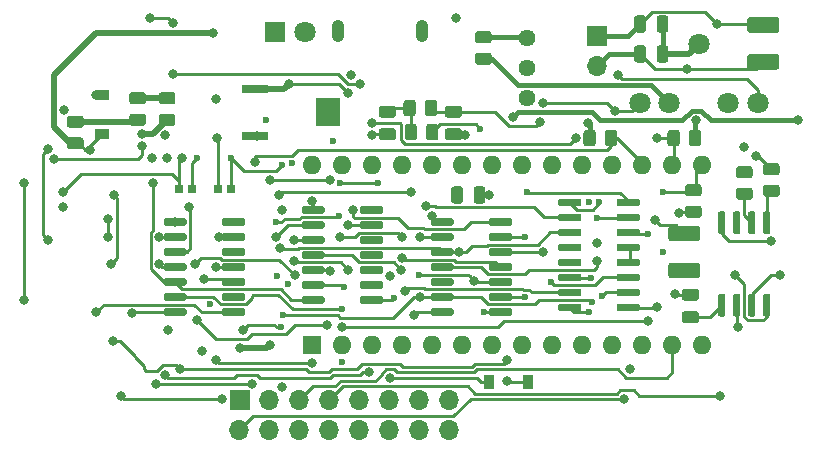
<source format=gbr>
G04 #@! TF.GenerationSoftware,KiCad,Pcbnew,5.1.5+dfsg1-2build2*
G04 #@! TF.CreationDate,2022-11-02T21:13:42+00:00*
G04 #@! TF.ProjectId,psion-speech-sp0256al2,7073696f-6e2d-4737-9065-6563682d7370,rev?*
G04 #@! TF.SameCoordinates,Original*
G04 #@! TF.FileFunction,Copper,L4,Bot*
G04 #@! TF.FilePolarity,Positive*
%FSLAX46Y46*%
G04 Gerber Fmt 4.6, Leading zero omitted, Abs format (unit mm)*
G04 Created by KiCad (PCBNEW 5.1.5+dfsg1-2build2) date 2022-11-02 21:13:42*
%MOMM*%
%LPD*%
G04 APERTURE LIST*
%ADD10C,0.100000*%
%ADD11C,1.800000*%
%ADD12O,1.600000X1.600000*%
%ADD13R,1.600000X1.600000*%
%ADD14O,1.700000X1.700000*%
%ADD15R,1.700000X1.700000*%
%ADD16C,1.440000*%
%ADD17R,2.000000X2.400000*%
%ADD18R,2.200000X0.750000*%
%ADD19R,0.800000X0.800000*%
%ADD20O,1.050000X1.900000*%
%ADD21R,0.900000X1.200000*%
%ADD22R,1.800000X1.800000*%
%ADD23R,1.200000X0.900000*%
%ADD24C,0.800000*%
%ADD25C,0.600000*%
%ADD26C,0.250000*%
%ADD27C,0.500000*%
%ADD28C,0.400000*%
G04 APERTURE END LIST*
G04 #@! TA.AperFunction,SMDPad,CuDef*
D10*
G36*
X105084505Y-101351204D02*
G01*
X105108773Y-101354804D01*
X105132572Y-101360765D01*
X105155671Y-101369030D01*
X105177850Y-101379520D01*
X105198893Y-101392132D01*
X105218599Y-101406747D01*
X105236777Y-101423223D01*
X105253253Y-101441401D01*
X105267868Y-101461107D01*
X105280480Y-101482150D01*
X105290970Y-101504329D01*
X105299235Y-101527428D01*
X105305196Y-101551227D01*
X105308796Y-101575495D01*
X105310000Y-101599999D01*
X105310000Y-102425001D01*
X105308796Y-102449505D01*
X105305196Y-102473773D01*
X105299235Y-102497572D01*
X105290970Y-102520671D01*
X105280480Y-102542850D01*
X105267868Y-102563893D01*
X105253253Y-102583599D01*
X105236777Y-102601777D01*
X105218599Y-102618253D01*
X105198893Y-102632868D01*
X105177850Y-102645480D01*
X105155671Y-102655970D01*
X105132572Y-102664235D01*
X105108773Y-102670196D01*
X105084505Y-102673796D01*
X105060001Y-102675000D01*
X102859999Y-102675000D01*
X102835495Y-102673796D01*
X102811227Y-102670196D01*
X102787428Y-102664235D01*
X102764329Y-102655970D01*
X102742150Y-102645480D01*
X102721107Y-102632868D01*
X102701401Y-102618253D01*
X102683223Y-102601777D01*
X102666747Y-102583599D01*
X102652132Y-102563893D01*
X102639520Y-102542850D01*
X102629030Y-102520671D01*
X102620765Y-102497572D01*
X102614804Y-102473773D01*
X102611204Y-102449505D01*
X102610000Y-102425001D01*
X102610000Y-101599999D01*
X102611204Y-101575495D01*
X102614804Y-101551227D01*
X102620765Y-101527428D01*
X102629030Y-101504329D01*
X102639520Y-101482150D01*
X102652132Y-101461107D01*
X102666747Y-101441401D01*
X102683223Y-101423223D01*
X102701401Y-101406747D01*
X102721107Y-101392132D01*
X102742150Y-101379520D01*
X102764329Y-101369030D01*
X102787428Y-101360765D01*
X102811227Y-101354804D01*
X102835495Y-101351204D01*
X102859999Y-101350000D01*
X105060001Y-101350000D01*
X105084505Y-101351204D01*
G37*
G04 #@! TD.AperFunction*
G04 #@! TA.AperFunction,SMDPad,CuDef*
G36*
X105084505Y-98226204D02*
G01*
X105108773Y-98229804D01*
X105132572Y-98235765D01*
X105155671Y-98244030D01*
X105177850Y-98254520D01*
X105198893Y-98267132D01*
X105218599Y-98281747D01*
X105236777Y-98298223D01*
X105253253Y-98316401D01*
X105267868Y-98336107D01*
X105280480Y-98357150D01*
X105290970Y-98379329D01*
X105299235Y-98402428D01*
X105305196Y-98426227D01*
X105308796Y-98450495D01*
X105310000Y-98474999D01*
X105310000Y-99300001D01*
X105308796Y-99324505D01*
X105305196Y-99348773D01*
X105299235Y-99372572D01*
X105290970Y-99395671D01*
X105280480Y-99417850D01*
X105267868Y-99438893D01*
X105253253Y-99458599D01*
X105236777Y-99476777D01*
X105218599Y-99493253D01*
X105198893Y-99507868D01*
X105177850Y-99520480D01*
X105155671Y-99530970D01*
X105132572Y-99539235D01*
X105108773Y-99545196D01*
X105084505Y-99548796D01*
X105060001Y-99550000D01*
X102859999Y-99550000D01*
X102835495Y-99548796D01*
X102811227Y-99545196D01*
X102787428Y-99539235D01*
X102764329Y-99530970D01*
X102742150Y-99520480D01*
X102721107Y-99507868D01*
X102701401Y-99493253D01*
X102683223Y-99476777D01*
X102666747Y-99458599D01*
X102652132Y-99438893D01*
X102639520Y-99417850D01*
X102629030Y-99395671D01*
X102620765Y-99372572D01*
X102614804Y-99348773D01*
X102611204Y-99324505D01*
X102610000Y-99300001D01*
X102610000Y-98474999D01*
X102611204Y-98450495D01*
X102614804Y-98426227D01*
X102620765Y-98402428D01*
X102629030Y-98379329D01*
X102639520Y-98357150D01*
X102652132Y-98336107D01*
X102666747Y-98316401D01*
X102683223Y-98298223D01*
X102701401Y-98281747D01*
X102721107Y-98267132D01*
X102742150Y-98254520D01*
X102764329Y-98244030D01*
X102787428Y-98235765D01*
X102811227Y-98229804D01*
X102835495Y-98226204D01*
X102859999Y-98225000D01*
X105060001Y-98225000D01*
X105084505Y-98226204D01*
G37*
G04 #@! TD.AperFunction*
D11*
X103490000Y-105510000D03*
X100990000Y-105510000D03*
X93490000Y-105510000D03*
X95990000Y-105510000D03*
X98490000Y-100510000D03*
D12*
X65786000Y-110744000D03*
X98806000Y-125984000D03*
X68326000Y-110744000D03*
X96266000Y-125984000D03*
X70866000Y-110744000D03*
X93726000Y-125984000D03*
X73406000Y-110744000D03*
X91186000Y-125984000D03*
X75946000Y-110744000D03*
X88646000Y-125984000D03*
X78486000Y-110744000D03*
X86106000Y-125984000D03*
X81026000Y-110744000D03*
X83566000Y-125984000D03*
X83566000Y-110744000D03*
X81026000Y-125984000D03*
X86106000Y-110744000D03*
X78486000Y-125984000D03*
X88646000Y-110744000D03*
X75946000Y-125984000D03*
X91186000Y-110744000D03*
X73406000Y-125984000D03*
X93726000Y-110744000D03*
X70866000Y-125984000D03*
X96266000Y-110744000D03*
X68326000Y-125984000D03*
X98806000Y-110744000D03*
D13*
X65786000Y-125984000D03*
D14*
X77360000Y-133200000D03*
X77360000Y-130660000D03*
X74820000Y-133200000D03*
X74820000Y-130660000D03*
X72280000Y-133200000D03*
X72280000Y-130660000D03*
X69740000Y-133200000D03*
X69740000Y-130660000D03*
X67200000Y-133200000D03*
X67200000Y-130660000D03*
X64660000Y-133200000D03*
X64660000Y-130660000D03*
X62120000Y-133200000D03*
X62120000Y-130660000D03*
X59580000Y-133200000D03*
D15*
X59660000Y-130660000D03*
G04 #@! TA.AperFunction,SMDPad,CuDef*
D10*
G36*
X93364703Y-122520722D02*
G01*
X93379264Y-122522882D01*
X93393543Y-122526459D01*
X93407403Y-122531418D01*
X93420710Y-122537712D01*
X93433336Y-122545280D01*
X93445159Y-122554048D01*
X93456066Y-122563934D01*
X93465952Y-122574841D01*
X93474720Y-122586664D01*
X93482288Y-122599290D01*
X93488582Y-122612597D01*
X93493541Y-122626457D01*
X93497118Y-122640736D01*
X93499278Y-122655297D01*
X93500000Y-122670000D01*
X93500000Y-122970000D01*
X93499278Y-122984703D01*
X93497118Y-122999264D01*
X93493541Y-123013543D01*
X93488582Y-123027403D01*
X93482288Y-123040710D01*
X93474720Y-123053336D01*
X93465952Y-123065159D01*
X93456066Y-123076066D01*
X93445159Y-123085952D01*
X93433336Y-123094720D01*
X93420710Y-123102288D01*
X93407403Y-123108582D01*
X93393543Y-123113541D01*
X93379264Y-123117118D01*
X93364703Y-123119278D01*
X93350000Y-123120000D01*
X91700000Y-123120000D01*
X91685297Y-123119278D01*
X91670736Y-123117118D01*
X91656457Y-123113541D01*
X91642597Y-123108582D01*
X91629290Y-123102288D01*
X91616664Y-123094720D01*
X91604841Y-123085952D01*
X91593934Y-123076066D01*
X91584048Y-123065159D01*
X91575280Y-123053336D01*
X91567712Y-123040710D01*
X91561418Y-123027403D01*
X91556459Y-123013543D01*
X91552882Y-122999264D01*
X91550722Y-122984703D01*
X91550000Y-122970000D01*
X91550000Y-122670000D01*
X91550722Y-122655297D01*
X91552882Y-122640736D01*
X91556459Y-122626457D01*
X91561418Y-122612597D01*
X91567712Y-122599290D01*
X91575280Y-122586664D01*
X91584048Y-122574841D01*
X91593934Y-122563934D01*
X91604841Y-122554048D01*
X91616664Y-122545280D01*
X91629290Y-122537712D01*
X91642597Y-122531418D01*
X91656457Y-122526459D01*
X91670736Y-122522882D01*
X91685297Y-122520722D01*
X91700000Y-122520000D01*
X93350000Y-122520000D01*
X93364703Y-122520722D01*
G37*
G04 #@! TD.AperFunction*
G04 #@! TA.AperFunction,SMDPad,CuDef*
G36*
X93364703Y-121250722D02*
G01*
X93379264Y-121252882D01*
X93393543Y-121256459D01*
X93407403Y-121261418D01*
X93420710Y-121267712D01*
X93433336Y-121275280D01*
X93445159Y-121284048D01*
X93456066Y-121293934D01*
X93465952Y-121304841D01*
X93474720Y-121316664D01*
X93482288Y-121329290D01*
X93488582Y-121342597D01*
X93493541Y-121356457D01*
X93497118Y-121370736D01*
X93499278Y-121385297D01*
X93500000Y-121400000D01*
X93500000Y-121700000D01*
X93499278Y-121714703D01*
X93497118Y-121729264D01*
X93493541Y-121743543D01*
X93488582Y-121757403D01*
X93482288Y-121770710D01*
X93474720Y-121783336D01*
X93465952Y-121795159D01*
X93456066Y-121806066D01*
X93445159Y-121815952D01*
X93433336Y-121824720D01*
X93420710Y-121832288D01*
X93407403Y-121838582D01*
X93393543Y-121843541D01*
X93379264Y-121847118D01*
X93364703Y-121849278D01*
X93350000Y-121850000D01*
X91700000Y-121850000D01*
X91685297Y-121849278D01*
X91670736Y-121847118D01*
X91656457Y-121843541D01*
X91642597Y-121838582D01*
X91629290Y-121832288D01*
X91616664Y-121824720D01*
X91604841Y-121815952D01*
X91593934Y-121806066D01*
X91584048Y-121795159D01*
X91575280Y-121783336D01*
X91567712Y-121770710D01*
X91561418Y-121757403D01*
X91556459Y-121743543D01*
X91552882Y-121729264D01*
X91550722Y-121714703D01*
X91550000Y-121700000D01*
X91550000Y-121400000D01*
X91550722Y-121385297D01*
X91552882Y-121370736D01*
X91556459Y-121356457D01*
X91561418Y-121342597D01*
X91567712Y-121329290D01*
X91575280Y-121316664D01*
X91584048Y-121304841D01*
X91593934Y-121293934D01*
X91604841Y-121284048D01*
X91616664Y-121275280D01*
X91629290Y-121267712D01*
X91642597Y-121261418D01*
X91656457Y-121256459D01*
X91670736Y-121252882D01*
X91685297Y-121250722D01*
X91700000Y-121250000D01*
X93350000Y-121250000D01*
X93364703Y-121250722D01*
G37*
G04 #@! TD.AperFunction*
G04 #@! TA.AperFunction,SMDPad,CuDef*
G36*
X93364703Y-119980722D02*
G01*
X93379264Y-119982882D01*
X93393543Y-119986459D01*
X93407403Y-119991418D01*
X93420710Y-119997712D01*
X93433336Y-120005280D01*
X93445159Y-120014048D01*
X93456066Y-120023934D01*
X93465952Y-120034841D01*
X93474720Y-120046664D01*
X93482288Y-120059290D01*
X93488582Y-120072597D01*
X93493541Y-120086457D01*
X93497118Y-120100736D01*
X93499278Y-120115297D01*
X93500000Y-120130000D01*
X93500000Y-120430000D01*
X93499278Y-120444703D01*
X93497118Y-120459264D01*
X93493541Y-120473543D01*
X93488582Y-120487403D01*
X93482288Y-120500710D01*
X93474720Y-120513336D01*
X93465952Y-120525159D01*
X93456066Y-120536066D01*
X93445159Y-120545952D01*
X93433336Y-120554720D01*
X93420710Y-120562288D01*
X93407403Y-120568582D01*
X93393543Y-120573541D01*
X93379264Y-120577118D01*
X93364703Y-120579278D01*
X93350000Y-120580000D01*
X91700000Y-120580000D01*
X91685297Y-120579278D01*
X91670736Y-120577118D01*
X91656457Y-120573541D01*
X91642597Y-120568582D01*
X91629290Y-120562288D01*
X91616664Y-120554720D01*
X91604841Y-120545952D01*
X91593934Y-120536066D01*
X91584048Y-120525159D01*
X91575280Y-120513336D01*
X91567712Y-120500710D01*
X91561418Y-120487403D01*
X91556459Y-120473543D01*
X91552882Y-120459264D01*
X91550722Y-120444703D01*
X91550000Y-120430000D01*
X91550000Y-120130000D01*
X91550722Y-120115297D01*
X91552882Y-120100736D01*
X91556459Y-120086457D01*
X91561418Y-120072597D01*
X91567712Y-120059290D01*
X91575280Y-120046664D01*
X91584048Y-120034841D01*
X91593934Y-120023934D01*
X91604841Y-120014048D01*
X91616664Y-120005280D01*
X91629290Y-119997712D01*
X91642597Y-119991418D01*
X91656457Y-119986459D01*
X91670736Y-119982882D01*
X91685297Y-119980722D01*
X91700000Y-119980000D01*
X93350000Y-119980000D01*
X93364703Y-119980722D01*
G37*
G04 #@! TD.AperFunction*
G04 #@! TA.AperFunction,SMDPad,CuDef*
G36*
X93364703Y-118710722D02*
G01*
X93379264Y-118712882D01*
X93393543Y-118716459D01*
X93407403Y-118721418D01*
X93420710Y-118727712D01*
X93433336Y-118735280D01*
X93445159Y-118744048D01*
X93456066Y-118753934D01*
X93465952Y-118764841D01*
X93474720Y-118776664D01*
X93482288Y-118789290D01*
X93488582Y-118802597D01*
X93493541Y-118816457D01*
X93497118Y-118830736D01*
X93499278Y-118845297D01*
X93500000Y-118860000D01*
X93500000Y-119160000D01*
X93499278Y-119174703D01*
X93497118Y-119189264D01*
X93493541Y-119203543D01*
X93488582Y-119217403D01*
X93482288Y-119230710D01*
X93474720Y-119243336D01*
X93465952Y-119255159D01*
X93456066Y-119266066D01*
X93445159Y-119275952D01*
X93433336Y-119284720D01*
X93420710Y-119292288D01*
X93407403Y-119298582D01*
X93393543Y-119303541D01*
X93379264Y-119307118D01*
X93364703Y-119309278D01*
X93350000Y-119310000D01*
X91700000Y-119310000D01*
X91685297Y-119309278D01*
X91670736Y-119307118D01*
X91656457Y-119303541D01*
X91642597Y-119298582D01*
X91629290Y-119292288D01*
X91616664Y-119284720D01*
X91604841Y-119275952D01*
X91593934Y-119266066D01*
X91584048Y-119255159D01*
X91575280Y-119243336D01*
X91567712Y-119230710D01*
X91561418Y-119217403D01*
X91556459Y-119203543D01*
X91552882Y-119189264D01*
X91550722Y-119174703D01*
X91550000Y-119160000D01*
X91550000Y-118860000D01*
X91550722Y-118845297D01*
X91552882Y-118830736D01*
X91556459Y-118816457D01*
X91561418Y-118802597D01*
X91567712Y-118789290D01*
X91575280Y-118776664D01*
X91584048Y-118764841D01*
X91593934Y-118753934D01*
X91604841Y-118744048D01*
X91616664Y-118735280D01*
X91629290Y-118727712D01*
X91642597Y-118721418D01*
X91656457Y-118716459D01*
X91670736Y-118712882D01*
X91685297Y-118710722D01*
X91700000Y-118710000D01*
X93350000Y-118710000D01*
X93364703Y-118710722D01*
G37*
G04 #@! TD.AperFunction*
G04 #@! TA.AperFunction,SMDPad,CuDef*
G36*
X93364703Y-117440722D02*
G01*
X93379264Y-117442882D01*
X93393543Y-117446459D01*
X93407403Y-117451418D01*
X93420710Y-117457712D01*
X93433336Y-117465280D01*
X93445159Y-117474048D01*
X93456066Y-117483934D01*
X93465952Y-117494841D01*
X93474720Y-117506664D01*
X93482288Y-117519290D01*
X93488582Y-117532597D01*
X93493541Y-117546457D01*
X93497118Y-117560736D01*
X93499278Y-117575297D01*
X93500000Y-117590000D01*
X93500000Y-117890000D01*
X93499278Y-117904703D01*
X93497118Y-117919264D01*
X93493541Y-117933543D01*
X93488582Y-117947403D01*
X93482288Y-117960710D01*
X93474720Y-117973336D01*
X93465952Y-117985159D01*
X93456066Y-117996066D01*
X93445159Y-118005952D01*
X93433336Y-118014720D01*
X93420710Y-118022288D01*
X93407403Y-118028582D01*
X93393543Y-118033541D01*
X93379264Y-118037118D01*
X93364703Y-118039278D01*
X93350000Y-118040000D01*
X91700000Y-118040000D01*
X91685297Y-118039278D01*
X91670736Y-118037118D01*
X91656457Y-118033541D01*
X91642597Y-118028582D01*
X91629290Y-118022288D01*
X91616664Y-118014720D01*
X91604841Y-118005952D01*
X91593934Y-117996066D01*
X91584048Y-117985159D01*
X91575280Y-117973336D01*
X91567712Y-117960710D01*
X91561418Y-117947403D01*
X91556459Y-117933543D01*
X91552882Y-117919264D01*
X91550722Y-117904703D01*
X91550000Y-117890000D01*
X91550000Y-117590000D01*
X91550722Y-117575297D01*
X91552882Y-117560736D01*
X91556459Y-117546457D01*
X91561418Y-117532597D01*
X91567712Y-117519290D01*
X91575280Y-117506664D01*
X91584048Y-117494841D01*
X91593934Y-117483934D01*
X91604841Y-117474048D01*
X91616664Y-117465280D01*
X91629290Y-117457712D01*
X91642597Y-117451418D01*
X91656457Y-117446459D01*
X91670736Y-117442882D01*
X91685297Y-117440722D01*
X91700000Y-117440000D01*
X93350000Y-117440000D01*
X93364703Y-117440722D01*
G37*
G04 #@! TD.AperFunction*
G04 #@! TA.AperFunction,SMDPad,CuDef*
G36*
X93364703Y-116170722D02*
G01*
X93379264Y-116172882D01*
X93393543Y-116176459D01*
X93407403Y-116181418D01*
X93420710Y-116187712D01*
X93433336Y-116195280D01*
X93445159Y-116204048D01*
X93456066Y-116213934D01*
X93465952Y-116224841D01*
X93474720Y-116236664D01*
X93482288Y-116249290D01*
X93488582Y-116262597D01*
X93493541Y-116276457D01*
X93497118Y-116290736D01*
X93499278Y-116305297D01*
X93500000Y-116320000D01*
X93500000Y-116620000D01*
X93499278Y-116634703D01*
X93497118Y-116649264D01*
X93493541Y-116663543D01*
X93488582Y-116677403D01*
X93482288Y-116690710D01*
X93474720Y-116703336D01*
X93465952Y-116715159D01*
X93456066Y-116726066D01*
X93445159Y-116735952D01*
X93433336Y-116744720D01*
X93420710Y-116752288D01*
X93407403Y-116758582D01*
X93393543Y-116763541D01*
X93379264Y-116767118D01*
X93364703Y-116769278D01*
X93350000Y-116770000D01*
X91700000Y-116770000D01*
X91685297Y-116769278D01*
X91670736Y-116767118D01*
X91656457Y-116763541D01*
X91642597Y-116758582D01*
X91629290Y-116752288D01*
X91616664Y-116744720D01*
X91604841Y-116735952D01*
X91593934Y-116726066D01*
X91584048Y-116715159D01*
X91575280Y-116703336D01*
X91567712Y-116690710D01*
X91561418Y-116677403D01*
X91556459Y-116663543D01*
X91552882Y-116649264D01*
X91550722Y-116634703D01*
X91550000Y-116620000D01*
X91550000Y-116320000D01*
X91550722Y-116305297D01*
X91552882Y-116290736D01*
X91556459Y-116276457D01*
X91561418Y-116262597D01*
X91567712Y-116249290D01*
X91575280Y-116236664D01*
X91584048Y-116224841D01*
X91593934Y-116213934D01*
X91604841Y-116204048D01*
X91616664Y-116195280D01*
X91629290Y-116187712D01*
X91642597Y-116181418D01*
X91656457Y-116176459D01*
X91670736Y-116172882D01*
X91685297Y-116170722D01*
X91700000Y-116170000D01*
X93350000Y-116170000D01*
X93364703Y-116170722D01*
G37*
G04 #@! TD.AperFunction*
G04 #@! TA.AperFunction,SMDPad,CuDef*
G36*
X93364703Y-114900722D02*
G01*
X93379264Y-114902882D01*
X93393543Y-114906459D01*
X93407403Y-114911418D01*
X93420710Y-114917712D01*
X93433336Y-114925280D01*
X93445159Y-114934048D01*
X93456066Y-114943934D01*
X93465952Y-114954841D01*
X93474720Y-114966664D01*
X93482288Y-114979290D01*
X93488582Y-114992597D01*
X93493541Y-115006457D01*
X93497118Y-115020736D01*
X93499278Y-115035297D01*
X93500000Y-115050000D01*
X93500000Y-115350000D01*
X93499278Y-115364703D01*
X93497118Y-115379264D01*
X93493541Y-115393543D01*
X93488582Y-115407403D01*
X93482288Y-115420710D01*
X93474720Y-115433336D01*
X93465952Y-115445159D01*
X93456066Y-115456066D01*
X93445159Y-115465952D01*
X93433336Y-115474720D01*
X93420710Y-115482288D01*
X93407403Y-115488582D01*
X93393543Y-115493541D01*
X93379264Y-115497118D01*
X93364703Y-115499278D01*
X93350000Y-115500000D01*
X91700000Y-115500000D01*
X91685297Y-115499278D01*
X91670736Y-115497118D01*
X91656457Y-115493541D01*
X91642597Y-115488582D01*
X91629290Y-115482288D01*
X91616664Y-115474720D01*
X91604841Y-115465952D01*
X91593934Y-115456066D01*
X91584048Y-115445159D01*
X91575280Y-115433336D01*
X91567712Y-115420710D01*
X91561418Y-115407403D01*
X91556459Y-115393543D01*
X91552882Y-115379264D01*
X91550722Y-115364703D01*
X91550000Y-115350000D01*
X91550000Y-115050000D01*
X91550722Y-115035297D01*
X91552882Y-115020736D01*
X91556459Y-115006457D01*
X91561418Y-114992597D01*
X91567712Y-114979290D01*
X91575280Y-114966664D01*
X91584048Y-114954841D01*
X91593934Y-114943934D01*
X91604841Y-114934048D01*
X91616664Y-114925280D01*
X91629290Y-114917712D01*
X91642597Y-114911418D01*
X91656457Y-114906459D01*
X91670736Y-114902882D01*
X91685297Y-114900722D01*
X91700000Y-114900000D01*
X93350000Y-114900000D01*
X93364703Y-114900722D01*
G37*
G04 #@! TD.AperFunction*
G04 #@! TA.AperFunction,SMDPad,CuDef*
G36*
X93364703Y-113630722D02*
G01*
X93379264Y-113632882D01*
X93393543Y-113636459D01*
X93407403Y-113641418D01*
X93420710Y-113647712D01*
X93433336Y-113655280D01*
X93445159Y-113664048D01*
X93456066Y-113673934D01*
X93465952Y-113684841D01*
X93474720Y-113696664D01*
X93482288Y-113709290D01*
X93488582Y-113722597D01*
X93493541Y-113736457D01*
X93497118Y-113750736D01*
X93499278Y-113765297D01*
X93500000Y-113780000D01*
X93500000Y-114080000D01*
X93499278Y-114094703D01*
X93497118Y-114109264D01*
X93493541Y-114123543D01*
X93488582Y-114137403D01*
X93482288Y-114150710D01*
X93474720Y-114163336D01*
X93465952Y-114175159D01*
X93456066Y-114186066D01*
X93445159Y-114195952D01*
X93433336Y-114204720D01*
X93420710Y-114212288D01*
X93407403Y-114218582D01*
X93393543Y-114223541D01*
X93379264Y-114227118D01*
X93364703Y-114229278D01*
X93350000Y-114230000D01*
X91700000Y-114230000D01*
X91685297Y-114229278D01*
X91670736Y-114227118D01*
X91656457Y-114223541D01*
X91642597Y-114218582D01*
X91629290Y-114212288D01*
X91616664Y-114204720D01*
X91604841Y-114195952D01*
X91593934Y-114186066D01*
X91584048Y-114175159D01*
X91575280Y-114163336D01*
X91567712Y-114150710D01*
X91561418Y-114137403D01*
X91556459Y-114123543D01*
X91552882Y-114109264D01*
X91550722Y-114094703D01*
X91550000Y-114080000D01*
X91550000Y-113780000D01*
X91550722Y-113765297D01*
X91552882Y-113750736D01*
X91556459Y-113736457D01*
X91561418Y-113722597D01*
X91567712Y-113709290D01*
X91575280Y-113696664D01*
X91584048Y-113684841D01*
X91593934Y-113673934D01*
X91604841Y-113664048D01*
X91616664Y-113655280D01*
X91629290Y-113647712D01*
X91642597Y-113641418D01*
X91656457Y-113636459D01*
X91670736Y-113632882D01*
X91685297Y-113630722D01*
X91700000Y-113630000D01*
X93350000Y-113630000D01*
X93364703Y-113630722D01*
G37*
G04 #@! TD.AperFunction*
G04 #@! TA.AperFunction,SMDPad,CuDef*
G36*
X88414703Y-113630722D02*
G01*
X88429264Y-113632882D01*
X88443543Y-113636459D01*
X88457403Y-113641418D01*
X88470710Y-113647712D01*
X88483336Y-113655280D01*
X88495159Y-113664048D01*
X88506066Y-113673934D01*
X88515952Y-113684841D01*
X88524720Y-113696664D01*
X88532288Y-113709290D01*
X88538582Y-113722597D01*
X88543541Y-113736457D01*
X88547118Y-113750736D01*
X88549278Y-113765297D01*
X88550000Y-113780000D01*
X88550000Y-114080000D01*
X88549278Y-114094703D01*
X88547118Y-114109264D01*
X88543541Y-114123543D01*
X88538582Y-114137403D01*
X88532288Y-114150710D01*
X88524720Y-114163336D01*
X88515952Y-114175159D01*
X88506066Y-114186066D01*
X88495159Y-114195952D01*
X88483336Y-114204720D01*
X88470710Y-114212288D01*
X88457403Y-114218582D01*
X88443543Y-114223541D01*
X88429264Y-114227118D01*
X88414703Y-114229278D01*
X88400000Y-114230000D01*
X86750000Y-114230000D01*
X86735297Y-114229278D01*
X86720736Y-114227118D01*
X86706457Y-114223541D01*
X86692597Y-114218582D01*
X86679290Y-114212288D01*
X86666664Y-114204720D01*
X86654841Y-114195952D01*
X86643934Y-114186066D01*
X86634048Y-114175159D01*
X86625280Y-114163336D01*
X86617712Y-114150710D01*
X86611418Y-114137403D01*
X86606459Y-114123543D01*
X86602882Y-114109264D01*
X86600722Y-114094703D01*
X86600000Y-114080000D01*
X86600000Y-113780000D01*
X86600722Y-113765297D01*
X86602882Y-113750736D01*
X86606459Y-113736457D01*
X86611418Y-113722597D01*
X86617712Y-113709290D01*
X86625280Y-113696664D01*
X86634048Y-113684841D01*
X86643934Y-113673934D01*
X86654841Y-113664048D01*
X86666664Y-113655280D01*
X86679290Y-113647712D01*
X86692597Y-113641418D01*
X86706457Y-113636459D01*
X86720736Y-113632882D01*
X86735297Y-113630722D01*
X86750000Y-113630000D01*
X88400000Y-113630000D01*
X88414703Y-113630722D01*
G37*
G04 #@! TD.AperFunction*
G04 #@! TA.AperFunction,SMDPad,CuDef*
G36*
X88414703Y-114900722D02*
G01*
X88429264Y-114902882D01*
X88443543Y-114906459D01*
X88457403Y-114911418D01*
X88470710Y-114917712D01*
X88483336Y-114925280D01*
X88495159Y-114934048D01*
X88506066Y-114943934D01*
X88515952Y-114954841D01*
X88524720Y-114966664D01*
X88532288Y-114979290D01*
X88538582Y-114992597D01*
X88543541Y-115006457D01*
X88547118Y-115020736D01*
X88549278Y-115035297D01*
X88550000Y-115050000D01*
X88550000Y-115350000D01*
X88549278Y-115364703D01*
X88547118Y-115379264D01*
X88543541Y-115393543D01*
X88538582Y-115407403D01*
X88532288Y-115420710D01*
X88524720Y-115433336D01*
X88515952Y-115445159D01*
X88506066Y-115456066D01*
X88495159Y-115465952D01*
X88483336Y-115474720D01*
X88470710Y-115482288D01*
X88457403Y-115488582D01*
X88443543Y-115493541D01*
X88429264Y-115497118D01*
X88414703Y-115499278D01*
X88400000Y-115500000D01*
X86750000Y-115500000D01*
X86735297Y-115499278D01*
X86720736Y-115497118D01*
X86706457Y-115493541D01*
X86692597Y-115488582D01*
X86679290Y-115482288D01*
X86666664Y-115474720D01*
X86654841Y-115465952D01*
X86643934Y-115456066D01*
X86634048Y-115445159D01*
X86625280Y-115433336D01*
X86617712Y-115420710D01*
X86611418Y-115407403D01*
X86606459Y-115393543D01*
X86602882Y-115379264D01*
X86600722Y-115364703D01*
X86600000Y-115350000D01*
X86600000Y-115050000D01*
X86600722Y-115035297D01*
X86602882Y-115020736D01*
X86606459Y-115006457D01*
X86611418Y-114992597D01*
X86617712Y-114979290D01*
X86625280Y-114966664D01*
X86634048Y-114954841D01*
X86643934Y-114943934D01*
X86654841Y-114934048D01*
X86666664Y-114925280D01*
X86679290Y-114917712D01*
X86692597Y-114911418D01*
X86706457Y-114906459D01*
X86720736Y-114902882D01*
X86735297Y-114900722D01*
X86750000Y-114900000D01*
X88400000Y-114900000D01*
X88414703Y-114900722D01*
G37*
G04 #@! TD.AperFunction*
G04 #@! TA.AperFunction,SMDPad,CuDef*
G36*
X88414703Y-116170722D02*
G01*
X88429264Y-116172882D01*
X88443543Y-116176459D01*
X88457403Y-116181418D01*
X88470710Y-116187712D01*
X88483336Y-116195280D01*
X88495159Y-116204048D01*
X88506066Y-116213934D01*
X88515952Y-116224841D01*
X88524720Y-116236664D01*
X88532288Y-116249290D01*
X88538582Y-116262597D01*
X88543541Y-116276457D01*
X88547118Y-116290736D01*
X88549278Y-116305297D01*
X88550000Y-116320000D01*
X88550000Y-116620000D01*
X88549278Y-116634703D01*
X88547118Y-116649264D01*
X88543541Y-116663543D01*
X88538582Y-116677403D01*
X88532288Y-116690710D01*
X88524720Y-116703336D01*
X88515952Y-116715159D01*
X88506066Y-116726066D01*
X88495159Y-116735952D01*
X88483336Y-116744720D01*
X88470710Y-116752288D01*
X88457403Y-116758582D01*
X88443543Y-116763541D01*
X88429264Y-116767118D01*
X88414703Y-116769278D01*
X88400000Y-116770000D01*
X86750000Y-116770000D01*
X86735297Y-116769278D01*
X86720736Y-116767118D01*
X86706457Y-116763541D01*
X86692597Y-116758582D01*
X86679290Y-116752288D01*
X86666664Y-116744720D01*
X86654841Y-116735952D01*
X86643934Y-116726066D01*
X86634048Y-116715159D01*
X86625280Y-116703336D01*
X86617712Y-116690710D01*
X86611418Y-116677403D01*
X86606459Y-116663543D01*
X86602882Y-116649264D01*
X86600722Y-116634703D01*
X86600000Y-116620000D01*
X86600000Y-116320000D01*
X86600722Y-116305297D01*
X86602882Y-116290736D01*
X86606459Y-116276457D01*
X86611418Y-116262597D01*
X86617712Y-116249290D01*
X86625280Y-116236664D01*
X86634048Y-116224841D01*
X86643934Y-116213934D01*
X86654841Y-116204048D01*
X86666664Y-116195280D01*
X86679290Y-116187712D01*
X86692597Y-116181418D01*
X86706457Y-116176459D01*
X86720736Y-116172882D01*
X86735297Y-116170722D01*
X86750000Y-116170000D01*
X88400000Y-116170000D01*
X88414703Y-116170722D01*
G37*
G04 #@! TD.AperFunction*
G04 #@! TA.AperFunction,SMDPad,CuDef*
G36*
X88414703Y-117440722D02*
G01*
X88429264Y-117442882D01*
X88443543Y-117446459D01*
X88457403Y-117451418D01*
X88470710Y-117457712D01*
X88483336Y-117465280D01*
X88495159Y-117474048D01*
X88506066Y-117483934D01*
X88515952Y-117494841D01*
X88524720Y-117506664D01*
X88532288Y-117519290D01*
X88538582Y-117532597D01*
X88543541Y-117546457D01*
X88547118Y-117560736D01*
X88549278Y-117575297D01*
X88550000Y-117590000D01*
X88550000Y-117890000D01*
X88549278Y-117904703D01*
X88547118Y-117919264D01*
X88543541Y-117933543D01*
X88538582Y-117947403D01*
X88532288Y-117960710D01*
X88524720Y-117973336D01*
X88515952Y-117985159D01*
X88506066Y-117996066D01*
X88495159Y-118005952D01*
X88483336Y-118014720D01*
X88470710Y-118022288D01*
X88457403Y-118028582D01*
X88443543Y-118033541D01*
X88429264Y-118037118D01*
X88414703Y-118039278D01*
X88400000Y-118040000D01*
X86750000Y-118040000D01*
X86735297Y-118039278D01*
X86720736Y-118037118D01*
X86706457Y-118033541D01*
X86692597Y-118028582D01*
X86679290Y-118022288D01*
X86666664Y-118014720D01*
X86654841Y-118005952D01*
X86643934Y-117996066D01*
X86634048Y-117985159D01*
X86625280Y-117973336D01*
X86617712Y-117960710D01*
X86611418Y-117947403D01*
X86606459Y-117933543D01*
X86602882Y-117919264D01*
X86600722Y-117904703D01*
X86600000Y-117890000D01*
X86600000Y-117590000D01*
X86600722Y-117575297D01*
X86602882Y-117560736D01*
X86606459Y-117546457D01*
X86611418Y-117532597D01*
X86617712Y-117519290D01*
X86625280Y-117506664D01*
X86634048Y-117494841D01*
X86643934Y-117483934D01*
X86654841Y-117474048D01*
X86666664Y-117465280D01*
X86679290Y-117457712D01*
X86692597Y-117451418D01*
X86706457Y-117446459D01*
X86720736Y-117442882D01*
X86735297Y-117440722D01*
X86750000Y-117440000D01*
X88400000Y-117440000D01*
X88414703Y-117440722D01*
G37*
G04 #@! TD.AperFunction*
G04 #@! TA.AperFunction,SMDPad,CuDef*
G36*
X88414703Y-118710722D02*
G01*
X88429264Y-118712882D01*
X88443543Y-118716459D01*
X88457403Y-118721418D01*
X88470710Y-118727712D01*
X88483336Y-118735280D01*
X88495159Y-118744048D01*
X88506066Y-118753934D01*
X88515952Y-118764841D01*
X88524720Y-118776664D01*
X88532288Y-118789290D01*
X88538582Y-118802597D01*
X88543541Y-118816457D01*
X88547118Y-118830736D01*
X88549278Y-118845297D01*
X88550000Y-118860000D01*
X88550000Y-119160000D01*
X88549278Y-119174703D01*
X88547118Y-119189264D01*
X88543541Y-119203543D01*
X88538582Y-119217403D01*
X88532288Y-119230710D01*
X88524720Y-119243336D01*
X88515952Y-119255159D01*
X88506066Y-119266066D01*
X88495159Y-119275952D01*
X88483336Y-119284720D01*
X88470710Y-119292288D01*
X88457403Y-119298582D01*
X88443543Y-119303541D01*
X88429264Y-119307118D01*
X88414703Y-119309278D01*
X88400000Y-119310000D01*
X86750000Y-119310000D01*
X86735297Y-119309278D01*
X86720736Y-119307118D01*
X86706457Y-119303541D01*
X86692597Y-119298582D01*
X86679290Y-119292288D01*
X86666664Y-119284720D01*
X86654841Y-119275952D01*
X86643934Y-119266066D01*
X86634048Y-119255159D01*
X86625280Y-119243336D01*
X86617712Y-119230710D01*
X86611418Y-119217403D01*
X86606459Y-119203543D01*
X86602882Y-119189264D01*
X86600722Y-119174703D01*
X86600000Y-119160000D01*
X86600000Y-118860000D01*
X86600722Y-118845297D01*
X86602882Y-118830736D01*
X86606459Y-118816457D01*
X86611418Y-118802597D01*
X86617712Y-118789290D01*
X86625280Y-118776664D01*
X86634048Y-118764841D01*
X86643934Y-118753934D01*
X86654841Y-118744048D01*
X86666664Y-118735280D01*
X86679290Y-118727712D01*
X86692597Y-118721418D01*
X86706457Y-118716459D01*
X86720736Y-118712882D01*
X86735297Y-118710722D01*
X86750000Y-118710000D01*
X88400000Y-118710000D01*
X88414703Y-118710722D01*
G37*
G04 #@! TD.AperFunction*
G04 #@! TA.AperFunction,SMDPad,CuDef*
G36*
X88414703Y-119980722D02*
G01*
X88429264Y-119982882D01*
X88443543Y-119986459D01*
X88457403Y-119991418D01*
X88470710Y-119997712D01*
X88483336Y-120005280D01*
X88495159Y-120014048D01*
X88506066Y-120023934D01*
X88515952Y-120034841D01*
X88524720Y-120046664D01*
X88532288Y-120059290D01*
X88538582Y-120072597D01*
X88543541Y-120086457D01*
X88547118Y-120100736D01*
X88549278Y-120115297D01*
X88550000Y-120130000D01*
X88550000Y-120430000D01*
X88549278Y-120444703D01*
X88547118Y-120459264D01*
X88543541Y-120473543D01*
X88538582Y-120487403D01*
X88532288Y-120500710D01*
X88524720Y-120513336D01*
X88515952Y-120525159D01*
X88506066Y-120536066D01*
X88495159Y-120545952D01*
X88483336Y-120554720D01*
X88470710Y-120562288D01*
X88457403Y-120568582D01*
X88443543Y-120573541D01*
X88429264Y-120577118D01*
X88414703Y-120579278D01*
X88400000Y-120580000D01*
X86750000Y-120580000D01*
X86735297Y-120579278D01*
X86720736Y-120577118D01*
X86706457Y-120573541D01*
X86692597Y-120568582D01*
X86679290Y-120562288D01*
X86666664Y-120554720D01*
X86654841Y-120545952D01*
X86643934Y-120536066D01*
X86634048Y-120525159D01*
X86625280Y-120513336D01*
X86617712Y-120500710D01*
X86611418Y-120487403D01*
X86606459Y-120473543D01*
X86602882Y-120459264D01*
X86600722Y-120444703D01*
X86600000Y-120430000D01*
X86600000Y-120130000D01*
X86600722Y-120115297D01*
X86602882Y-120100736D01*
X86606459Y-120086457D01*
X86611418Y-120072597D01*
X86617712Y-120059290D01*
X86625280Y-120046664D01*
X86634048Y-120034841D01*
X86643934Y-120023934D01*
X86654841Y-120014048D01*
X86666664Y-120005280D01*
X86679290Y-119997712D01*
X86692597Y-119991418D01*
X86706457Y-119986459D01*
X86720736Y-119982882D01*
X86735297Y-119980722D01*
X86750000Y-119980000D01*
X88400000Y-119980000D01*
X88414703Y-119980722D01*
G37*
G04 #@! TD.AperFunction*
G04 #@! TA.AperFunction,SMDPad,CuDef*
G36*
X88414703Y-121250722D02*
G01*
X88429264Y-121252882D01*
X88443543Y-121256459D01*
X88457403Y-121261418D01*
X88470710Y-121267712D01*
X88483336Y-121275280D01*
X88495159Y-121284048D01*
X88506066Y-121293934D01*
X88515952Y-121304841D01*
X88524720Y-121316664D01*
X88532288Y-121329290D01*
X88538582Y-121342597D01*
X88543541Y-121356457D01*
X88547118Y-121370736D01*
X88549278Y-121385297D01*
X88550000Y-121400000D01*
X88550000Y-121700000D01*
X88549278Y-121714703D01*
X88547118Y-121729264D01*
X88543541Y-121743543D01*
X88538582Y-121757403D01*
X88532288Y-121770710D01*
X88524720Y-121783336D01*
X88515952Y-121795159D01*
X88506066Y-121806066D01*
X88495159Y-121815952D01*
X88483336Y-121824720D01*
X88470710Y-121832288D01*
X88457403Y-121838582D01*
X88443543Y-121843541D01*
X88429264Y-121847118D01*
X88414703Y-121849278D01*
X88400000Y-121850000D01*
X86750000Y-121850000D01*
X86735297Y-121849278D01*
X86720736Y-121847118D01*
X86706457Y-121843541D01*
X86692597Y-121838582D01*
X86679290Y-121832288D01*
X86666664Y-121824720D01*
X86654841Y-121815952D01*
X86643934Y-121806066D01*
X86634048Y-121795159D01*
X86625280Y-121783336D01*
X86617712Y-121770710D01*
X86611418Y-121757403D01*
X86606459Y-121743543D01*
X86602882Y-121729264D01*
X86600722Y-121714703D01*
X86600000Y-121700000D01*
X86600000Y-121400000D01*
X86600722Y-121385297D01*
X86602882Y-121370736D01*
X86606459Y-121356457D01*
X86611418Y-121342597D01*
X86617712Y-121329290D01*
X86625280Y-121316664D01*
X86634048Y-121304841D01*
X86643934Y-121293934D01*
X86654841Y-121284048D01*
X86666664Y-121275280D01*
X86679290Y-121267712D01*
X86692597Y-121261418D01*
X86706457Y-121256459D01*
X86720736Y-121252882D01*
X86735297Y-121250722D01*
X86750000Y-121250000D01*
X88400000Y-121250000D01*
X88414703Y-121250722D01*
G37*
G04 #@! TD.AperFunction*
G04 #@! TA.AperFunction,SMDPad,CuDef*
G36*
X88414703Y-122520722D02*
G01*
X88429264Y-122522882D01*
X88443543Y-122526459D01*
X88457403Y-122531418D01*
X88470710Y-122537712D01*
X88483336Y-122545280D01*
X88495159Y-122554048D01*
X88506066Y-122563934D01*
X88515952Y-122574841D01*
X88524720Y-122586664D01*
X88532288Y-122599290D01*
X88538582Y-122612597D01*
X88543541Y-122626457D01*
X88547118Y-122640736D01*
X88549278Y-122655297D01*
X88550000Y-122670000D01*
X88550000Y-122970000D01*
X88549278Y-122984703D01*
X88547118Y-122999264D01*
X88543541Y-123013543D01*
X88538582Y-123027403D01*
X88532288Y-123040710D01*
X88524720Y-123053336D01*
X88515952Y-123065159D01*
X88506066Y-123076066D01*
X88495159Y-123085952D01*
X88483336Y-123094720D01*
X88470710Y-123102288D01*
X88457403Y-123108582D01*
X88443543Y-123113541D01*
X88429264Y-123117118D01*
X88414703Y-123119278D01*
X88400000Y-123120000D01*
X86750000Y-123120000D01*
X86735297Y-123119278D01*
X86720736Y-123117118D01*
X86706457Y-123113541D01*
X86692597Y-123108582D01*
X86679290Y-123102288D01*
X86666664Y-123094720D01*
X86654841Y-123085952D01*
X86643934Y-123076066D01*
X86634048Y-123065159D01*
X86625280Y-123053336D01*
X86617712Y-123040710D01*
X86611418Y-123027403D01*
X86606459Y-123013543D01*
X86602882Y-122999264D01*
X86600722Y-122984703D01*
X86600000Y-122970000D01*
X86600000Y-122670000D01*
X86600722Y-122655297D01*
X86602882Y-122640736D01*
X86606459Y-122626457D01*
X86611418Y-122612597D01*
X86617712Y-122599290D01*
X86625280Y-122586664D01*
X86634048Y-122574841D01*
X86643934Y-122563934D01*
X86654841Y-122554048D01*
X86666664Y-122545280D01*
X86679290Y-122537712D01*
X86692597Y-122531418D01*
X86706457Y-122526459D01*
X86720736Y-122522882D01*
X86735297Y-122520722D01*
X86750000Y-122520000D01*
X88400000Y-122520000D01*
X88414703Y-122520722D01*
G37*
G04 #@! TD.AperFunction*
D16*
X84000000Y-105080000D03*
X84000000Y-102540000D03*
X84000000Y-100000000D03*
D14*
X89916000Y-102362000D03*
D15*
X89916000Y-99822000D03*
D17*
X67150000Y-106300000D03*
D18*
X60900000Y-108250000D03*
X60900000Y-104350000D03*
G04 #@! TA.AperFunction,SMDPad,CuDef*
D10*
G36*
X82562703Y-122890722D02*
G01*
X82577264Y-122892882D01*
X82591543Y-122896459D01*
X82605403Y-122901418D01*
X82618710Y-122907712D01*
X82631336Y-122915280D01*
X82643159Y-122924048D01*
X82654066Y-122933934D01*
X82663952Y-122944841D01*
X82672720Y-122956664D01*
X82680288Y-122969290D01*
X82686582Y-122982597D01*
X82691541Y-122996457D01*
X82695118Y-123010736D01*
X82697278Y-123025297D01*
X82698000Y-123040000D01*
X82698000Y-123340000D01*
X82697278Y-123354703D01*
X82695118Y-123369264D01*
X82691541Y-123383543D01*
X82686582Y-123397403D01*
X82680288Y-123410710D01*
X82672720Y-123423336D01*
X82663952Y-123435159D01*
X82654066Y-123446066D01*
X82643159Y-123455952D01*
X82631336Y-123464720D01*
X82618710Y-123472288D01*
X82605403Y-123478582D01*
X82591543Y-123483541D01*
X82577264Y-123487118D01*
X82562703Y-123489278D01*
X82548000Y-123490000D01*
X80898000Y-123490000D01*
X80883297Y-123489278D01*
X80868736Y-123487118D01*
X80854457Y-123483541D01*
X80840597Y-123478582D01*
X80827290Y-123472288D01*
X80814664Y-123464720D01*
X80802841Y-123455952D01*
X80791934Y-123446066D01*
X80782048Y-123435159D01*
X80773280Y-123423336D01*
X80765712Y-123410710D01*
X80759418Y-123397403D01*
X80754459Y-123383543D01*
X80750882Y-123369264D01*
X80748722Y-123354703D01*
X80748000Y-123340000D01*
X80748000Y-123040000D01*
X80748722Y-123025297D01*
X80750882Y-123010736D01*
X80754459Y-122996457D01*
X80759418Y-122982597D01*
X80765712Y-122969290D01*
X80773280Y-122956664D01*
X80782048Y-122944841D01*
X80791934Y-122933934D01*
X80802841Y-122924048D01*
X80814664Y-122915280D01*
X80827290Y-122907712D01*
X80840597Y-122901418D01*
X80854457Y-122896459D01*
X80868736Y-122892882D01*
X80883297Y-122890722D01*
X80898000Y-122890000D01*
X82548000Y-122890000D01*
X82562703Y-122890722D01*
G37*
G04 #@! TD.AperFunction*
G04 #@! TA.AperFunction,SMDPad,CuDef*
G36*
X82562703Y-121620722D02*
G01*
X82577264Y-121622882D01*
X82591543Y-121626459D01*
X82605403Y-121631418D01*
X82618710Y-121637712D01*
X82631336Y-121645280D01*
X82643159Y-121654048D01*
X82654066Y-121663934D01*
X82663952Y-121674841D01*
X82672720Y-121686664D01*
X82680288Y-121699290D01*
X82686582Y-121712597D01*
X82691541Y-121726457D01*
X82695118Y-121740736D01*
X82697278Y-121755297D01*
X82698000Y-121770000D01*
X82698000Y-122070000D01*
X82697278Y-122084703D01*
X82695118Y-122099264D01*
X82691541Y-122113543D01*
X82686582Y-122127403D01*
X82680288Y-122140710D01*
X82672720Y-122153336D01*
X82663952Y-122165159D01*
X82654066Y-122176066D01*
X82643159Y-122185952D01*
X82631336Y-122194720D01*
X82618710Y-122202288D01*
X82605403Y-122208582D01*
X82591543Y-122213541D01*
X82577264Y-122217118D01*
X82562703Y-122219278D01*
X82548000Y-122220000D01*
X80898000Y-122220000D01*
X80883297Y-122219278D01*
X80868736Y-122217118D01*
X80854457Y-122213541D01*
X80840597Y-122208582D01*
X80827290Y-122202288D01*
X80814664Y-122194720D01*
X80802841Y-122185952D01*
X80791934Y-122176066D01*
X80782048Y-122165159D01*
X80773280Y-122153336D01*
X80765712Y-122140710D01*
X80759418Y-122127403D01*
X80754459Y-122113543D01*
X80750882Y-122099264D01*
X80748722Y-122084703D01*
X80748000Y-122070000D01*
X80748000Y-121770000D01*
X80748722Y-121755297D01*
X80750882Y-121740736D01*
X80754459Y-121726457D01*
X80759418Y-121712597D01*
X80765712Y-121699290D01*
X80773280Y-121686664D01*
X80782048Y-121674841D01*
X80791934Y-121663934D01*
X80802841Y-121654048D01*
X80814664Y-121645280D01*
X80827290Y-121637712D01*
X80840597Y-121631418D01*
X80854457Y-121626459D01*
X80868736Y-121622882D01*
X80883297Y-121620722D01*
X80898000Y-121620000D01*
X82548000Y-121620000D01*
X82562703Y-121620722D01*
G37*
G04 #@! TD.AperFunction*
G04 #@! TA.AperFunction,SMDPad,CuDef*
G36*
X82562703Y-120350722D02*
G01*
X82577264Y-120352882D01*
X82591543Y-120356459D01*
X82605403Y-120361418D01*
X82618710Y-120367712D01*
X82631336Y-120375280D01*
X82643159Y-120384048D01*
X82654066Y-120393934D01*
X82663952Y-120404841D01*
X82672720Y-120416664D01*
X82680288Y-120429290D01*
X82686582Y-120442597D01*
X82691541Y-120456457D01*
X82695118Y-120470736D01*
X82697278Y-120485297D01*
X82698000Y-120500000D01*
X82698000Y-120800000D01*
X82697278Y-120814703D01*
X82695118Y-120829264D01*
X82691541Y-120843543D01*
X82686582Y-120857403D01*
X82680288Y-120870710D01*
X82672720Y-120883336D01*
X82663952Y-120895159D01*
X82654066Y-120906066D01*
X82643159Y-120915952D01*
X82631336Y-120924720D01*
X82618710Y-120932288D01*
X82605403Y-120938582D01*
X82591543Y-120943541D01*
X82577264Y-120947118D01*
X82562703Y-120949278D01*
X82548000Y-120950000D01*
X80898000Y-120950000D01*
X80883297Y-120949278D01*
X80868736Y-120947118D01*
X80854457Y-120943541D01*
X80840597Y-120938582D01*
X80827290Y-120932288D01*
X80814664Y-120924720D01*
X80802841Y-120915952D01*
X80791934Y-120906066D01*
X80782048Y-120895159D01*
X80773280Y-120883336D01*
X80765712Y-120870710D01*
X80759418Y-120857403D01*
X80754459Y-120843543D01*
X80750882Y-120829264D01*
X80748722Y-120814703D01*
X80748000Y-120800000D01*
X80748000Y-120500000D01*
X80748722Y-120485297D01*
X80750882Y-120470736D01*
X80754459Y-120456457D01*
X80759418Y-120442597D01*
X80765712Y-120429290D01*
X80773280Y-120416664D01*
X80782048Y-120404841D01*
X80791934Y-120393934D01*
X80802841Y-120384048D01*
X80814664Y-120375280D01*
X80827290Y-120367712D01*
X80840597Y-120361418D01*
X80854457Y-120356459D01*
X80868736Y-120352882D01*
X80883297Y-120350722D01*
X80898000Y-120350000D01*
X82548000Y-120350000D01*
X82562703Y-120350722D01*
G37*
G04 #@! TD.AperFunction*
G04 #@! TA.AperFunction,SMDPad,CuDef*
G36*
X82562703Y-119080722D02*
G01*
X82577264Y-119082882D01*
X82591543Y-119086459D01*
X82605403Y-119091418D01*
X82618710Y-119097712D01*
X82631336Y-119105280D01*
X82643159Y-119114048D01*
X82654066Y-119123934D01*
X82663952Y-119134841D01*
X82672720Y-119146664D01*
X82680288Y-119159290D01*
X82686582Y-119172597D01*
X82691541Y-119186457D01*
X82695118Y-119200736D01*
X82697278Y-119215297D01*
X82698000Y-119230000D01*
X82698000Y-119530000D01*
X82697278Y-119544703D01*
X82695118Y-119559264D01*
X82691541Y-119573543D01*
X82686582Y-119587403D01*
X82680288Y-119600710D01*
X82672720Y-119613336D01*
X82663952Y-119625159D01*
X82654066Y-119636066D01*
X82643159Y-119645952D01*
X82631336Y-119654720D01*
X82618710Y-119662288D01*
X82605403Y-119668582D01*
X82591543Y-119673541D01*
X82577264Y-119677118D01*
X82562703Y-119679278D01*
X82548000Y-119680000D01*
X80898000Y-119680000D01*
X80883297Y-119679278D01*
X80868736Y-119677118D01*
X80854457Y-119673541D01*
X80840597Y-119668582D01*
X80827290Y-119662288D01*
X80814664Y-119654720D01*
X80802841Y-119645952D01*
X80791934Y-119636066D01*
X80782048Y-119625159D01*
X80773280Y-119613336D01*
X80765712Y-119600710D01*
X80759418Y-119587403D01*
X80754459Y-119573543D01*
X80750882Y-119559264D01*
X80748722Y-119544703D01*
X80748000Y-119530000D01*
X80748000Y-119230000D01*
X80748722Y-119215297D01*
X80750882Y-119200736D01*
X80754459Y-119186457D01*
X80759418Y-119172597D01*
X80765712Y-119159290D01*
X80773280Y-119146664D01*
X80782048Y-119134841D01*
X80791934Y-119123934D01*
X80802841Y-119114048D01*
X80814664Y-119105280D01*
X80827290Y-119097712D01*
X80840597Y-119091418D01*
X80854457Y-119086459D01*
X80868736Y-119082882D01*
X80883297Y-119080722D01*
X80898000Y-119080000D01*
X82548000Y-119080000D01*
X82562703Y-119080722D01*
G37*
G04 #@! TD.AperFunction*
G04 #@! TA.AperFunction,SMDPad,CuDef*
G36*
X82562703Y-117810722D02*
G01*
X82577264Y-117812882D01*
X82591543Y-117816459D01*
X82605403Y-117821418D01*
X82618710Y-117827712D01*
X82631336Y-117835280D01*
X82643159Y-117844048D01*
X82654066Y-117853934D01*
X82663952Y-117864841D01*
X82672720Y-117876664D01*
X82680288Y-117889290D01*
X82686582Y-117902597D01*
X82691541Y-117916457D01*
X82695118Y-117930736D01*
X82697278Y-117945297D01*
X82698000Y-117960000D01*
X82698000Y-118260000D01*
X82697278Y-118274703D01*
X82695118Y-118289264D01*
X82691541Y-118303543D01*
X82686582Y-118317403D01*
X82680288Y-118330710D01*
X82672720Y-118343336D01*
X82663952Y-118355159D01*
X82654066Y-118366066D01*
X82643159Y-118375952D01*
X82631336Y-118384720D01*
X82618710Y-118392288D01*
X82605403Y-118398582D01*
X82591543Y-118403541D01*
X82577264Y-118407118D01*
X82562703Y-118409278D01*
X82548000Y-118410000D01*
X80898000Y-118410000D01*
X80883297Y-118409278D01*
X80868736Y-118407118D01*
X80854457Y-118403541D01*
X80840597Y-118398582D01*
X80827290Y-118392288D01*
X80814664Y-118384720D01*
X80802841Y-118375952D01*
X80791934Y-118366066D01*
X80782048Y-118355159D01*
X80773280Y-118343336D01*
X80765712Y-118330710D01*
X80759418Y-118317403D01*
X80754459Y-118303543D01*
X80750882Y-118289264D01*
X80748722Y-118274703D01*
X80748000Y-118260000D01*
X80748000Y-117960000D01*
X80748722Y-117945297D01*
X80750882Y-117930736D01*
X80754459Y-117916457D01*
X80759418Y-117902597D01*
X80765712Y-117889290D01*
X80773280Y-117876664D01*
X80782048Y-117864841D01*
X80791934Y-117853934D01*
X80802841Y-117844048D01*
X80814664Y-117835280D01*
X80827290Y-117827712D01*
X80840597Y-117821418D01*
X80854457Y-117816459D01*
X80868736Y-117812882D01*
X80883297Y-117810722D01*
X80898000Y-117810000D01*
X82548000Y-117810000D01*
X82562703Y-117810722D01*
G37*
G04 #@! TD.AperFunction*
G04 #@! TA.AperFunction,SMDPad,CuDef*
G36*
X82562703Y-116540722D02*
G01*
X82577264Y-116542882D01*
X82591543Y-116546459D01*
X82605403Y-116551418D01*
X82618710Y-116557712D01*
X82631336Y-116565280D01*
X82643159Y-116574048D01*
X82654066Y-116583934D01*
X82663952Y-116594841D01*
X82672720Y-116606664D01*
X82680288Y-116619290D01*
X82686582Y-116632597D01*
X82691541Y-116646457D01*
X82695118Y-116660736D01*
X82697278Y-116675297D01*
X82698000Y-116690000D01*
X82698000Y-116990000D01*
X82697278Y-117004703D01*
X82695118Y-117019264D01*
X82691541Y-117033543D01*
X82686582Y-117047403D01*
X82680288Y-117060710D01*
X82672720Y-117073336D01*
X82663952Y-117085159D01*
X82654066Y-117096066D01*
X82643159Y-117105952D01*
X82631336Y-117114720D01*
X82618710Y-117122288D01*
X82605403Y-117128582D01*
X82591543Y-117133541D01*
X82577264Y-117137118D01*
X82562703Y-117139278D01*
X82548000Y-117140000D01*
X80898000Y-117140000D01*
X80883297Y-117139278D01*
X80868736Y-117137118D01*
X80854457Y-117133541D01*
X80840597Y-117128582D01*
X80827290Y-117122288D01*
X80814664Y-117114720D01*
X80802841Y-117105952D01*
X80791934Y-117096066D01*
X80782048Y-117085159D01*
X80773280Y-117073336D01*
X80765712Y-117060710D01*
X80759418Y-117047403D01*
X80754459Y-117033543D01*
X80750882Y-117019264D01*
X80748722Y-117004703D01*
X80748000Y-116990000D01*
X80748000Y-116690000D01*
X80748722Y-116675297D01*
X80750882Y-116660736D01*
X80754459Y-116646457D01*
X80759418Y-116632597D01*
X80765712Y-116619290D01*
X80773280Y-116606664D01*
X80782048Y-116594841D01*
X80791934Y-116583934D01*
X80802841Y-116574048D01*
X80814664Y-116565280D01*
X80827290Y-116557712D01*
X80840597Y-116551418D01*
X80854457Y-116546459D01*
X80868736Y-116542882D01*
X80883297Y-116540722D01*
X80898000Y-116540000D01*
X82548000Y-116540000D01*
X82562703Y-116540722D01*
G37*
G04 #@! TD.AperFunction*
G04 #@! TA.AperFunction,SMDPad,CuDef*
G36*
X82562703Y-115270722D02*
G01*
X82577264Y-115272882D01*
X82591543Y-115276459D01*
X82605403Y-115281418D01*
X82618710Y-115287712D01*
X82631336Y-115295280D01*
X82643159Y-115304048D01*
X82654066Y-115313934D01*
X82663952Y-115324841D01*
X82672720Y-115336664D01*
X82680288Y-115349290D01*
X82686582Y-115362597D01*
X82691541Y-115376457D01*
X82695118Y-115390736D01*
X82697278Y-115405297D01*
X82698000Y-115420000D01*
X82698000Y-115720000D01*
X82697278Y-115734703D01*
X82695118Y-115749264D01*
X82691541Y-115763543D01*
X82686582Y-115777403D01*
X82680288Y-115790710D01*
X82672720Y-115803336D01*
X82663952Y-115815159D01*
X82654066Y-115826066D01*
X82643159Y-115835952D01*
X82631336Y-115844720D01*
X82618710Y-115852288D01*
X82605403Y-115858582D01*
X82591543Y-115863541D01*
X82577264Y-115867118D01*
X82562703Y-115869278D01*
X82548000Y-115870000D01*
X80898000Y-115870000D01*
X80883297Y-115869278D01*
X80868736Y-115867118D01*
X80854457Y-115863541D01*
X80840597Y-115858582D01*
X80827290Y-115852288D01*
X80814664Y-115844720D01*
X80802841Y-115835952D01*
X80791934Y-115826066D01*
X80782048Y-115815159D01*
X80773280Y-115803336D01*
X80765712Y-115790710D01*
X80759418Y-115777403D01*
X80754459Y-115763543D01*
X80750882Y-115749264D01*
X80748722Y-115734703D01*
X80748000Y-115720000D01*
X80748000Y-115420000D01*
X80748722Y-115405297D01*
X80750882Y-115390736D01*
X80754459Y-115376457D01*
X80759418Y-115362597D01*
X80765712Y-115349290D01*
X80773280Y-115336664D01*
X80782048Y-115324841D01*
X80791934Y-115313934D01*
X80802841Y-115304048D01*
X80814664Y-115295280D01*
X80827290Y-115287712D01*
X80840597Y-115281418D01*
X80854457Y-115276459D01*
X80868736Y-115272882D01*
X80883297Y-115270722D01*
X80898000Y-115270000D01*
X82548000Y-115270000D01*
X82562703Y-115270722D01*
G37*
G04 #@! TD.AperFunction*
G04 #@! TA.AperFunction,SMDPad,CuDef*
G36*
X77612703Y-115270722D02*
G01*
X77627264Y-115272882D01*
X77641543Y-115276459D01*
X77655403Y-115281418D01*
X77668710Y-115287712D01*
X77681336Y-115295280D01*
X77693159Y-115304048D01*
X77704066Y-115313934D01*
X77713952Y-115324841D01*
X77722720Y-115336664D01*
X77730288Y-115349290D01*
X77736582Y-115362597D01*
X77741541Y-115376457D01*
X77745118Y-115390736D01*
X77747278Y-115405297D01*
X77748000Y-115420000D01*
X77748000Y-115720000D01*
X77747278Y-115734703D01*
X77745118Y-115749264D01*
X77741541Y-115763543D01*
X77736582Y-115777403D01*
X77730288Y-115790710D01*
X77722720Y-115803336D01*
X77713952Y-115815159D01*
X77704066Y-115826066D01*
X77693159Y-115835952D01*
X77681336Y-115844720D01*
X77668710Y-115852288D01*
X77655403Y-115858582D01*
X77641543Y-115863541D01*
X77627264Y-115867118D01*
X77612703Y-115869278D01*
X77598000Y-115870000D01*
X75948000Y-115870000D01*
X75933297Y-115869278D01*
X75918736Y-115867118D01*
X75904457Y-115863541D01*
X75890597Y-115858582D01*
X75877290Y-115852288D01*
X75864664Y-115844720D01*
X75852841Y-115835952D01*
X75841934Y-115826066D01*
X75832048Y-115815159D01*
X75823280Y-115803336D01*
X75815712Y-115790710D01*
X75809418Y-115777403D01*
X75804459Y-115763543D01*
X75800882Y-115749264D01*
X75798722Y-115734703D01*
X75798000Y-115720000D01*
X75798000Y-115420000D01*
X75798722Y-115405297D01*
X75800882Y-115390736D01*
X75804459Y-115376457D01*
X75809418Y-115362597D01*
X75815712Y-115349290D01*
X75823280Y-115336664D01*
X75832048Y-115324841D01*
X75841934Y-115313934D01*
X75852841Y-115304048D01*
X75864664Y-115295280D01*
X75877290Y-115287712D01*
X75890597Y-115281418D01*
X75904457Y-115276459D01*
X75918736Y-115272882D01*
X75933297Y-115270722D01*
X75948000Y-115270000D01*
X77598000Y-115270000D01*
X77612703Y-115270722D01*
G37*
G04 #@! TD.AperFunction*
G04 #@! TA.AperFunction,SMDPad,CuDef*
G36*
X77612703Y-116540722D02*
G01*
X77627264Y-116542882D01*
X77641543Y-116546459D01*
X77655403Y-116551418D01*
X77668710Y-116557712D01*
X77681336Y-116565280D01*
X77693159Y-116574048D01*
X77704066Y-116583934D01*
X77713952Y-116594841D01*
X77722720Y-116606664D01*
X77730288Y-116619290D01*
X77736582Y-116632597D01*
X77741541Y-116646457D01*
X77745118Y-116660736D01*
X77747278Y-116675297D01*
X77748000Y-116690000D01*
X77748000Y-116990000D01*
X77747278Y-117004703D01*
X77745118Y-117019264D01*
X77741541Y-117033543D01*
X77736582Y-117047403D01*
X77730288Y-117060710D01*
X77722720Y-117073336D01*
X77713952Y-117085159D01*
X77704066Y-117096066D01*
X77693159Y-117105952D01*
X77681336Y-117114720D01*
X77668710Y-117122288D01*
X77655403Y-117128582D01*
X77641543Y-117133541D01*
X77627264Y-117137118D01*
X77612703Y-117139278D01*
X77598000Y-117140000D01*
X75948000Y-117140000D01*
X75933297Y-117139278D01*
X75918736Y-117137118D01*
X75904457Y-117133541D01*
X75890597Y-117128582D01*
X75877290Y-117122288D01*
X75864664Y-117114720D01*
X75852841Y-117105952D01*
X75841934Y-117096066D01*
X75832048Y-117085159D01*
X75823280Y-117073336D01*
X75815712Y-117060710D01*
X75809418Y-117047403D01*
X75804459Y-117033543D01*
X75800882Y-117019264D01*
X75798722Y-117004703D01*
X75798000Y-116990000D01*
X75798000Y-116690000D01*
X75798722Y-116675297D01*
X75800882Y-116660736D01*
X75804459Y-116646457D01*
X75809418Y-116632597D01*
X75815712Y-116619290D01*
X75823280Y-116606664D01*
X75832048Y-116594841D01*
X75841934Y-116583934D01*
X75852841Y-116574048D01*
X75864664Y-116565280D01*
X75877290Y-116557712D01*
X75890597Y-116551418D01*
X75904457Y-116546459D01*
X75918736Y-116542882D01*
X75933297Y-116540722D01*
X75948000Y-116540000D01*
X77598000Y-116540000D01*
X77612703Y-116540722D01*
G37*
G04 #@! TD.AperFunction*
G04 #@! TA.AperFunction,SMDPad,CuDef*
G36*
X77612703Y-117810722D02*
G01*
X77627264Y-117812882D01*
X77641543Y-117816459D01*
X77655403Y-117821418D01*
X77668710Y-117827712D01*
X77681336Y-117835280D01*
X77693159Y-117844048D01*
X77704066Y-117853934D01*
X77713952Y-117864841D01*
X77722720Y-117876664D01*
X77730288Y-117889290D01*
X77736582Y-117902597D01*
X77741541Y-117916457D01*
X77745118Y-117930736D01*
X77747278Y-117945297D01*
X77748000Y-117960000D01*
X77748000Y-118260000D01*
X77747278Y-118274703D01*
X77745118Y-118289264D01*
X77741541Y-118303543D01*
X77736582Y-118317403D01*
X77730288Y-118330710D01*
X77722720Y-118343336D01*
X77713952Y-118355159D01*
X77704066Y-118366066D01*
X77693159Y-118375952D01*
X77681336Y-118384720D01*
X77668710Y-118392288D01*
X77655403Y-118398582D01*
X77641543Y-118403541D01*
X77627264Y-118407118D01*
X77612703Y-118409278D01*
X77598000Y-118410000D01*
X75948000Y-118410000D01*
X75933297Y-118409278D01*
X75918736Y-118407118D01*
X75904457Y-118403541D01*
X75890597Y-118398582D01*
X75877290Y-118392288D01*
X75864664Y-118384720D01*
X75852841Y-118375952D01*
X75841934Y-118366066D01*
X75832048Y-118355159D01*
X75823280Y-118343336D01*
X75815712Y-118330710D01*
X75809418Y-118317403D01*
X75804459Y-118303543D01*
X75800882Y-118289264D01*
X75798722Y-118274703D01*
X75798000Y-118260000D01*
X75798000Y-117960000D01*
X75798722Y-117945297D01*
X75800882Y-117930736D01*
X75804459Y-117916457D01*
X75809418Y-117902597D01*
X75815712Y-117889290D01*
X75823280Y-117876664D01*
X75832048Y-117864841D01*
X75841934Y-117853934D01*
X75852841Y-117844048D01*
X75864664Y-117835280D01*
X75877290Y-117827712D01*
X75890597Y-117821418D01*
X75904457Y-117816459D01*
X75918736Y-117812882D01*
X75933297Y-117810722D01*
X75948000Y-117810000D01*
X77598000Y-117810000D01*
X77612703Y-117810722D01*
G37*
G04 #@! TD.AperFunction*
G04 #@! TA.AperFunction,SMDPad,CuDef*
G36*
X77612703Y-119080722D02*
G01*
X77627264Y-119082882D01*
X77641543Y-119086459D01*
X77655403Y-119091418D01*
X77668710Y-119097712D01*
X77681336Y-119105280D01*
X77693159Y-119114048D01*
X77704066Y-119123934D01*
X77713952Y-119134841D01*
X77722720Y-119146664D01*
X77730288Y-119159290D01*
X77736582Y-119172597D01*
X77741541Y-119186457D01*
X77745118Y-119200736D01*
X77747278Y-119215297D01*
X77748000Y-119230000D01*
X77748000Y-119530000D01*
X77747278Y-119544703D01*
X77745118Y-119559264D01*
X77741541Y-119573543D01*
X77736582Y-119587403D01*
X77730288Y-119600710D01*
X77722720Y-119613336D01*
X77713952Y-119625159D01*
X77704066Y-119636066D01*
X77693159Y-119645952D01*
X77681336Y-119654720D01*
X77668710Y-119662288D01*
X77655403Y-119668582D01*
X77641543Y-119673541D01*
X77627264Y-119677118D01*
X77612703Y-119679278D01*
X77598000Y-119680000D01*
X75948000Y-119680000D01*
X75933297Y-119679278D01*
X75918736Y-119677118D01*
X75904457Y-119673541D01*
X75890597Y-119668582D01*
X75877290Y-119662288D01*
X75864664Y-119654720D01*
X75852841Y-119645952D01*
X75841934Y-119636066D01*
X75832048Y-119625159D01*
X75823280Y-119613336D01*
X75815712Y-119600710D01*
X75809418Y-119587403D01*
X75804459Y-119573543D01*
X75800882Y-119559264D01*
X75798722Y-119544703D01*
X75798000Y-119530000D01*
X75798000Y-119230000D01*
X75798722Y-119215297D01*
X75800882Y-119200736D01*
X75804459Y-119186457D01*
X75809418Y-119172597D01*
X75815712Y-119159290D01*
X75823280Y-119146664D01*
X75832048Y-119134841D01*
X75841934Y-119123934D01*
X75852841Y-119114048D01*
X75864664Y-119105280D01*
X75877290Y-119097712D01*
X75890597Y-119091418D01*
X75904457Y-119086459D01*
X75918736Y-119082882D01*
X75933297Y-119080722D01*
X75948000Y-119080000D01*
X77598000Y-119080000D01*
X77612703Y-119080722D01*
G37*
G04 #@! TD.AperFunction*
G04 #@! TA.AperFunction,SMDPad,CuDef*
G36*
X77612703Y-120350722D02*
G01*
X77627264Y-120352882D01*
X77641543Y-120356459D01*
X77655403Y-120361418D01*
X77668710Y-120367712D01*
X77681336Y-120375280D01*
X77693159Y-120384048D01*
X77704066Y-120393934D01*
X77713952Y-120404841D01*
X77722720Y-120416664D01*
X77730288Y-120429290D01*
X77736582Y-120442597D01*
X77741541Y-120456457D01*
X77745118Y-120470736D01*
X77747278Y-120485297D01*
X77748000Y-120500000D01*
X77748000Y-120800000D01*
X77747278Y-120814703D01*
X77745118Y-120829264D01*
X77741541Y-120843543D01*
X77736582Y-120857403D01*
X77730288Y-120870710D01*
X77722720Y-120883336D01*
X77713952Y-120895159D01*
X77704066Y-120906066D01*
X77693159Y-120915952D01*
X77681336Y-120924720D01*
X77668710Y-120932288D01*
X77655403Y-120938582D01*
X77641543Y-120943541D01*
X77627264Y-120947118D01*
X77612703Y-120949278D01*
X77598000Y-120950000D01*
X75948000Y-120950000D01*
X75933297Y-120949278D01*
X75918736Y-120947118D01*
X75904457Y-120943541D01*
X75890597Y-120938582D01*
X75877290Y-120932288D01*
X75864664Y-120924720D01*
X75852841Y-120915952D01*
X75841934Y-120906066D01*
X75832048Y-120895159D01*
X75823280Y-120883336D01*
X75815712Y-120870710D01*
X75809418Y-120857403D01*
X75804459Y-120843543D01*
X75800882Y-120829264D01*
X75798722Y-120814703D01*
X75798000Y-120800000D01*
X75798000Y-120500000D01*
X75798722Y-120485297D01*
X75800882Y-120470736D01*
X75804459Y-120456457D01*
X75809418Y-120442597D01*
X75815712Y-120429290D01*
X75823280Y-120416664D01*
X75832048Y-120404841D01*
X75841934Y-120393934D01*
X75852841Y-120384048D01*
X75864664Y-120375280D01*
X75877290Y-120367712D01*
X75890597Y-120361418D01*
X75904457Y-120356459D01*
X75918736Y-120352882D01*
X75933297Y-120350722D01*
X75948000Y-120350000D01*
X77598000Y-120350000D01*
X77612703Y-120350722D01*
G37*
G04 #@! TD.AperFunction*
G04 #@! TA.AperFunction,SMDPad,CuDef*
G36*
X77612703Y-121620722D02*
G01*
X77627264Y-121622882D01*
X77641543Y-121626459D01*
X77655403Y-121631418D01*
X77668710Y-121637712D01*
X77681336Y-121645280D01*
X77693159Y-121654048D01*
X77704066Y-121663934D01*
X77713952Y-121674841D01*
X77722720Y-121686664D01*
X77730288Y-121699290D01*
X77736582Y-121712597D01*
X77741541Y-121726457D01*
X77745118Y-121740736D01*
X77747278Y-121755297D01*
X77748000Y-121770000D01*
X77748000Y-122070000D01*
X77747278Y-122084703D01*
X77745118Y-122099264D01*
X77741541Y-122113543D01*
X77736582Y-122127403D01*
X77730288Y-122140710D01*
X77722720Y-122153336D01*
X77713952Y-122165159D01*
X77704066Y-122176066D01*
X77693159Y-122185952D01*
X77681336Y-122194720D01*
X77668710Y-122202288D01*
X77655403Y-122208582D01*
X77641543Y-122213541D01*
X77627264Y-122217118D01*
X77612703Y-122219278D01*
X77598000Y-122220000D01*
X75948000Y-122220000D01*
X75933297Y-122219278D01*
X75918736Y-122217118D01*
X75904457Y-122213541D01*
X75890597Y-122208582D01*
X75877290Y-122202288D01*
X75864664Y-122194720D01*
X75852841Y-122185952D01*
X75841934Y-122176066D01*
X75832048Y-122165159D01*
X75823280Y-122153336D01*
X75815712Y-122140710D01*
X75809418Y-122127403D01*
X75804459Y-122113543D01*
X75800882Y-122099264D01*
X75798722Y-122084703D01*
X75798000Y-122070000D01*
X75798000Y-121770000D01*
X75798722Y-121755297D01*
X75800882Y-121740736D01*
X75804459Y-121726457D01*
X75809418Y-121712597D01*
X75815712Y-121699290D01*
X75823280Y-121686664D01*
X75832048Y-121674841D01*
X75841934Y-121663934D01*
X75852841Y-121654048D01*
X75864664Y-121645280D01*
X75877290Y-121637712D01*
X75890597Y-121631418D01*
X75904457Y-121626459D01*
X75918736Y-121622882D01*
X75933297Y-121620722D01*
X75948000Y-121620000D01*
X77598000Y-121620000D01*
X77612703Y-121620722D01*
G37*
G04 #@! TD.AperFunction*
G04 #@! TA.AperFunction,SMDPad,CuDef*
G36*
X77612703Y-122890722D02*
G01*
X77627264Y-122892882D01*
X77641543Y-122896459D01*
X77655403Y-122901418D01*
X77668710Y-122907712D01*
X77681336Y-122915280D01*
X77693159Y-122924048D01*
X77704066Y-122933934D01*
X77713952Y-122944841D01*
X77722720Y-122956664D01*
X77730288Y-122969290D01*
X77736582Y-122982597D01*
X77741541Y-122996457D01*
X77745118Y-123010736D01*
X77747278Y-123025297D01*
X77748000Y-123040000D01*
X77748000Y-123340000D01*
X77747278Y-123354703D01*
X77745118Y-123369264D01*
X77741541Y-123383543D01*
X77736582Y-123397403D01*
X77730288Y-123410710D01*
X77722720Y-123423336D01*
X77713952Y-123435159D01*
X77704066Y-123446066D01*
X77693159Y-123455952D01*
X77681336Y-123464720D01*
X77668710Y-123472288D01*
X77655403Y-123478582D01*
X77641543Y-123483541D01*
X77627264Y-123487118D01*
X77612703Y-123489278D01*
X77598000Y-123490000D01*
X75948000Y-123490000D01*
X75933297Y-123489278D01*
X75918736Y-123487118D01*
X75904457Y-123483541D01*
X75890597Y-123478582D01*
X75877290Y-123472288D01*
X75864664Y-123464720D01*
X75852841Y-123455952D01*
X75841934Y-123446066D01*
X75832048Y-123435159D01*
X75823280Y-123423336D01*
X75815712Y-123410710D01*
X75809418Y-123397403D01*
X75804459Y-123383543D01*
X75800882Y-123369264D01*
X75798722Y-123354703D01*
X75798000Y-123340000D01*
X75798000Y-123040000D01*
X75798722Y-123025297D01*
X75800882Y-123010736D01*
X75804459Y-122996457D01*
X75809418Y-122982597D01*
X75815712Y-122969290D01*
X75823280Y-122956664D01*
X75832048Y-122944841D01*
X75841934Y-122933934D01*
X75852841Y-122924048D01*
X75864664Y-122915280D01*
X75877290Y-122907712D01*
X75890597Y-122901418D01*
X75904457Y-122896459D01*
X75918736Y-122892882D01*
X75933297Y-122890722D01*
X75948000Y-122890000D01*
X77598000Y-122890000D01*
X77612703Y-122890722D01*
G37*
G04 #@! TD.AperFunction*
G04 #@! TA.AperFunction,SMDPad,CuDef*
G36*
X100621703Y-121676722D02*
G01*
X100636264Y-121678882D01*
X100650543Y-121682459D01*
X100664403Y-121687418D01*
X100677710Y-121693712D01*
X100690336Y-121701280D01*
X100702159Y-121710048D01*
X100713066Y-121719934D01*
X100722952Y-121730841D01*
X100731720Y-121742664D01*
X100739288Y-121755290D01*
X100745582Y-121768597D01*
X100750541Y-121782457D01*
X100754118Y-121796736D01*
X100756278Y-121811297D01*
X100757000Y-121826000D01*
X100757000Y-123426000D01*
X100756278Y-123440703D01*
X100754118Y-123455264D01*
X100750541Y-123469543D01*
X100745582Y-123483403D01*
X100739288Y-123496710D01*
X100731720Y-123509336D01*
X100722952Y-123521159D01*
X100713066Y-123532066D01*
X100702159Y-123541952D01*
X100690336Y-123550720D01*
X100677710Y-123558288D01*
X100664403Y-123564582D01*
X100650543Y-123569541D01*
X100636264Y-123573118D01*
X100621703Y-123575278D01*
X100607000Y-123576000D01*
X100307000Y-123576000D01*
X100292297Y-123575278D01*
X100277736Y-123573118D01*
X100263457Y-123569541D01*
X100249597Y-123564582D01*
X100236290Y-123558288D01*
X100223664Y-123550720D01*
X100211841Y-123541952D01*
X100200934Y-123532066D01*
X100191048Y-123521159D01*
X100182280Y-123509336D01*
X100174712Y-123496710D01*
X100168418Y-123483403D01*
X100163459Y-123469543D01*
X100159882Y-123455264D01*
X100157722Y-123440703D01*
X100157000Y-123426000D01*
X100157000Y-121826000D01*
X100157722Y-121811297D01*
X100159882Y-121796736D01*
X100163459Y-121782457D01*
X100168418Y-121768597D01*
X100174712Y-121755290D01*
X100182280Y-121742664D01*
X100191048Y-121730841D01*
X100200934Y-121719934D01*
X100211841Y-121710048D01*
X100223664Y-121701280D01*
X100236290Y-121693712D01*
X100249597Y-121687418D01*
X100263457Y-121682459D01*
X100277736Y-121678882D01*
X100292297Y-121676722D01*
X100307000Y-121676000D01*
X100607000Y-121676000D01*
X100621703Y-121676722D01*
G37*
G04 #@! TD.AperFunction*
G04 #@! TA.AperFunction,SMDPad,CuDef*
G36*
X101891703Y-121676722D02*
G01*
X101906264Y-121678882D01*
X101920543Y-121682459D01*
X101934403Y-121687418D01*
X101947710Y-121693712D01*
X101960336Y-121701280D01*
X101972159Y-121710048D01*
X101983066Y-121719934D01*
X101992952Y-121730841D01*
X102001720Y-121742664D01*
X102009288Y-121755290D01*
X102015582Y-121768597D01*
X102020541Y-121782457D01*
X102024118Y-121796736D01*
X102026278Y-121811297D01*
X102027000Y-121826000D01*
X102027000Y-123426000D01*
X102026278Y-123440703D01*
X102024118Y-123455264D01*
X102020541Y-123469543D01*
X102015582Y-123483403D01*
X102009288Y-123496710D01*
X102001720Y-123509336D01*
X101992952Y-123521159D01*
X101983066Y-123532066D01*
X101972159Y-123541952D01*
X101960336Y-123550720D01*
X101947710Y-123558288D01*
X101934403Y-123564582D01*
X101920543Y-123569541D01*
X101906264Y-123573118D01*
X101891703Y-123575278D01*
X101877000Y-123576000D01*
X101577000Y-123576000D01*
X101562297Y-123575278D01*
X101547736Y-123573118D01*
X101533457Y-123569541D01*
X101519597Y-123564582D01*
X101506290Y-123558288D01*
X101493664Y-123550720D01*
X101481841Y-123541952D01*
X101470934Y-123532066D01*
X101461048Y-123521159D01*
X101452280Y-123509336D01*
X101444712Y-123496710D01*
X101438418Y-123483403D01*
X101433459Y-123469543D01*
X101429882Y-123455264D01*
X101427722Y-123440703D01*
X101427000Y-123426000D01*
X101427000Y-121826000D01*
X101427722Y-121811297D01*
X101429882Y-121796736D01*
X101433459Y-121782457D01*
X101438418Y-121768597D01*
X101444712Y-121755290D01*
X101452280Y-121742664D01*
X101461048Y-121730841D01*
X101470934Y-121719934D01*
X101481841Y-121710048D01*
X101493664Y-121701280D01*
X101506290Y-121693712D01*
X101519597Y-121687418D01*
X101533457Y-121682459D01*
X101547736Y-121678882D01*
X101562297Y-121676722D01*
X101577000Y-121676000D01*
X101877000Y-121676000D01*
X101891703Y-121676722D01*
G37*
G04 #@! TD.AperFunction*
G04 #@! TA.AperFunction,SMDPad,CuDef*
G36*
X103161703Y-121676722D02*
G01*
X103176264Y-121678882D01*
X103190543Y-121682459D01*
X103204403Y-121687418D01*
X103217710Y-121693712D01*
X103230336Y-121701280D01*
X103242159Y-121710048D01*
X103253066Y-121719934D01*
X103262952Y-121730841D01*
X103271720Y-121742664D01*
X103279288Y-121755290D01*
X103285582Y-121768597D01*
X103290541Y-121782457D01*
X103294118Y-121796736D01*
X103296278Y-121811297D01*
X103297000Y-121826000D01*
X103297000Y-123426000D01*
X103296278Y-123440703D01*
X103294118Y-123455264D01*
X103290541Y-123469543D01*
X103285582Y-123483403D01*
X103279288Y-123496710D01*
X103271720Y-123509336D01*
X103262952Y-123521159D01*
X103253066Y-123532066D01*
X103242159Y-123541952D01*
X103230336Y-123550720D01*
X103217710Y-123558288D01*
X103204403Y-123564582D01*
X103190543Y-123569541D01*
X103176264Y-123573118D01*
X103161703Y-123575278D01*
X103147000Y-123576000D01*
X102847000Y-123576000D01*
X102832297Y-123575278D01*
X102817736Y-123573118D01*
X102803457Y-123569541D01*
X102789597Y-123564582D01*
X102776290Y-123558288D01*
X102763664Y-123550720D01*
X102751841Y-123541952D01*
X102740934Y-123532066D01*
X102731048Y-123521159D01*
X102722280Y-123509336D01*
X102714712Y-123496710D01*
X102708418Y-123483403D01*
X102703459Y-123469543D01*
X102699882Y-123455264D01*
X102697722Y-123440703D01*
X102697000Y-123426000D01*
X102697000Y-121826000D01*
X102697722Y-121811297D01*
X102699882Y-121796736D01*
X102703459Y-121782457D01*
X102708418Y-121768597D01*
X102714712Y-121755290D01*
X102722280Y-121742664D01*
X102731048Y-121730841D01*
X102740934Y-121719934D01*
X102751841Y-121710048D01*
X102763664Y-121701280D01*
X102776290Y-121693712D01*
X102789597Y-121687418D01*
X102803457Y-121682459D01*
X102817736Y-121678882D01*
X102832297Y-121676722D01*
X102847000Y-121676000D01*
X103147000Y-121676000D01*
X103161703Y-121676722D01*
G37*
G04 #@! TD.AperFunction*
G04 #@! TA.AperFunction,SMDPad,CuDef*
G36*
X104431703Y-121676722D02*
G01*
X104446264Y-121678882D01*
X104460543Y-121682459D01*
X104474403Y-121687418D01*
X104487710Y-121693712D01*
X104500336Y-121701280D01*
X104512159Y-121710048D01*
X104523066Y-121719934D01*
X104532952Y-121730841D01*
X104541720Y-121742664D01*
X104549288Y-121755290D01*
X104555582Y-121768597D01*
X104560541Y-121782457D01*
X104564118Y-121796736D01*
X104566278Y-121811297D01*
X104567000Y-121826000D01*
X104567000Y-123426000D01*
X104566278Y-123440703D01*
X104564118Y-123455264D01*
X104560541Y-123469543D01*
X104555582Y-123483403D01*
X104549288Y-123496710D01*
X104541720Y-123509336D01*
X104532952Y-123521159D01*
X104523066Y-123532066D01*
X104512159Y-123541952D01*
X104500336Y-123550720D01*
X104487710Y-123558288D01*
X104474403Y-123564582D01*
X104460543Y-123569541D01*
X104446264Y-123573118D01*
X104431703Y-123575278D01*
X104417000Y-123576000D01*
X104117000Y-123576000D01*
X104102297Y-123575278D01*
X104087736Y-123573118D01*
X104073457Y-123569541D01*
X104059597Y-123564582D01*
X104046290Y-123558288D01*
X104033664Y-123550720D01*
X104021841Y-123541952D01*
X104010934Y-123532066D01*
X104001048Y-123521159D01*
X103992280Y-123509336D01*
X103984712Y-123496710D01*
X103978418Y-123483403D01*
X103973459Y-123469543D01*
X103969882Y-123455264D01*
X103967722Y-123440703D01*
X103967000Y-123426000D01*
X103967000Y-121826000D01*
X103967722Y-121811297D01*
X103969882Y-121796736D01*
X103973459Y-121782457D01*
X103978418Y-121768597D01*
X103984712Y-121755290D01*
X103992280Y-121742664D01*
X104001048Y-121730841D01*
X104010934Y-121719934D01*
X104021841Y-121710048D01*
X104033664Y-121701280D01*
X104046290Y-121693712D01*
X104059597Y-121687418D01*
X104073457Y-121682459D01*
X104087736Y-121678882D01*
X104102297Y-121676722D01*
X104117000Y-121676000D01*
X104417000Y-121676000D01*
X104431703Y-121676722D01*
G37*
G04 #@! TD.AperFunction*
G04 #@! TA.AperFunction,SMDPad,CuDef*
G36*
X104431703Y-114676722D02*
G01*
X104446264Y-114678882D01*
X104460543Y-114682459D01*
X104474403Y-114687418D01*
X104487710Y-114693712D01*
X104500336Y-114701280D01*
X104512159Y-114710048D01*
X104523066Y-114719934D01*
X104532952Y-114730841D01*
X104541720Y-114742664D01*
X104549288Y-114755290D01*
X104555582Y-114768597D01*
X104560541Y-114782457D01*
X104564118Y-114796736D01*
X104566278Y-114811297D01*
X104567000Y-114826000D01*
X104567000Y-116426000D01*
X104566278Y-116440703D01*
X104564118Y-116455264D01*
X104560541Y-116469543D01*
X104555582Y-116483403D01*
X104549288Y-116496710D01*
X104541720Y-116509336D01*
X104532952Y-116521159D01*
X104523066Y-116532066D01*
X104512159Y-116541952D01*
X104500336Y-116550720D01*
X104487710Y-116558288D01*
X104474403Y-116564582D01*
X104460543Y-116569541D01*
X104446264Y-116573118D01*
X104431703Y-116575278D01*
X104417000Y-116576000D01*
X104117000Y-116576000D01*
X104102297Y-116575278D01*
X104087736Y-116573118D01*
X104073457Y-116569541D01*
X104059597Y-116564582D01*
X104046290Y-116558288D01*
X104033664Y-116550720D01*
X104021841Y-116541952D01*
X104010934Y-116532066D01*
X104001048Y-116521159D01*
X103992280Y-116509336D01*
X103984712Y-116496710D01*
X103978418Y-116483403D01*
X103973459Y-116469543D01*
X103969882Y-116455264D01*
X103967722Y-116440703D01*
X103967000Y-116426000D01*
X103967000Y-114826000D01*
X103967722Y-114811297D01*
X103969882Y-114796736D01*
X103973459Y-114782457D01*
X103978418Y-114768597D01*
X103984712Y-114755290D01*
X103992280Y-114742664D01*
X104001048Y-114730841D01*
X104010934Y-114719934D01*
X104021841Y-114710048D01*
X104033664Y-114701280D01*
X104046290Y-114693712D01*
X104059597Y-114687418D01*
X104073457Y-114682459D01*
X104087736Y-114678882D01*
X104102297Y-114676722D01*
X104117000Y-114676000D01*
X104417000Y-114676000D01*
X104431703Y-114676722D01*
G37*
G04 #@! TD.AperFunction*
G04 #@! TA.AperFunction,SMDPad,CuDef*
G36*
X103161703Y-114676722D02*
G01*
X103176264Y-114678882D01*
X103190543Y-114682459D01*
X103204403Y-114687418D01*
X103217710Y-114693712D01*
X103230336Y-114701280D01*
X103242159Y-114710048D01*
X103253066Y-114719934D01*
X103262952Y-114730841D01*
X103271720Y-114742664D01*
X103279288Y-114755290D01*
X103285582Y-114768597D01*
X103290541Y-114782457D01*
X103294118Y-114796736D01*
X103296278Y-114811297D01*
X103297000Y-114826000D01*
X103297000Y-116426000D01*
X103296278Y-116440703D01*
X103294118Y-116455264D01*
X103290541Y-116469543D01*
X103285582Y-116483403D01*
X103279288Y-116496710D01*
X103271720Y-116509336D01*
X103262952Y-116521159D01*
X103253066Y-116532066D01*
X103242159Y-116541952D01*
X103230336Y-116550720D01*
X103217710Y-116558288D01*
X103204403Y-116564582D01*
X103190543Y-116569541D01*
X103176264Y-116573118D01*
X103161703Y-116575278D01*
X103147000Y-116576000D01*
X102847000Y-116576000D01*
X102832297Y-116575278D01*
X102817736Y-116573118D01*
X102803457Y-116569541D01*
X102789597Y-116564582D01*
X102776290Y-116558288D01*
X102763664Y-116550720D01*
X102751841Y-116541952D01*
X102740934Y-116532066D01*
X102731048Y-116521159D01*
X102722280Y-116509336D01*
X102714712Y-116496710D01*
X102708418Y-116483403D01*
X102703459Y-116469543D01*
X102699882Y-116455264D01*
X102697722Y-116440703D01*
X102697000Y-116426000D01*
X102697000Y-114826000D01*
X102697722Y-114811297D01*
X102699882Y-114796736D01*
X102703459Y-114782457D01*
X102708418Y-114768597D01*
X102714712Y-114755290D01*
X102722280Y-114742664D01*
X102731048Y-114730841D01*
X102740934Y-114719934D01*
X102751841Y-114710048D01*
X102763664Y-114701280D01*
X102776290Y-114693712D01*
X102789597Y-114687418D01*
X102803457Y-114682459D01*
X102817736Y-114678882D01*
X102832297Y-114676722D01*
X102847000Y-114676000D01*
X103147000Y-114676000D01*
X103161703Y-114676722D01*
G37*
G04 #@! TD.AperFunction*
G04 #@! TA.AperFunction,SMDPad,CuDef*
G36*
X101891703Y-114676722D02*
G01*
X101906264Y-114678882D01*
X101920543Y-114682459D01*
X101934403Y-114687418D01*
X101947710Y-114693712D01*
X101960336Y-114701280D01*
X101972159Y-114710048D01*
X101983066Y-114719934D01*
X101992952Y-114730841D01*
X102001720Y-114742664D01*
X102009288Y-114755290D01*
X102015582Y-114768597D01*
X102020541Y-114782457D01*
X102024118Y-114796736D01*
X102026278Y-114811297D01*
X102027000Y-114826000D01*
X102027000Y-116426000D01*
X102026278Y-116440703D01*
X102024118Y-116455264D01*
X102020541Y-116469543D01*
X102015582Y-116483403D01*
X102009288Y-116496710D01*
X102001720Y-116509336D01*
X101992952Y-116521159D01*
X101983066Y-116532066D01*
X101972159Y-116541952D01*
X101960336Y-116550720D01*
X101947710Y-116558288D01*
X101934403Y-116564582D01*
X101920543Y-116569541D01*
X101906264Y-116573118D01*
X101891703Y-116575278D01*
X101877000Y-116576000D01*
X101577000Y-116576000D01*
X101562297Y-116575278D01*
X101547736Y-116573118D01*
X101533457Y-116569541D01*
X101519597Y-116564582D01*
X101506290Y-116558288D01*
X101493664Y-116550720D01*
X101481841Y-116541952D01*
X101470934Y-116532066D01*
X101461048Y-116521159D01*
X101452280Y-116509336D01*
X101444712Y-116496710D01*
X101438418Y-116483403D01*
X101433459Y-116469543D01*
X101429882Y-116455264D01*
X101427722Y-116440703D01*
X101427000Y-116426000D01*
X101427000Y-114826000D01*
X101427722Y-114811297D01*
X101429882Y-114796736D01*
X101433459Y-114782457D01*
X101438418Y-114768597D01*
X101444712Y-114755290D01*
X101452280Y-114742664D01*
X101461048Y-114730841D01*
X101470934Y-114719934D01*
X101481841Y-114710048D01*
X101493664Y-114701280D01*
X101506290Y-114693712D01*
X101519597Y-114687418D01*
X101533457Y-114682459D01*
X101547736Y-114678882D01*
X101562297Y-114676722D01*
X101577000Y-114676000D01*
X101877000Y-114676000D01*
X101891703Y-114676722D01*
G37*
G04 #@! TD.AperFunction*
G04 #@! TA.AperFunction,SMDPad,CuDef*
G36*
X100621703Y-114676722D02*
G01*
X100636264Y-114678882D01*
X100650543Y-114682459D01*
X100664403Y-114687418D01*
X100677710Y-114693712D01*
X100690336Y-114701280D01*
X100702159Y-114710048D01*
X100713066Y-114719934D01*
X100722952Y-114730841D01*
X100731720Y-114742664D01*
X100739288Y-114755290D01*
X100745582Y-114768597D01*
X100750541Y-114782457D01*
X100754118Y-114796736D01*
X100756278Y-114811297D01*
X100757000Y-114826000D01*
X100757000Y-116426000D01*
X100756278Y-116440703D01*
X100754118Y-116455264D01*
X100750541Y-116469543D01*
X100745582Y-116483403D01*
X100739288Y-116496710D01*
X100731720Y-116509336D01*
X100722952Y-116521159D01*
X100713066Y-116532066D01*
X100702159Y-116541952D01*
X100690336Y-116550720D01*
X100677710Y-116558288D01*
X100664403Y-116564582D01*
X100650543Y-116569541D01*
X100636264Y-116573118D01*
X100621703Y-116575278D01*
X100607000Y-116576000D01*
X100307000Y-116576000D01*
X100292297Y-116575278D01*
X100277736Y-116573118D01*
X100263457Y-116569541D01*
X100249597Y-116564582D01*
X100236290Y-116558288D01*
X100223664Y-116550720D01*
X100211841Y-116541952D01*
X100200934Y-116532066D01*
X100191048Y-116521159D01*
X100182280Y-116509336D01*
X100174712Y-116496710D01*
X100168418Y-116483403D01*
X100163459Y-116469543D01*
X100159882Y-116455264D01*
X100157722Y-116440703D01*
X100157000Y-116426000D01*
X100157000Y-114826000D01*
X100157722Y-114811297D01*
X100159882Y-114796736D01*
X100163459Y-114782457D01*
X100168418Y-114768597D01*
X100174712Y-114755290D01*
X100182280Y-114742664D01*
X100191048Y-114730841D01*
X100200934Y-114719934D01*
X100211841Y-114710048D01*
X100223664Y-114701280D01*
X100236290Y-114693712D01*
X100249597Y-114687418D01*
X100263457Y-114682459D01*
X100277736Y-114678882D01*
X100292297Y-114676722D01*
X100307000Y-114676000D01*
X100607000Y-114676000D01*
X100621703Y-114676722D01*
G37*
G04 #@! TD.AperFunction*
G04 #@! TA.AperFunction,SMDPad,CuDef*
G36*
X105122505Y-110590204D02*
G01*
X105146773Y-110593804D01*
X105170572Y-110599765D01*
X105193671Y-110608030D01*
X105215850Y-110618520D01*
X105236893Y-110631132D01*
X105256599Y-110645747D01*
X105274777Y-110662223D01*
X105291253Y-110680401D01*
X105305868Y-110700107D01*
X105318480Y-110721150D01*
X105328970Y-110743329D01*
X105337235Y-110766428D01*
X105343196Y-110790227D01*
X105346796Y-110814495D01*
X105348000Y-110838999D01*
X105348000Y-111364001D01*
X105346796Y-111388505D01*
X105343196Y-111412773D01*
X105337235Y-111436572D01*
X105328970Y-111459671D01*
X105318480Y-111481850D01*
X105305868Y-111502893D01*
X105291253Y-111522599D01*
X105274777Y-111540777D01*
X105256599Y-111557253D01*
X105236893Y-111571868D01*
X105215850Y-111584480D01*
X105193671Y-111594970D01*
X105170572Y-111603235D01*
X105146773Y-111609196D01*
X105122505Y-111612796D01*
X105098001Y-111614000D01*
X104197999Y-111614000D01*
X104173495Y-111612796D01*
X104149227Y-111609196D01*
X104125428Y-111603235D01*
X104102329Y-111594970D01*
X104080150Y-111584480D01*
X104059107Y-111571868D01*
X104039401Y-111557253D01*
X104021223Y-111540777D01*
X104004747Y-111522599D01*
X103990132Y-111502893D01*
X103977520Y-111481850D01*
X103967030Y-111459671D01*
X103958765Y-111436572D01*
X103952804Y-111412773D01*
X103949204Y-111388505D01*
X103948000Y-111364001D01*
X103948000Y-110838999D01*
X103949204Y-110814495D01*
X103952804Y-110790227D01*
X103958765Y-110766428D01*
X103967030Y-110743329D01*
X103977520Y-110721150D01*
X103990132Y-110700107D01*
X104004747Y-110680401D01*
X104021223Y-110662223D01*
X104039401Y-110645747D01*
X104059107Y-110631132D01*
X104080150Y-110618520D01*
X104102329Y-110608030D01*
X104125428Y-110599765D01*
X104149227Y-110593804D01*
X104173495Y-110590204D01*
X104197999Y-110589000D01*
X105098001Y-110589000D01*
X105122505Y-110590204D01*
G37*
G04 #@! TD.AperFunction*
G04 #@! TA.AperFunction,SMDPad,CuDef*
G36*
X105122505Y-112415204D02*
G01*
X105146773Y-112418804D01*
X105170572Y-112424765D01*
X105193671Y-112433030D01*
X105215850Y-112443520D01*
X105236893Y-112456132D01*
X105256599Y-112470747D01*
X105274777Y-112487223D01*
X105291253Y-112505401D01*
X105305868Y-112525107D01*
X105318480Y-112546150D01*
X105328970Y-112568329D01*
X105337235Y-112591428D01*
X105343196Y-112615227D01*
X105346796Y-112639495D01*
X105348000Y-112663999D01*
X105348000Y-113189001D01*
X105346796Y-113213505D01*
X105343196Y-113237773D01*
X105337235Y-113261572D01*
X105328970Y-113284671D01*
X105318480Y-113306850D01*
X105305868Y-113327893D01*
X105291253Y-113347599D01*
X105274777Y-113365777D01*
X105256599Y-113382253D01*
X105236893Y-113396868D01*
X105215850Y-113409480D01*
X105193671Y-113419970D01*
X105170572Y-113428235D01*
X105146773Y-113434196D01*
X105122505Y-113437796D01*
X105098001Y-113439000D01*
X104197999Y-113439000D01*
X104173495Y-113437796D01*
X104149227Y-113434196D01*
X104125428Y-113428235D01*
X104102329Y-113419970D01*
X104080150Y-113409480D01*
X104059107Y-113396868D01*
X104039401Y-113382253D01*
X104021223Y-113365777D01*
X104004747Y-113347599D01*
X103990132Y-113327893D01*
X103977520Y-113306850D01*
X103967030Y-113284671D01*
X103958765Y-113261572D01*
X103952804Y-113237773D01*
X103949204Y-113213505D01*
X103948000Y-113189001D01*
X103948000Y-112663999D01*
X103949204Y-112639495D01*
X103952804Y-112615227D01*
X103958765Y-112591428D01*
X103967030Y-112568329D01*
X103977520Y-112546150D01*
X103990132Y-112525107D01*
X104004747Y-112505401D01*
X104021223Y-112487223D01*
X104039401Y-112470747D01*
X104059107Y-112456132D01*
X104080150Y-112443520D01*
X104102329Y-112433030D01*
X104125428Y-112424765D01*
X104149227Y-112418804D01*
X104173495Y-112415204D01*
X104197999Y-112414000D01*
X105098001Y-112414000D01*
X105122505Y-112415204D01*
G37*
G04 #@! TD.AperFunction*
G04 #@! TA.AperFunction,SMDPad,CuDef*
G36*
X102836505Y-110844204D02*
G01*
X102860773Y-110847804D01*
X102884572Y-110853765D01*
X102907671Y-110862030D01*
X102929850Y-110872520D01*
X102950893Y-110885132D01*
X102970599Y-110899747D01*
X102988777Y-110916223D01*
X103005253Y-110934401D01*
X103019868Y-110954107D01*
X103032480Y-110975150D01*
X103042970Y-110997329D01*
X103051235Y-111020428D01*
X103057196Y-111044227D01*
X103060796Y-111068495D01*
X103062000Y-111092999D01*
X103062000Y-111618001D01*
X103060796Y-111642505D01*
X103057196Y-111666773D01*
X103051235Y-111690572D01*
X103042970Y-111713671D01*
X103032480Y-111735850D01*
X103019868Y-111756893D01*
X103005253Y-111776599D01*
X102988777Y-111794777D01*
X102970599Y-111811253D01*
X102950893Y-111825868D01*
X102929850Y-111838480D01*
X102907671Y-111848970D01*
X102884572Y-111857235D01*
X102860773Y-111863196D01*
X102836505Y-111866796D01*
X102812001Y-111868000D01*
X101911999Y-111868000D01*
X101887495Y-111866796D01*
X101863227Y-111863196D01*
X101839428Y-111857235D01*
X101816329Y-111848970D01*
X101794150Y-111838480D01*
X101773107Y-111825868D01*
X101753401Y-111811253D01*
X101735223Y-111794777D01*
X101718747Y-111776599D01*
X101704132Y-111756893D01*
X101691520Y-111735850D01*
X101681030Y-111713671D01*
X101672765Y-111690572D01*
X101666804Y-111666773D01*
X101663204Y-111642505D01*
X101662000Y-111618001D01*
X101662000Y-111092999D01*
X101663204Y-111068495D01*
X101666804Y-111044227D01*
X101672765Y-111020428D01*
X101681030Y-110997329D01*
X101691520Y-110975150D01*
X101704132Y-110954107D01*
X101718747Y-110934401D01*
X101735223Y-110916223D01*
X101753401Y-110899747D01*
X101773107Y-110885132D01*
X101794150Y-110872520D01*
X101816329Y-110862030D01*
X101839428Y-110853765D01*
X101863227Y-110847804D01*
X101887495Y-110844204D01*
X101911999Y-110843000D01*
X102812001Y-110843000D01*
X102836505Y-110844204D01*
G37*
G04 #@! TD.AperFunction*
G04 #@! TA.AperFunction,SMDPad,CuDef*
G36*
X102836505Y-112669204D02*
G01*
X102860773Y-112672804D01*
X102884572Y-112678765D01*
X102907671Y-112687030D01*
X102929850Y-112697520D01*
X102950893Y-112710132D01*
X102970599Y-112724747D01*
X102988777Y-112741223D01*
X103005253Y-112759401D01*
X103019868Y-112779107D01*
X103032480Y-112800150D01*
X103042970Y-112822329D01*
X103051235Y-112845428D01*
X103057196Y-112869227D01*
X103060796Y-112893495D01*
X103062000Y-112917999D01*
X103062000Y-113443001D01*
X103060796Y-113467505D01*
X103057196Y-113491773D01*
X103051235Y-113515572D01*
X103042970Y-113538671D01*
X103032480Y-113560850D01*
X103019868Y-113581893D01*
X103005253Y-113601599D01*
X102988777Y-113619777D01*
X102970599Y-113636253D01*
X102950893Y-113650868D01*
X102929850Y-113663480D01*
X102907671Y-113673970D01*
X102884572Y-113682235D01*
X102860773Y-113688196D01*
X102836505Y-113691796D01*
X102812001Y-113693000D01*
X101911999Y-113693000D01*
X101887495Y-113691796D01*
X101863227Y-113688196D01*
X101839428Y-113682235D01*
X101816329Y-113673970D01*
X101794150Y-113663480D01*
X101773107Y-113650868D01*
X101753401Y-113636253D01*
X101735223Y-113619777D01*
X101718747Y-113601599D01*
X101704132Y-113581893D01*
X101691520Y-113560850D01*
X101681030Y-113538671D01*
X101672765Y-113515572D01*
X101666804Y-113491773D01*
X101663204Y-113467505D01*
X101662000Y-113443001D01*
X101662000Y-112917999D01*
X101663204Y-112893495D01*
X101666804Y-112869227D01*
X101672765Y-112845428D01*
X101681030Y-112822329D01*
X101691520Y-112800150D01*
X101704132Y-112779107D01*
X101718747Y-112759401D01*
X101735223Y-112741223D01*
X101753401Y-112724747D01*
X101773107Y-112710132D01*
X101794150Y-112697520D01*
X101816329Y-112687030D01*
X101839428Y-112678765D01*
X101863227Y-112672804D01*
X101887495Y-112669204D01*
X101911999Y-112668000D01*
X102812001Y-112668000D01*
X102836505Y-112669204D01*
G37*
G04 #@! TD.AperFunction*
G04 #@! TA.AperFunction,SMDPad,CuDef*
G36*
X80738505Y-99414204D02*
G01*
X80762773Y-99417804D01*
X80786572Y-99423765D01*
X80809671Y-99432030D01*
X80831850Y-99442520D01*
X80852893Y-99455132D01*
X80872599Y-99469747D01*
X80890777Y-99486223D01*
X80907253Y-99504401D01*
X80921868Y-99524107D01*
X80934480Y-99545150D01*
X80944970Y-99567329D01*
X80953235Y-99590428D01*
X80959196Y-99614227D01*
X80962796Y-99638495D01*
X80964000Y-99662999D01*
X80964000Y-100188001D01*
X80962796Y-100212505D01*
X80959196Y-100236773D01*
X80953235Y-100260572D01*
X80944970Y-100283671D01*
X80934480Y-100305850D01*
X80921868Y-100326893D01*
X80907253Y-100346599D01*
X80890777Y-100364777D01*
X80872599Y-100381253D01*
X80852893Y-100395868D01*
X80831850Y-100408480D01*
X80809671Y-100418970D01*
X80786572Y-100427235D01*
X80762773Y-100433196D01*
X80738505Y-100436796D01*
X80714001Y-100438000D01*
X79813999Y-100438000D01*
X79789495Y-100436796D01*
X79765227Y-100433196D01*
X79741428Y-100427235D01*
X79718329Y-100418970D01*
X79696150Y-100408480D01*
X79675107Y-100395868D01*
X79655401Y-100381253D01*
X79637223Y-100364777D01*
X79620747Y-100346599D01*
X79606132Y-100326893D01*
X79593520Y-100305850D01*
X79583030Y-100283671D01*
X79574765Y-100260572D01*
X79568804Y-100236773D01*
X79565204Y-100212505D01*
X79564000Y-100188001D01*
X79564000Y-99662999D01*
X79565204Y-99638495D01*
X79568804Y-99614227D01*
X79574765Y-99590428D01*
X79583030Y-99567329D01*
X79593520Y-99545150D01*
X79606132Y-99524107D01*
X79620747Y-99504401D01*
X79637223Y-99486223D01*
X79655401Y-99469747D01*
X79675107Y-99455132D01*
X79696150Y-99442520D01*
X79718329Y-99432030D01*
X79741428Y-99423765D01*
X79765227Y-99417804D01*
X79789495Y-99414204D01*
X79813999Y-99413000D01*
X80714001Y-99413000D01*
X80738505Y-99414204D01*
G37*
G04 #@! TD.AperFunction*
G04 #@! TA.AperFunction,SMDPad,CuDef*
G36*
X80738505Y-101239204D02*
G01*
X80762773Y-101242804D01*
X80786572Y-101248765D01*
X80809671Y-101257030D01*
X80831850Y-101267520D01*
X80852893Y-101280132D01*
X80872599Y-101294747D01*
X80890777Y-101311223D01*
X80907253Y-101329401D01*
X80921868Y-101349107D01*
X80934480Y-101370150D01*
X80944970Y-101392329D01*
X80953235Y-101415428D01*
X80959196Y-101439227D01*
X80962796Y-101463495D01*
X80964000Y-101487999D01*
X80964000Y-102013001D01*
X80962796Y-102037505D01*
X80959196Y-102061773D01*
X80953235Y-102085572D01*
X80944970Y-102108671D01*
X80934480Y-102130850D01*
X80921868Y-102151893D01*
X80907253Y-102171599D01*
X80890777Y-102189777D01*
X80872599Y-102206253D01*
X80852893Y-102220868D01*
X80831850Y-102233480D01*
X80809671Y-102243970D01*
X80786572Y-102252235D01*
X80762773Y-102258196D01*
X80738505Y-102261796D01*
X80714001Y-102263000D01*
X79813999Y-102263000D01*
X79789495Y-102261796D01*
X79765227Y-102258196D01*
X79741428Y-102252235D01*
X79718329Y-102243970D01*
X79696150Y-102233480D01*
X79675107Y-102220868D01*
X79655401Y-102206253D01*
X79637223Y-102189777D01*
X79620747Y-102171599D01*
X79606132Y-102151893D01*
X79593520Y-102130850D01*
X79583030Y-102108671D01*
X79574765Y-102085572D01*
X79568804Y-102061773D01*
X79565204Y-102037505D01*
X79564000Y-102013001D01*
X79564000Y-101487999D01*
X79565204Y-101463495D01*
X79568804Y-101439227D01*
X79574765Y-101415428D01*
X79583030Y-101392329D01*
X79593520Y-101370150D01*
X79606132Y-101349107D01*
X79620747Y-101329401D01*
X79637223Y-101311223D01*
X79655401Y-101294747D01*
X79675107Y-101280132D01*
X79696150Y-101267520D01*
X79718329Y-101257030D01*
X79741428Y-101248765D01*
X79765227Y-101242804D01*
X79789495Y-101239204D01*
X79813999Y-101238000D01*
X80714001Y-101238000D01*
X80738505Y-101239204D01*
G37*
G04 #@! TD.AperFunction*
G04 #@! TA.AperFunction,SMDPad,CuDef*
G36*
X74304505Y-105219204D02*
G01*
X74328773Y-105222804D01*
X74352572Y-105228765D01*
X74375671Y-105237030D01*
X74397850Y-105247520D01*
X74418893Y-105260132D01*
X74438599Y-105274747D01*
X74456777Y-105291223D01*
X74473253Y-105309401D01*
X74487868Y-105329107D01*
X74500480Y-105350150D01*
X74510970Y-105372329D01*
X74519235Y-105395428D01*
X74525196Y-105419227D01*
X74528796Y-105443495D01*
X74530000Y-105467999D01*
X74530000Y-106368001D01*
X74528796Y-106392505D01*
X74525196Y-106416773D01*
X74519235Y-106440572D01*
X74510970Y-106463671D01*
X74500480Y-106485850D01*
X74487868Y-106506893D01*
X74473253Y-106526599D01*
X74456777Y-106544777D01*
X74438599Y-106561253D01*
X74418893Y-106575868D01*
X74397850Y-106588480D01*
X74375671Y-106598970D01*
X74352572Y-106607235D01*
X74328773Y-106613196D01*
X74304505Y-106616796D01*
X74280001Y-106618000D01*
X73754999Y-106618000D01*
X73730495Y-106616796D01*
X73706227Y-106613196D01*
X73682428Y-106607235D01*
X73659329Y-106598970D01*
X73637150Y-106588480D01*
X73616107Y-106575868D01*
X73596401Y-106561253D01*
X73578223Y-106544777D01*
X73561747Y-106526599D01*
X73547132Y-106506893D01*
X73534520Y-106485850D01*
X73524030Y-106463671D01*
X73515765Y-106440572D01*
X73509804Y-106416773D01*
X73506204Y-106392505D01*
X73505000Y-106368001D01*
X73505000Y-105467999D01*
X73506204Y-105443495D01*
X73509804Y-105419227D01*
X73515765Y-105395428D01*
X73524030Y-105372329D01*
X73534520Y-105350150D01*
X73547132Y-105329107D01*
X73561747Y-105309401D01*
X73578223Y-105291223D01*
X73596401Y-105274747D01*
X73616107Y-105260132D01*
X73637150Y-105247520D01*
X73659329Y-105237030D01*
X73682428Y-105228765D01*
X73706227Y-105222804D01*
X73730495Y-105219204D01*
X73754999Y-105218000D01*
X74280001Y-105218000D01*
X74304505Y-105219204D01*
G37*
G04 #@! TD.AperFunction*
G04 #@! TA.AperFunction,SMDPad,CuDef*
G36*
X76129505Y-105219204D02*
G01*
X76153773Y-105222804D01*
X76177572Y-105228765D01*
X76200671Y-105237030D01*
X76222850Y-105247520D01*
X76243893Y-105260132D01*
X76263599Y-105274747D01*
X76281777Y-105291223D01*
X76298253Y-105309401D01*
X76312868Y-105329107D01*
X76325480Y-105350150D01*
X76335970Y-105372329D01*
X76344235Y-105395428D01*
X76350196Y-105419227D01*
X76353796Y-105443495D01*
X76355000Y-105467999D01*
X76355000Y-106368001D01*
X76353796Y-106392505D01*
X76350196Y-106416773D01*
X76344235Y-106440572D01*
X76335970Y-106463671D01*
X76325480Y-106485850D01*
X76312868Y-106506893D01*
X76298253Y-106526599D01*
X76281777Y-106544777D01*
X76263599Y-106561253D01*
X76243893Y-106575868D01*
X76222850Y-106588480D01*
X76200671Y-106598970D01*
X76177572Y-106607235D01*
X76153773Y-106613196D01*
X76129505Y-106616796D01*
X76105001Y-106618000D01*
X75579999Y-106618000D01*
X75555495Y-106616796D01*
X75531227Y-106613196D01*
X75507428Y-106607235D01*
X75484329Y-106598970D01*
X75462150Y-106588480D01*
X75441107Y-106575868D01*
X75421401Y-106561253D01*
X75403223Y-106544777D01*
X75386747Y-106526599D01*
X75372132Y-106506893D01*
X75359520Y-106485850D01*
X75349030Y-106463671D01*
X75340765Y-106440572D01*
X75334804Y-106416773D01*
X75331204Y-106392505D01*
X75330000Y-106368001D01*
X75330000Y-105467999D01*
X75331204Y-105443495D01*
X75334804Y-105419227D01*
X75340765Y-105395428D01*
X75349030Y-105372329D01*
X75359520Y-105350150D01*
X75372132Y-105329107D01*
X75386747Y-105309401D01*
X75403223Y-105291223D01*
X75421401Y-105274747D01*
X75441107Y-105260132D01*
X75462150Y-105247520D01*
X75484329Y-105237030D01*
X75507428Y-105228765D01*
X75531227Y-105222804D01*
X75555495Y-105219204D01*
X75579999Y-105218000D01*
X76105001Y-105218000D01*
X76129505Y-105219204D01*
G37*
G04 #@! TD.AperFunction*
G04 #@! TA.AperFunction,SMDPad,CuDef*
G36*
X76233005Y-107251204D02*
G01*
X76257273Y-107254804D01*
X76281072Y-107260765D01*
X76304171Y-107269030D01*
X76326350Y-107279520D01*
X76347393Y-107292132D01*
X76367099Y-107306747D01*
X76385277Y-107323223D01*
X76401753Y-107341401D01*
X76416368Y-107361107D01*
X76428980Y-107382150D01*
X76439470Y-107404329D01*
X76447735Y-107427428D01*
X76453696Y-107451227D01*
X76457296Y-107475495D01*
X76458500Y-107499999D01*
X76458500Y-108400001D01*
X76457296Y-108424505D01*
X76453696Y-108448773D01*
X76447735Y-108472572D01*
X76439470Y-108495671D01*
X76428980Y-108517850D01*
X76416368Y-108538893D01*
X76401753Y-108558599D01*
X76385277Y-108576777D01*
X76367099Y-108593253D01*
X76347393Y-108607868D01*
X76326350Y-108620480D01*
X76304171Y-108630970D01*
X76281072Y-108639235D01*
X76257273Y-108645196D01*
X76233005Y-108648796D01*
X76208501Y-108650000D01*
X75683499Y-108650000D01*
X75658995Y-108648796D01*
X75634727Y-108645196D01*
X75610928Y-108639235D01*
X75587829Y-108630970D01*
X75565650Y-108620480D01*
X75544607Y-108607868D01*
X75524901Y-108593253D01*
X75506723Y-108576777D01*
X75490247Y-108558599D01*
X75475632Y-108538893D01*
X75463020Y-108517850D01*
X75452530Y-108495671D01*
X75444265Y-108472572D01*
X75438304Y-108448773D01*
X75434704Y-108424505D01*
X75433500Y-108400001D01*
X75433500Y-107499999D01*
X75434704Y-107475495D01*
X75438304Y-107451227D01*
X75444265Y-107427428D01*
X75452530Y-107404329D01*
X75463020Y-107382150D01*
X75475632Y-107361107D01*
X75490247Y-107341401D01*
X75506723Y-107323223D01*
X75524901Y-107306747D01*
X75544607Y-107292132D01*
X75565650Y-107279520D01*
X75587829Y-107269030D01*
X75610928Y-107260765D01*
X75634727Y-107254804D01*
X75658995Y-107251204D01*
X75683499Y-107250000D01*
X76208501Y-107250000D01*
X76233005Y-107251204D01*
G37*
G04 #@! TD.AperFunction*
G04 #@! TA.AperFunction,SMDPad,CuDef*
G36*
X74408005Y-107251204D02*
G01*
X74432273Y-107254804D01*
X74456072Y-107260765D01*
X74479171Y-107269030D01*
X74501350Y-107279520D01*
X74522393Y-107292132D01*
X74542099Y-107306747D01*
X74560277Y-107323223D01*
X74576753Y-107341401D01*
X74591368Y-107361107D01*
X74603980Y-107382150D01*
X74614470Y-107404329D01*
X74622735Y-107427428D01*
X74628696Y-107451227D01*
X74632296Y-107475495D01*
X74633500Y-107499999D01*
X74633500Y-108400001D01*
X74632296Y-108424505D01*
X74628696Y-108448773D01*
X74622735Y-108472572D01*
X74614470Y-108495671D01*
X74603980Y-108517850D01*
X74591368Y-108538893D01*
X74576753Y-108558599D01*
X74560277Y-108576777D01*
X74542099Y-108593253D01*
X74522393Y-108607868D01*
X74501350Y-108620480D01*
X74479171Y-108630970D01*
X74456072Y-108639235D01*
X74432273Y-108645196D01*
X74408005Y-108648796D01*
X74383501Y-108650000D01*
X73858499Y-108650000D01*
X73833995Y-108648796D01*
X73809727Y-108645196D01*
X73785928Y-108639235D01*
X73762829Y-108630970D01*
X73740650Y-108620480D01*
X73719607Y-108607868D01*
X73699901Y-108593253D01*
X73681723Y-108576777D01*
X73665247Y-108558599D01*
X73650632Y-108538893D01*
X73638020Y-108517850D01*
X73627530Y-108495671D01*
X73619265Y-108472572D01*
X73613304Y-108448773D01*
X73609704Y-108424505D01*
X73608500Y-108400001D01*
X73608500Y-107499999D01*
X73609704Y-107475495D01*
X73613304Y-107451227D01*
X73619265Y-107427428D01*
X73627530Y-107404329D01*
X73638020Y-107382150D01*
X73650632Y-107361107D01*
X73665247Y-107341401D01*
X73681723Y-107323223D01*
X73699901Y-107306747D01*
X73719607Y-107292132D01*
X73740650Y-107279520D01*
X73762829Y-107269030D01*
X73785928Y-107260765D01*
X73809727Y-107254804D01*
X73833995Y-107251204D01*
X73858499Y-107250000D01*
X74383501Y-107250000D01*
X74408005Y-107251204D01*
G37*
G04 #@! TD.AperFunction*
G04 #@! TA.AperFunction,SMDPad,CuDef*
G36*
X98406505Y-119011204D02*
G01*
X98430773Y-119014804D01*
X98454572Y-119020765D01*
X98477671Y-119029030D01*
X98499850Y-119039520D01*
X98520893Y-119052132D01*
X98540599Y-119066747D01*
X98558777Y-119083223D01*
X98575253Y-119101401D01*
X98589868Y-119121107D01*
X98602480Y-119142150D01*
X98612970Y-119164329D01*
X98621235Y-119187428D01*
X98627196Y-119211227D01*
X98630796Y-119235495D01*
X98632000Y-119259999D01*
X98632000Y-120085001D01*
X98630796Y-120109505D01*
X98627196Y-120133773D01*
X98621235Y-120157572D01*
X98612970Y-120180671D01*
X98602480Y-120202850D01*
X98589868Y-120223893D01*
X98575253Y-120243599D01*
X98558777Y-120261777D01*
X98540599Y-120278253D01*
X98520893Y-120292868D01*
X98499850Y-120305480D01*
X98477671Y-120315970D01*
X98454572Y-120324235D01*
X98430773Y-120330196D01*
X98406505Y-120333796D01*
X98382001Y-120335000D01*
X96181999Y-120335000D01*
X96157495Y-120333796D01*
X96133227Y-120330196D01*
X96109428Y-120324235D01*
X96086329Y-120315970D01*
X96064150Y-120305480D01*
X96043107Y-120292868D01*
X96023401Y-120278253D01*
X96005223Y-120261777D01*
X95988747Y-120243599D01*
X95974132Y-120223893D01*
X95961520Y-120202850D01*
X95951030Y-120180671D01*
X95942765Y-120157572D01*
X95936804Y-120133773D01*
X95933204Y-120109505D01*
X95932000Y-120085001D01*
X95932000Y-119259999D01*
X95933204Y-119235495D01*
X95936804Y-119211227D01*
X95942765Y-119187428D01*
X95951030Y-119164329D01*
X95961520Y-119142150D01*
X95974132Y-119121107D01*
X95988747Y-119101401D01*
X96005223Y-119083223D01*
X96023401Y-119066747D01*
X96043107Y-119052132D01*
X96064150Y-119039520D01*
X96086329Y-119029030D01*
X96109428Y-119020765D01*
X96133227Y-119014804D01*
X96157495Y-119011204D01*
X96181999Y-119010000D01*
X98382001Y-119010000D01*
X98406505Y-119011204D01*
G37*
G04 #@! TD.AperFunction*
G04 #@! TA.AperFunction,SMDPad,CuDef*
G36*
X98406505Y-115886204D02*
G01*
X98430773Y-115889804D01*
X98454572Y-115895765D01*
X98477671Y-115904030D01*
X98499850Y-115914520D01*
X98520893Y-115927132D01*
X98540599Y-115941747D01*
X98558777Y-115958223D01*
X98575253Y-115976401D01*
X98589868Y-115996107D01*
X98602480Y-116017150D01*
X98612970Y-116039329D01*
X98621235Y-116062428D01*
X98627196Y-116086227D01*
X98630796Y-116110495D01*
X98632000Y-116134999D01*
X98632000Y-116960001D01*
X98630796Y-116984505D01*
X98627196Y-117008773D01*
X98621235Y-117032572D01*
X98612970Y-117055671D01*
X98602480Y-117077850D01*
X98589868Y-117098893D01*
X98575253Y-117118599D01*
X98558777Y-117136777D01*
X98540599Y-117153253D01*
X98520893Y-117167868D01*
X98499850Y-117180480D01*
X98477671Y-117190970D01*
X98454572Y-117199235D01*
X98430773Y-117205196D01*
X98406505Y-117208796D01*
X98382001Y-117210000D01*
X96181999Y-117210000D01*
X96157495Y-117208796D01*
X96133227Y-117205196D01*
X96109428Y-117199235D01*
X96086329Y-117190970D01*
X96064150Y-117180480D01*
X96043107Y-117167868D01*
X96023401Y-117153253D01*
X96005223Y-117136777D01*
X95988747Y-117118599D01*
X95974132Y-117098893D01*
X95961520Y-117077850D01*
X95951030Y-117055671D01*
X95942765Y-117032572D01*
X95936804Y-117008773D01*
X95933204Y-116984505D01*
X95932000Y-116960001D01*
X95932000Y-116134999D01*
X95933204Y-116110495D01*
X95936804Y-116086227D01*
X95942765Y-116062428D01*
X95951030Y-116039329D01*
X95961520Y-116017150D01*
X95974132Y-115996107D01*
X95988747Y-115976401D01*
X96005223Y-115958223D01*
X96023401Y-115941747D01*
X96043107Y-115927132D01*
X96064150Y-115914520D01*
X96086329Y-115904030D01*
X96109428Y-115895765D01*
X96133227Y-115889804D01*
X96157495Y-115886204D01*
X96181999Y-115885000D01*
X98382001Y-115885000D01*
X98406505Y-115886204D01*
G37*
G04 #@! TD.AperFunction*
G04 #@! TA.AperFunction,SMDPad,CuDef*
G36*
X80218504Y-112560204D02*
G01*
X80242773Y-112563804D01*
X80266571Y-112569765D01*
X80289671Y-112578030D01*
X80311849Y-112588520D01*
X80332893Y-112601133D01*
X80352598Y-112615747D01*
X80370777Y-112632223D01*
X80387253Y-112650402D01*
X80401867Y-112670107D01*
X80414480Y-112691151D01*
X80424970Y-112713329D01*
X80433235Y-112736429D01*
X80439196Y-112760227D01*
X80442796Y-112784496D01*
X80444000Y-112809000D01*
X80444000Y-113759000D01*
X80442796Y-113783504D01*
X80439196Y-113807773D01*
X80433235Y-113831571D01*
X80424970Y-113854671D01*
X80414480Y-113876849D01*
X80401867Y-113897893D01*
X80387253Y-113917598D01*
X80370777Y-113935777D01*
X80352598Y-113952253D01*
X80332893Y-113966867D01*
X80311849Y-113979480D01*
X80289671Y-113989970D01*
X80266571Y-113998235D01*
X80242773Y-114004196D01*
X80218504Y-114007796D01*
X80194000Y-114009000D01*
X79694000Y-114009000D01*
X79669496Y-114007796D01*
X79645227Y-114004196D01*
X79621429Y-113998235D01*
X79598329Y-113989970D01*
X79576151Y-113979480D01*
X79555107Y-113966867D01*
X79535402Y-113952253D01*
X79517223Y-113935777D01*
X79500747Y-113917598D01*
X79486133Y-113897893D01*
X79473520Y-113876849D01*
X79463030Y-113854671D01*
X79454765Y-113831571D01*
X79448804Y-113807773D01*
X79445204Y-113783504D01*
X79444000Y-113759000D01*
X79444000Y-112809000D01*
X79445204Y-112784496D01*
X79448804Y-112760227D01*
X79454765Y-112736429D01*
X79463030Y-112713329D01*
X79473520Y-112691151D01*
X79486133Y-112670107D01*
X79500747Y-112650402D01*
X79517223Y-112632223D01*
X79535402Y-112615747D01*
X79555107Y-112601133D01*
X79576151Y-112588520D01*
X79598329Y-112578030D01*
X79621429Y-112569765D01*
X79645227Y-112563804D01*
X79669496Y-112560204D01*
X79694000Y-112559000D01*
X80194000Y-112559000D01*
X80218504Y-112560204D01*
G37*
G04 #@! TD.AperFunction*
G04 #@! TA.AperFunction,SMDPad,CuDef*
G36*
X78318504Y-112560204D02*
G01*
X78342773Y-112563804D01*
X78366571Y-112569765D01*
X78389671Y-112578030D01*
X78411849Y-112588520D01*
X78432893Y-112601133D01*
X78452598Y-112615747D01*
X78470777Y-112632223D01*
X78487253Y-112650402D01*
X78501867Y-112670107D01*
X78514480Y-112691151D01*
X78524970Y-112713329D01*
X78533235Y-112736429D01*
X78539196Y-112760227D01*
X78542796Y-112784496D01*
X78544000Y-112809000D01*
X78544000Y-113759000D01*
X78542796Y-113783504D01*
X78539196Y-113807773D01*
X78533235Y-113831571D01*
X78524970Y-113854671D01*
X78514480Y-113876849D01*
X78501867Y-113897893D01*
X78487253Y-113917598D01*
X78470777Y-113935777D01*
X78452598Y-113952253D01*
X78432893Y-113966867D01*
X78411849Y-113979480D01*
X78389671Y-113989970D01*
X78366571Y-113998235D01*
X78342773Y-114004196D01*
X78318504Y-114007796D01*
X78294000Y-114009000D01*
X77794000Y-114009000D01*
X77769496Y-114007796D01*
X77745227Y-114004196D01*
X77721429Y-113998235D01*
X77698329Y-113989970D01*
X77676151Y-113979480D01*
X77655107Y-113966867D01*
X77635402Y-113952253D01*
X77617223Y-113935777D01*
X77600747Y-113917598D01*
X77586133Y-113897893D01*
X77573520Y-113876849D01*
X77563030Y-113854671D01*
X77554765Y-113831571D01*
X77548804Y-113807773D01*
X77545204Y-113783504D01*
X77544000Y-113759000D01*
X77544000Y-112809000D01*
X77545204Y-112784496D01*
X77548804Y-112760227D01*
X77554765Y-112736429D01*
X77563030Y-112713329D01*
X77573520Y-112691151D01*
X77586133Y-112670107D01*
X77600747Y-112650402D01*
X77617223Y-112632223D01*
X77635402Y-112615747D01*
X77655107Y-112601133D01*
X77676151Y-112588520D01*
X77698329Y-112578030D01*
X77721429Y-112569765D01*
X77745227Y-112563804D01*
X77769496Y-112560204D01*
X77794000Y-112559000D01*
X78294000Y-112559000D01*
X78318504Y-112560204D01*
G37*
G04 #@! TD.AperFunction*
G04 #@! TA.AperFunction,SMDPad,CuDef*
G36*
X95712504Y-98082204D02*
G01*
X95736773Y-98085804D01*
X95760571Y-98091765D01*
X95783671Y-98100030D01*
X95805849Y-98110520D01*
X95826893Y-98123133D01*
X95846598Y-98137747D01*
X95864777Y-98154223D01*
X95881253Y-98172402D01*
X95895867Y-98192107D01*
X95908480Y-98213151D01*
X95918970Y-98235329D01*
X95927235Y-98258429D01*
X95933196Y-98282227D01*
X95936796Y-98306496D01*
X95938000Y-98331000D01*
X95938000Y-99281000D01*
X95936796Y-99305504D01*
X95933196Y-99329773D01*
X95927235Y-99353571D01*
X95918970Y-99376671D01*
X95908480Y-99398849D01*
X95895867Y-99419893D01*
X95881253Y-99439598D01*
X95864777Y-99457777D01*
X95846598Y-99474253D01*
X95826893Y-99488867D01*
X95805849Y-99501480D01*
X95783671Y-99511970D01*
X95760571Y-99520235D01*
X95736773Y-99526196D01*
X95712504Y-99529796D01*
X95688000Y-99531000D01*
X95188000Y-99531000D01*
X95163496Y-99529796D01*
X95139227Y-99526196D01*
X95115429Y-99520235D01*
X95092329Y-99511970D01*
X95070151Y-99501480D01*
X95049107Y-99488867D01*
X95029402Y-99474253D01*
X95011223Y-99457777D01*
X94994747Y-99439598D01*
X94980133Y-99419893D01*
X94967520Y-99398849D01*
X94957030Y-99376671D01*
X94948765Y-99353571D01*
X94942804Y-99329773D01*
X94939204Y-99305504D01*
X94938000Y-99281000D01*
X94938000Y-98331000D01*
X94939204Y-98306496D01*
X94942804Y-98282227D01*
X94948765Y-98258429D01*
X94957030Y-98235329D01*
X94967520Y-98213151D01*
X94980133Y-98192107D01*
X94994747Y-98172402D01*
X95011223Y-98154223D01*
X95029402Y-98137747D01*
X95049107Y-98123133D01*
X95070151Y-98110520D01*
X95092329Y-98100030D01*
X95115429Y-98091765D01*
X95139227Y-98085804D01*
X95163496Y-98082204D01*
X95188000Y-98081000D01*
X95688000Y-98081000D01*
X95712504Y-98082204D01*
G37*
G04 #@! TD.AperFunction*
G04 #@! TA.AperFunction,SMDPad,CuDef*
G36*
X93812504Y-98082204D02*
G01*
X93836773Y-98085804D01*
X93860571Y-98091765D01*
X93883671Y-98100030D01*
X93905849Y-98110520D01*
X93926893Y-98123133D01*
X93946598Y-98137747D01*
X93964777Y-98154223D01*
X93981253Y-98172402D01*
X93995867Y-98192107D01*
X94008480Y-98213151D01*
X94018970Y-98235329D01*
X94027235Y-98258429D01*
X94033196Y-98282227D01*
X94036796Y-98306496D01*
X94038000Y-98331000D01*
X94038000Y-99281000D01*
X94036796Y-99305504D01*
X94033196Y-99329773D01*
X94027235Y-99353571D01*
X94018970Y-99376671D01*
X94008480Y-99398849D01*
X93995867Y-99419893D01*
X93981253Y-99439598D01*
X93964777Y-99457777D01*
X93946598Y-99474253D01*
X93926893Y-99488867D01*
X93905849Y-99501480D01*
X93883671Y-99511970D01*
X93860571Y-99520235D01*
X93836773Y-99526196D01*
X93812504Y-99529796D01*
X93788000Y-99531000D01*
X93288000Y-99531000D01*
X93263496Y-99529796D01*
X93239227Y-99526196D01*
X93215429Y-99520235D01*
X93192329Y-99511970D01*
X93170151Y-99501480D01*
X93149107Y-99488867D01*
X93129402Y-99474253D01*
X93111223Y-99457777D01*
X93094747Y-99439598D01*
X93080133Y-99419893D01*
X93067520Y-99398849D01*
X93057030Y-99376671D01*
X93048765Y-99353571D01*
X93042804Y-99329773D01*
X93039204Y-99305504D01*
X93038000Y-99281000D01*
X93038000Y-98331000D01*
X93039204Y-98306496D01*
X93042804Y-98282227D01*
X93048765Y-98258429D01*
X93057030Y-98235329D01*
X93067520Y-98213151D01*
X93080133Y-98192107D01*
X93094747Y-98172402D01*
X93111223Y-98154223D01*
X93129402Y-98137747D01*
X93149107Y-98123133D01*
X93170151Y-98110520D01*
X93192329Y-98100030D01*
X93215429Y-98091765D01*
X93239227Y-98085804D01*
X93263496Y-98082204D01*
X93288000Y-98081000D01*
X93788000Y-98081000D01*
X93812504Y-98082204D01*
G37*
G04 #@! TD.AperFunction*
G04 #@! TA.AperFunction,SMDPad,CuDef*
G36*
X95712504Y-100622204D02*
G01*
X95736773Y-100625804D01*
X95760571Y-100631765D01*
X95783671Y-100640030D01*
X95805849Y-100650520D01*
X95826893Y-100663133D01*
X95846598Y-100677747D01*
X95864777Y-100694223D01*
X95881253Y-100712402D01*
X95895867Y-100732107D01*
X95908480Y-100753151D01*
X95918970Y-100775329D01*
X95927235Y-100798429D01*
X95933196Y-100822227D01*
X95936796Y-100846496D01*
X95938000Y-100871000D01*
X95938000Y-101821000D01*
X95936796Y-101845504D01*
X95933196Y-101869773D01*
X95927235Y-101893571D01*
X95918970Y-101916671D01*
X95908480Y-101938849D01*
X95895867Y-101959893D01*
X95881253Y-101979598D01*
X95864777Y-101997777D01*
X95846598Y-102014253D01*
X95826893Y-102028867D01*
X95805849Y-102041480D01*
X95783671Y-102051970D01*
X95760571Y-102060235D01*
X95736773Y-102066196D01*
X95712504Y-102069796D01*
X95688000Y-102071000D01*
X95188000Y-102071000D01*
X95163496Y-102069796D01*
X95139227Y-102066196D01*
X95115429Y-102060235D01*
X95092329Y-102051970D01*
X95070151Y-102041480D01*
X95049107Y-102028867D01*
X95029402Y-102014253D01*
X95011223Y-101997777D01*
X94994747Y-101979598D01*
X94980133Y-101959893D01*
X94967520Y-101938849D01*
X94957030Y-101916671D01*
X94948765Y-101893571D01*
X94942804Y-101869773D01*
X94939204Y-101845504D01*
X94938000Y-101821000D01*
X94938000Y-100871000D01*
X94939204Y-100846496D01*
X94942804Y-100822227D01*
X94948765Y-100798429D01*
X94957030Y-100775329D01*
X94967520Y-100753151D01*
X94980133Y-100732107D01*
X94994747Y-100712402D01*
X95011223Y-100694223D01*
X95029402Y-100677747D01*
X95049107Y-100663133D01*
X95070151Y-100650520D01*
X95092329Y-100640030D01*
X95115429Y-100631765D01*
X95139227Y-100625804D01*
X95163496Y-100622204D01*
X95188000Y-100621000D01*
X95688000Y-100621000D01*
X95712504Y-100622204D01*
G37*
G04 #@! TD.AperFunction*
G04 #@! TA.AperFunction,SMDPad,CuDef*
G36*
X93812504Y-100622204D02*
G01*
X93836773Y-100625804D01*
X93860571Y-100631765D01*
X93883671Y-100640030D01*
X93905849Y-100650520D01*
X93926893Y-100663133D01*
X93946598Y-100677747D01*
X93964777Y-100694223D01*
X93981253Y-100712402D01*
X93995867Y-100732107D01*
X94008480Y-100753151D01*
X94018970Y-100775329D01*
X94027235Y-100798429D01*
X94033196Y-100822227D01*
X94036796Y-100846496D01*
X94038000Y-100871000D01*
X94038000Y-101821000D01*
X94036796Y-101845504D01*
X94033196Y-101869773D01*
X94027235Y-101893571D01*
X94018970Y-101916671D01*
X94008480Y-101938849D01*
X93995867Y-101959893D01*
X93981253Y-101979598D01*
X93964777Y-101997777D01*
X93946598Y-102014253D01*
X93926893Y-102028867D01*
X93905849Y-102041480D01*
X93883671Y-102051970D01*
X93860571Y-102060235D01*
X93836773Y-102066196D01*
X93812504Y-102069796D01*
X93788000Y-102071000D01*
X93288000Y-102071000D01*
X93263496Y-102069796D01*
X93239227Y-102066196D01*
X93215429Y-102060235D01*
X93192329Y-102051970D01*
X93170151Y-102041480D01*
X93149107Y-102028867D01*
X93129402Y-102014253D01*
X93111223Y-101997777D01*
X93094747Y-101979598D01*
X93080133Y-101959893D01*
X93067520Y-101938849D01*
X93057030Y-101916671D01*
X93048765Y-101893571D01*
X93042804Y-101869773D01*
X93039204Y-101845504D01*
X93038000Y-101821000D01*
X93038000Y-100871000D01*
X93039204Y-100846496D01*
X93042804Y-100822227D01*
X93048765Y-100798429D01*
X93057030Y-100775329D01*
X93067520Y-100753151D01*
X93080133Y-100732107D01*
X93094747Y-100712402D01*
X93111223Y-100694223D01*
X93129402Y-100677747D01*
X93149107Y-100663133D01*
X93170151Y-100650520D01*
X93192329Y-100640030D01*
X93215429Y-100631765D01*
X93239227Y-100625804D01*
X93263496Y-100622204D01*
X93288000Y-100621000D01*
X93788000Y-100621000D01*
X93812504Y-100622204D01*
G37*
G04 #@! TD.AperFunction*
G04 #@! TA.AperFunction,SMDPad,CuDef*
G36*
X78223504Y-107639204D02*
G01*
X78247773Y-107642804D01*
X78271571Y-107648765D01*
X78294671Y-107657030D01*
X78316849Y-107667520D01*
X78337893Y-107680133D01*
X78357598Y-107694747D01*
X78375777Y-107711223D01*
X78392253Y-107729402D01*
X78406867Y-107749107D01*
X78419480Y-107770151D01*
X78429970Y-107792329D01*
X78438235Y-107815429D01*
X78444196Y-107839227D01*
X78447796Y-107863496D01*
X78449000Y-107888000D01*
X78449000Y-108388000D01*
X78447796Y-108412504D01*
X78444196Y-108436773D01*
X78438235Y-108460571D01*
X78429970Y-108483671D01*
X78419480Y-108505849D01*
X78406867Y-108526893D01*
X78392253Y-108546598D01*
X78375777Y-108564777D01*
X78357598Y-108581253D01*
X78337893Y-108595867D01*
X78316849Y-108608480D01*
X78294671Y-108618970D01*
X78271571Y-108627235D01*
X78247773Y-108633196D01*
X78223504Y-108636796D01*
X78199000Y-108638000D01*
X77249000Y-108638000D01*
X77224496Y-108636796D01*
X77200227Y-108633196D01*
X77176429Y-108627235D01*
X77153329Y-108618970D01*
X77131151Y-108608480D01*
X77110107Y-108595867D01*
X77090402Y-108581253D01*
X77072223Y-108564777D01*
X77055747Y-108546598D01*
X77041133Y-108526893D01*
X77028520Y-108505849D01*
X77018030Y-108483671D01*
X77009765Y-108460571D01*
X77003804Y-108436773D01*
X77000204Y-108412504D01*
X76999000Y-108388000D01*
X76999000Y-107888000D01*
X77000204Y-107863496D01*
X77003804Y-107839227D01*
X77009765Y-107815429D01*
X77018030Y-107792329D01*
X77028520Y-107770151D01*
X77041133Y-107749107D01*
X77055747Y-107729402D01*
X77072223Y-107711223D01*
X77090402Y-107694747D01*
X77110107Y-107680133D01*
X77131151Y-107667520D01*
X77153329Y-107657030D01*
X77176429Y-107648765D01*
X77200227Y-107642804D01*
X77224496Y-107639204D01*
X77249000Y-107638000D01*
X78199000Y-107638000D01*
X78223504Y-107639204D01*
G37*
G04 #@! TD.AperFunction*
G04 #@! TA.AperFunction,SMDPad,CuDef*
G36*
X78223504Y-105739204D02*
G01*
X78247773Y-105742804D01*
X78271571Y-105748765D01*
X78294671Y-105757030D01*
X78316849Y-105767520D01*
X78337893Y-105780133D01*
X78357598Y-105794747D01*
X78375777Y-105811223D01*
X78392253Y-105829402D01*
X78406867Y-105849107D01*
X78419480Y-105870151D01*
X78429970Y-105892329D01*
X78438235Y-105915429D01*
X78444196Y-105939227D01*
X78447796Y-105963496D01*
X78449000Y-105988000D01*
X78449000Y-106488000D01*
X78447796Y-106512504D01*
X78444196Y-106536773D01*
X78438235Y-106560571D01*
X78429970Y-106583671D01*
X78419480Y-106605849D01*
X78406867Y-106626893D01*
X78392253Y-106646598D01*
X78375777Y-106664777D01*
X78357598Y-106681253D01*
X78337893Y-106695867D01*
X78316849Y-106708480D01*
X78294671Y-106718970D01*
X78271571Y-106727235D01*
X78247773Y-106733196D01*
X78223504Y-106736796D01*
X78199000Y-106738000D01*
X77249000Y-106738000D01*
X77224496Y-106736796D01*
X77200227Y-106733196D01*
X77176429Y-106727235D01*
X77153329Y-106718970D01*
X77131151Y-106708480D01*
X77110107Y-106695867D01*
X77090402Y-106681253D01*
X77072223Y-106664777D01*
X77055747Y-106646598D01*
X77041133Y-106626893D01*
X77028520Y-106605849D01*
X77018030Y-106583671D01*
X77009765Y-106560571D01*
X77003804Y-106536773D01*
X77000204Y-106512504D01*
X76999000Y-106488000D01*
X76999000Y-105988000D01*
X77000204Y-105963496D01*
X77003804Y-105939227D01*
X77009765Y-105915429D01*
X77018030Y-105892329D01*
X77028520Y-105870151D01*
X77041133Y-105849107D01*
X77055747Y-105829402D01*
X77072223Y-105811223D01*
X77090402Y-105794747D01*
X77110107Y-105780133D01*
X77131151Y-105767520D01*
X77153329Y-105757030D01*
X77176429Y-105748765D01*
X77200227Y-105742804D01*
X77224496Y-105739204D01*
X77249000Y-105738000D01*
X78199000Y-105738000D01*
X78223504Y-105739204D01*
G37*
G04 #@! TD.AperFunction*
G04 #@! TA.AperFunction,SMDPad,CuDef*
G36*
X72635504Y-107639204D02*
G01*
X72659773Y-107642804D01*
X72683571Y-107648765D01*
X72706671Y-107657030D01*
X72728849Y-107667520D01*
X72749893Y-107680133D01*
X72769598Y-107694747D01*
X72787777Y-107711223D01*
X72804253Y-107729402D01*
X72818867Y-107749107D01*
X72831480Y-107770151D01*
X72841970Y-107792329D01*
X72850235Y-107815429D01*
X72856196Y-107839227D01*
X72859796Y-107863496D01*
X72861000Y-107888000D01*
X72861000Y-108388000D01*
X72859796Y-108412504D01*
X72856196Y-108436773D01*
X72850235Y-108460571D01*
X72841970Y-108483671D01*
X72831480Y-108505849D01*
X72818867Y-108526893D01*
X72804253Y-108546598D01*
X72787777Y-108564777D01*
X72769598Y-108581253D01*
X72749893Y-108595867D01*
X72728849Y-108608480D01*
X72706671Y-108618970D01*
X72683571Y-108627235D01*
X72659773Y-108633196D01*
X72635504Y-108636796D01*
X72611000Y-108638000D01*
X71661000Y-108638000D01*
X71636496Y-108636796D01*
X71612227Y-108633196D01*
X71588429Y-108627235D01*
X71565329Y-108618970D01*
X71543151Y-108608480D01*
X71522107Y-108595867D01*
X71502402Y-108581253D01*
X71484223Y-108564777D01*
X71467747Y-108546598D01*
X71453133Y-108526893D01*
X71440520Y-108505849D01*
X71430030Y-108483671D01*
X71421765Y-108460571D01*
X71415804Y-108436773D01*
X71412204Y-108412504D01*
X71411000Y-108388000D01*
X71411000Y-107888000D01*
X71412204Y-107863496D01*
X71415804Y-107839227D01*
X71421765Y-107815429D01*
X71430030Y-107792329D01*
X71440520Y-107770151D01*
X71453133Y-107749107D01*
X71467747Y-107729402D01*
X71484223Y-107711223D01*
X71502402Y-107694747D01*
X71522107Y-107680133D01*
X71543151Y-107667520D01*
X71565329Y-107657030D01*
X71588429Y-107648765D01*
X71612227Y-107642804D01*
X71636496Y-107639204D01*
X71661000Y-107638000D01*
X72611000Y-107638000D01*
X72635504Y-107639204D01*
G37*
G04 #@! TD.AperFunction*
G04 #@! TA.AperFunction,SMDPad,CuDef*
G36*
X72635504Y-105739204D02*
G01*
X72659773Y-105742804D01*
X72683571Y-105748765D01*
X72706671Y-105757030D01*
X72728849Y-105767520D01*
X72749893Y-105780133D01*
X72769598Y-105794747D01*
X72787777Y-105811223D01*
X72804253Y-105829402D01*
X72818867Y-105849107D01*
X72831480Y-105870151D01*
X72841970Y-105892329D01*
X72850235Y-105915429D01*
X72856196Y-105939227D01*
X72859796Y-105963496D01*
X72861000Y-105988000D01*
X72861000Y-106488000D01*
X72859796Y-106512504D01*
X72856196Y-106536773D01*
X72850235Y-106560571D01*
X72841970Y-106583671D01*
X72831480Y-106605849D01*
X72818867Y-106626893D01*
X72804253Y-106646598D01*
X72787777Y-106664777D01*
X72769598Y-106681253D01*
X72749893Y-106695867D01*
X72728849Y-106708480D01*
X72706671Y-106718970D01*
X72683571Y-106727235D01*
X72659773Y-106733196D01*
X72635504Y-106736796D01*
X72611000Y-106738000D01*
X71661000Y-106738000D01*
X71636496Y-106736796D01*
X71612227Y-106733196D01*
X71588429Y-106727235D01*
X71565329Y-106718970D01*
X71543151Y-106708480D01*
X71522107Y-106695867D01*
X71502402Y-106681253D01*
X71484223Y-106664777D01*
X71467747Y-106646598D01*
X71453133Y-106626893D01*
X71440520Y-106605849D01*
X71430030Y-106583671D01*
X71421765Y-106560571D01*
X71415804Y-106536773D01*
X71412204Y-106512504D01*
X71411000Y-106488000D01*
X71411000Y-105988000D01*
X71412204Y-105963496D01*
X71415804Y-105939227D01*
X71421765Y-105915429D01*
X71430030Y-105892329D01*
X71440520Y-105870151D01*
X71453133Y-105849107D01*
X71467747Y-105829402D01*
X71484223Y-105811223D01*
X71502402Y-105794747D01*
X71522107Y-105780133D01*
X71543151Y-105767520D01*
X71565329Y-105757030D01*
X71588429Y-105748765D01*
X71612227Y-105742804D01*
X71636496Y-105739204D01*
X71661000Y-105738000D01*
X72611000Y-105738000D01*
X72635504Y-105739204D01*
G37*
G04 #@! TD.AperFunction*
G04 #@! TA.AperFunction,SMDPad,CuDef*
G36*
X71640703Y-121874722D02*
G01*
X71655264Y-121876882D01*
X71669543Y-121880459D01*
X71683403Y-121885418D01*
X71696710Y-121891712D01*
X71709336Y-121899280D01*
X71721159Y-121908048D01*
X71732066Y-121917934D01*
X71741952Y-121928841D01*
X71750720Y-121940664D01*
X71758288Y-121953290D01*
X71764582Y-121966597D01*
X71769541Y-121980457D01*
X71773118Y-121994736D01*
X71775278Y-122009297D01*
X71776000Y-122024000D01*
X71776000Y-122324000D01*
X71775278Y-122338703D01*
X71773118Y-122353264D01*
X71769541Y-122367543D01*
X71764582Y-122381403D01*
X71758288Y-122394710D01*
X71750720Y-122407336D01*
X71741952Y-122419159D01*
X71732066Y-122430066D01*
X71721159Y-122439952D01*
X71709336Y-122448720D01*
X71696710Y-122456288D01*
X71683403Y-122462582D01*
X71669543Y-122467541D01*
X71655264Y-122471118D01*
X71640703Y-122473278D01*
X71626000Y-122474000D01*
X69976000Y-122474000D01*
X69961297Y-122473278D01*
X69946736Y-122471118D01*
X69932457Y-122467541D01*
X69918597Y-122462582D01*
X69905290Y-122456288D01*
X69892664Y-122448720D01*
X69880841Y-122439952D01*
X69869934Y-122430066D01*
X69860048Y-122419159D01*
X69851280Y-122407336D01*
X69843712Y-122394710D01*
X69837418Y-122381403D01*
X69832459Y-122367543D01*
X69828882Y-122353264D01*
X69826722Y-122338703D01*
X69826000Y-122324000D01*
X69826000Y-122024000D01*
X69826722Y-122009297D01*
X69828882Y-121994736D01*
X69832459Y-121980457D01*
X69837418Y-121966597D01*
X69843712Y-121953290D01*
X69851280Y-121940664D01*
X69860048Y-121928841D01*
X69869934Y-121917934D01*
X69880841Y-121908048D01*
X69892664Y-121899280D01*
X69905290Y-121891712D01*
X69918597Y-121885418D01*
X69932457Y-121880459D01*
X69946736Y-121876882D01*
X69961297Y-121874722D01*
X69976000Y-121874000D01*
X71626000Y-121874000D01*
X71640703Y-121874722D01*
G37*
G04 #@! TD.AperFunction*
G04 #@! TA.AperFunction,SMDPad,CuDef*
G36*
X71640703Y-120604722D02*
G01*
X71655264Y-120606882D01*
X71669543Y-120610459D01*
X71683403Y-120615418D01*
X71696710Y-120621712D01*
X71709336Y-120629280D01*
X71721159Y-120638048D01*
X71732066Y-120647934D01*
X71741952Y-120658841D01*
X71750720Y-120670664D01*
X71758288Y-120683290D01*
X71764582Y-120696597D01*
X71769541Y-120710457D01*
X71773118Y-120724736D01*
X71775278Y-120739297D01*
X71776000Y-120754000D01*
X71776000Y-121054000D01*
X71775278Y-121068703D01*
X71773118Y-121083264D01*
X71769541Y-121097543D01*
X71764582Y-121111403D01*
X71758288Y-121124710D01*
X71750720Y-121137336D01*
X71741952Y-121149159D01*
X71732066Y-121160066D01*
X71721159Y-121169952D01*
X71709336Y-121178720D01*
X71696710Y-121186288D01*
X71683403Y-121192582D01*
X71669543Y-121197541D01*
X71655264Y-121201118D01*
X71640703Y-121203278D01*
X71626000Y-121204000D01*
X69976000Y-121204000D01*
X69961297Y-121203278D01*
X69946736Y-121201118D01*
X69932457Y-121197541D01*
X69918597Y-121192582D01*
X69905290Y-121186288D01*
X69892664Y-121178720D01*
X69880841Y-121169952D01*
X69869934Y-121160066D01*
X69860048Y-121149159D01*
X69851280Y-121137336D01*
X69843712Y-121124710D01*
X69837418Y-121111403D01*
X69832459Y-121097543D01*
X69828882Y-121083264D01*
X69826722Y-121068703D01*
X69826000Y-121054000D01*
X69826000Y-120754000D01*
X69826722Y-120739297D01*
X69828882Y-120724736D01*
X69832459Y-120710457D01*
X69837418Y-120696597D01*
X69843712Y-120683290D01*
X69851280Y-120670664D01*
X69860048Y-120658841D01*
X69869934Y-120647934D01*
X69880841Y-120638048D01*
X69892664Y-120629280D01*
X69905290Y-120621712D01*
X69918597Y-120615418D01*
X69932457Y-120610459D01*
X69946736Y-120606882D01*
X69961297Y-120604722D01*
X69976000Y-120604000D01*
X71626000Y-120604000D01*
X71640703Y-120604722D01*
G37*
G04 #@! TD.AperFunction*
G04 #@! TA.AperFunction,SMDPad,CuDef*
G36*
X71640703Y-119334722D02*
G01*
X71655264Y-119336882D01*
X71669543Y-119340459D01*
X71683403Y-119345418D01*
X71696710Y-119351712D01*
X71709336Y-119359280D01*
X71721159Y-119368048D01*
X71732066Y-119377934D01*
X71741952Y-119388841D01*
X71750720Y-119400664D01*
X71758288Y-119413290D01*
X71764582Y-119426597D01*
X71769541Y-119440457D01*
X71773118Y-119454736D01*
X71775278Y-119469297D01*
X71776000Y-119484000D01*
X71776000Y-119784000D01*
X71775278Y-119798703D01*
X71773118Y-119813264D01*
X71769541Y-119827543D01*
X71764582Y-119841403D01*
X71758288Y-119854710D01*
X71750720Y-119867336D01*
X71741952Y-119879159D01*
X71732066Y-119890066D01*
X71721159Y-119899952D01*
X71709336Y-119908720D01*
X71696710Y-119916288D01*
X71683403Y-119922582D01*
X71669543Y-119927541D01*
X71655264Y-119931118D01*
X71640703Y-119933278D01*
X71626000Y-119934000D01*
X69976000Y-119934000D01*
X69961297Y-119933278D01*
X69946736Y-119931118D01*
X69932457Y-119927541D01*
X69918597Y-119922582D01*
X69905290Y-119916288D01*
X69892664Y-119908720D01*
X69880841Y-119899952D01*
X69869934Y-119890066D01*
X69860048Y-119879159D01*
X69851280Y-119867336D01*
X69843712Y-119854710D01*
X69837418Y-119841403D01*
X69832459Y-119827543D01*
X69828882Y-119813264D01*
X69826722Y-119798703D01*
X69826000Y-119784000D01*
X69826000Y-119484000D01*
X69826722Y-119469297D01*
X69828882Y-119454736D01*
X69832459Y-119440457D01*
X69837418Y-119426597D01*
X69843712Y-119413290D01*
X69851280Y-119400664D01*
X69860048Y-119388841D01*
X69869934Y-119377934D01*
X69880841Y-119368048D01*
X69892664Y-119359280D01*
X69905290Y-119351712D01*
X69918597Y-119345418D01*
X69932457Y-119340459D01*
X69946736Y-119336882D01*
X69961297Y-119334722D01*
X69976000Y-119334000D01*
X71626000Y-119334000D01*
X71640703Y-119334722D01*
G37*
G04 #@! TD.AperFunction*
G04 #@! TA.AperFunction,SMDPad,CuDef*
G36*
X71640703Y-118064722D02*
G01*
X71655264Y-118066882D01*
X71669543Y-118070459D01*
X71683403Y-118075418D01*
X71696710Y-118081712D01*
X71709336Y-118089280D01*
X71721159Y-118098048D01*
X71732066Y-118107934D01*
X71741952Y-118118841D01*
X71750720Y-118130664D01*
X71758288Y-118143290D01*
X71764582Y-118156597D01*
X71769541Y-118170457D01*
X71773118Y-118184736D01*
X71775278Y-118199297D01*
X71776000Y-118214000D01*
X71776000Y-118514000D01*
X71775278Y-118528703D01*
X71773118Y-118543264D01*
X71769541Y-118557543D01*
X71764582Y-118571403D01*
X71758288Y-118584710D01*
X71750720Y-118597336D01*
X71741952Y-118609159D01*
X71732066Y-118620066D01*
X71721159Y-118629952D01*
X71709336Y-118638720D01*
X71696710Y-118646288D01*
X71683403Y-118652582D01*
X71669543Y-118657541D01*
X71655264Y-118661118D01*
X71640703Y-118663278D01*
X71626000Y-118664000D01*
X69976000Y-118664000D01*
X69961297Y-118663278D01*
X69946736Y-118661118D01*
X69932457Y-118657541D01*
X69918597Y-118652582D01*
X69905290Y-118646288D01*
X69892664Y-118638720D01*
X69880841Y-118629952D01*
X69869934Y-118620066D01*
X69860048Y-118609159D01*
X69851280Y-118597336D01*
X69843712Y-118584710D01*
X69837418Y-118571403D01*
X69832459Y-118557543D01*
X69828882Y-118543264D01*
X69826722Y-118528703D01*
X69826000Y-118514000D01*
X69826000Y-118214000D01*
X69826722Y-118199297D01*
X69828882Y-118184736D01*
X69832459Y-118170457D01*
X69837418Y-118156597D01*
X69843712Y-118143290D01*
X69851280Y-118130664D01*
X69860048Y-118118841D01*
X69869934Y-118107934D01*
X69880841Y-118098048D01*
X69892664Y-118089280D01*
X69905290Y-118081712D01*
X69918597Y-118075418D01*
X69932457Y-118070459D01*
X69946736Y-118066882D01*
X69961297Y-118064722D01*
X69976000Y-118064000D01*
X71626000Y-118064000D01*
X71640703Y-118064722D01*
G37*
G04 #@! TD.AperFunction*
G04 #@! TA.AperFunction,SMDPad,CuDef*
G36*
X71640703Y-116794722D02*
G01*
X71655264Y-116796882D01*
X71669543Y-116800459D01*
X71683403Y-116805418D01*
X71696710Y-116811712D01*
X71709336Y-116819280D01*
X71721159Y-116828048D01*
X71732066Y-116837934D01*
X71741952Y-116848841D01*
X71750720Y-116860664D01*
X71758288Y-116873290D01*
X71764582Y-116886597D01*
X71769541Y-116900457D01*
X71773118Y-116914736D01*
X71775278Y-116929297D01*
X71776000Y-116944000D01*
X71776000Y-117244000D01*
X71775278Y-117258703D01*
X71773118Y-117273264D01*
X71769541Y-117287543D01*
X71764582Y-117301403D01*
X71758288Y-117314710D01*
X71750720Y-117327336D01*
X71741952Y-117339159D01*
X71732066Y-117350066D01*
X71721159Y-117359952D01*
X71709336Y-117368720D01*
X71696710Y-117376288D01*
X71683403Y-117382582D01*
X71669543Y-117387541D01*
X71655264Y-117391118D01*
X71640703Y-117393278D01*
X71626000Y-117394000D01*
X69976000Y-117394000D01*
X69961297Y-117393278D01*
X69946736Y-117391118D01*
X69932457Y-117387541D01*
X69918597Y-117382582D01*
X69905290Y-117376288D01*
X69892664Y-117368720D01*
X69880841Y-117359952D01*
X69869934Y-117350066D01*
X69860048Y-117339159D01*
X69851280Y-117327336D01*
X69843712Y-117314710D01*
X69837418Y-117301403D01*
X69832459Y-117287543D01*
X69828882Y-117273264D01*
X69826722Y-117258703D01*
X69826000Y-117244000D01*
X69826000Y-116944000D01*
X69826722Y-116929297D01*
X69828882Y-116914736D01*
X69832459Y-116900457D01*
X69837418Y-116886597D01*
X69843712Y-116873290D01*
X69851280Y-116860664D01*
X69860048Y-116848841D01*
X69869934Y-116837934D01*
X69880841Y-116828048D01*
X69892664Y-116819280D01*
X69905290Y-116811712D01*
X69918597Y-116805418D01*
X69932457Y-116800459D01*
X69946736Y-116796882D01*
X69961297Y-116794722D01*
X69976000Y-116794000D01*
X71626000Y-116794000D01*
X71640703Y-116794722D01*
G37*
G04 #@! TD.AperFunction*
G04 #@! TA.AperFunction,SMDPad,CuDef*
G36*
X71640703Y-115524722D02*
G01*
X71655264Y-115526882D01*
X71669543Y-115530459D01*
X71683403Y-115535418D01*
X71696710Y-115541712D01*
X71709336Y-115549280D01*
X71721159Y-115558048D01*
X71732066Y-115567934D01*
X71741952Y-115578841D01*
X71750720Y-115590664D01*
X71758288Y-115603290D01*
X71764582Y-115616597D01*
X71769541Y-115630457D01*
X71773118Y-115644736D01*
X71775278Y-115659297D01*
X71776000Y-115674000D01*
X71776000Y-115974000D01*
X71775278Y-115988703D01*
X71773118Y-116003264D01*
X71769541Y-116017543D01*
X71764582Y-116031403D01*
X71758288Y-116044710D01*
X71750720Y-116057336D01*
X71741952Y-116069159D01*
X71732066Y-116080066D01*
X71721159Y-116089952D01*
X71709336Y-116098720D01*
X71696710Y-116106288D01*
X71683403Y-116112582D01*
X71669543Y-116117541D01*
X71655264Y-116121118D01*
X71640703Y-116123278D01*
X71626000Y-116124000D01*
X69976000Y-116124000D01*
X69961297Y-116123278D01*
X69946736Y-116121118D01*
X69932457Y-116117541D01*
X69918597Y-116112582D01*
X69905290Y-116106288D01*
X69892664Y-116098720D01*
X69880841Y-116089952D01*
X69869934Y-116080066D01*
X69860048Y-116069159D01*
X69851280Y-116057336D01*
X69843712Y-116044710D01*
X69837418Y-116031403D01*
X69832459Y-116017543D01*
X69828882Y-116003264D01*
X69826722Y-115988703D01*
X69826000Y-115974000D01*
X69826000Y-115674000D01*
X69826722Y-115659297D01*
X69828882Y-115644736D01*
X69832459Y-115630457D01*
X69837418Y-115616597D01*
X69843712Y-115603290D01*
X69851280Y-115590664D01*
X69860048Y-115578841D01*
X69869934Y-115567934D01*
X69880841Y-115558048D01*
X69892664Y-115549280D01*
X69905290Y-115541712D01*
X69918597Y-115535418D01*
X69932457Y-115530459D01*
X69946736Y-115526882D01*
X69961297Y-115524722D01*
X69976000Y-115524000D01*
X71626000Y-115524000D01*
X71640703Y-115524722D01*
G37*
G04 #@! TD.AperFunction*
G04 #@! TA.AperFunction,SMDPad,CuDef*
G36*
X71640703Y-114254722D02*
G01*
X71655264Y-114256882D01*
X71669543Y-114260459D01*
X71683403Y-114265418D01*
X71696710Y-114271712D01*
X71709336Y-114279280D01*
X71721159Y-114288048D01*
X71732066Y-114297934D01*
X71741952Y-114308841D01*
X71750720Y-114320664D01*
X71758288Y-114333290D01*
X71764582Y-114346597D01*
X71769541Y-114360457D01*
X71773118Y-114374736D01*
X71775278Y-114389297D01*
X71776000Y-114404000D01*
X71776000Y-114704000D01*
X71775278Y-114718703D01*
X71773118Y-114733264D01*
X71769541Y-114747543D01*
X71764582Y-114761403D01*
X71758288Y-114774710D01*
X71750720Y-114787336D01*
X71741952Y-114799159D01*
X71732066Y-114810066D01*
X71721159Y-114819952D01*
X71709336Y-114828720D01*
X71696710Y-114836288D01*
X71683403Y-114842582D01*
X71669543Y-114847541D01*
X71655264Y-114851118D01*
X71640703Y-114853278D01*
X71626000Y-114854000D01*
X69976000Y-114854000D01*
X69961297Y-114853278D01*
X69946736Y-114851118D01*
X69932457Y-114847541D01*
X69918597Y-114842582D01*
X69905290Y-114836288D01*
X69892664Y-114828720D01*
X69880841Y-114819952D01*
X69869934Y-114810066D01*
X69860048Y-114799159D01*
X69851280Y-114787336D01*
X69843712Y-114774710D01*
X69837418Y-114761403D01*
X69832459Y-114747543D01*
X69828882Y-114733264D01*
X69826722Y-114718703D01*
X69826000Y-114704000D01*
X69826000Y-114404000D01*
X69826722Y-114389297D01*
X69828882Y-114374736D01*
X69832459Y-114360457D01*
X69837418Y-114346597D01*
X69843712Y-114333290D01*
X69851280Y-114320664D01*
X69860048Y-114308841D01*
X69869934Y-114297934D01*
X69880841Y-114288048D01*
X69892664Y-114279280D01*
X69905290Y-114271712D01*
X69918597Y-114265418D01*
X69932457Y-114260459D01*
X69946736Y-114256882D01*
X69961297Y-114254722D01*
X69976000Y-114254000D01*
X71626000Y-114254000D01*
X71640703Y-114254722D01*
G37*
G04 #@! TD.AperFunction*
G04 #@! TA.AperFunction,SMDPad,CuDef*
G36*
X66690703Y-114254722D02*
G01*
X66705264Y-114256882D01*
X66719543Y-114260459D01*
X66733403Y-114265418D01*
X66746710Y-114271712D01*
X66759336Y-114279280D01*
X66771159Y-114288048D01*
X66782066Y-114297934D01*
X66791952Y-114308841D01*
X66800720Y-114320664D01*
X66808288Y-114333290D01*
X66814582Y-114346597D01*
X66819541Y-114360457D01*
X66823118Y-114374736D01*
X66825278Y-114389297D01*
X66826000Y-114404000D01*
X66826000Y-114704000D01*
X66825278Y-114718703D01*
X66823118Y-114733264D01*
X66819541Y-114747543D01*
X66814582Y-114761403D01*
X66808288Y-114774710D01*
X66800720Y-114787336D01*
X66791952Y-114799159D01*
X66782066Y-114810066D01*
X66771159Y-114819952D01*
X66759336Y-114828720D01*
X66746710Y-114836288D01*
X66733403Y-114842582D01*
X66719543Y-114847541D01*
X66705264Y-114851118D01*
X66690703Y-114853278D01*
X66676000Y-114854000D01*
X65026000Y-114854000D01*
X65011297Y-114853278D01*
X64996736Y-114851118D01*
X64982457Y-114847541D01*
X64968597Y-114842582D01*
X64955290Y-114836288D01*
X64942664Y-114828720D01*
X64930841Y-114819952D01*
X64919934Y-114810066D01*
X64910048Y-114799159D01*
X64901280Y-114787336D01*
X64893712Y-114774710D01*
X64887418Y-114761403D01*
X64882459Y-114747543D01*
X64878882Y-114733264D01*
X64876722Y-114718703D01*
X64876000Y-114704000D01*
X64876000Y-114404000D01*
X64876722Y-114389297D01*
X64878882Y-114374736D01*
X64882459Y-114360457D01*
X64887418Y-114346597D01*
X64893712Y-114333290D01*
X64901280Y-114320664D01*
X64910048Y-114308841D01*
X64919934Y-114297934D01*
X64930841Y-114288048D01*
X64942664Y-114279280D01*
X64955290Y-114271712D01*
X64968597Y-114265418D01*
X64982457Y-114260459D01*
X64996736Y-114256882D01*
X65011297Y-114254722D01*
X65026000Y-114254000D01*
X66676000Y-114254000D01*
X66690703Y-114254722D01*
G37*
G04 #@! TD.AperFunction*
G04 #@! TA.AperFunction,SMDPad,CuDef*
G36*
X66690703Y-115524722D02*
G01*
X66705264Y-115526882D01*
X66719543Y-115530459D01*
X66733403Y-115535418D01*
X66746710Y-115541712D01*
X66759336Y-115549280D01*
X66771159Y-115558048D01*
X66782066Y-115567934D01*
X66791952Y-115578841D01*
X66800720Y-115590664D01*
X66808288Y-115603290D01*
X66814582Y-115616597D01*
X66819541Y-115630457D01*
X66823118Y-115644736D01*
X66825278Y-115659297D01*
X66826000Y-115674000D01*
X66826000Y-115974000D01*
X66825278Y-115988703D01*
X66823118Y-116003264D01*
X66819541Y-116017543D01*
X66814582Y-116031403D01*
X66808288Y-116044710D01*
X66800720Y-116057336D01*
X66791952Y-116069159D01*
X66782066Y-116080066D01*
X66771159Y-116089952D01*
X66759336Y-116098720D01*
X66746710Y-116106288D01*
X66733403Y-116112582D01*
X66719543Y-116117541D01*
X66705264Y-116121118D01*
X66690703Y-116123278D01*
X66676000Y-116124000D01*
X65026000Y-116124000D01*
X65011297Y-116123278D01*
X64996736Y-116121118D01*
X64982457Y-116117541D01*
X64968597Y-116112582D01*
X64955290Y-116106288D01*
X64942664Y-116098720D01*
X64930841Y-116089952D01*
X64919934Y-116080066D01*
X64910048Y-116069159D01*
X64901280Y-116057336D01*
X64893712Y-116044710D01*
X64887418Y-116031403D01*
X64882459Y-116017543D01*
X64878882Y-116003264D01*
X64876722Y-115988703D01*
X64876000Y-115974000D01*
X64876000Y-115674000D01*
X64876722Y-115659297D01*
X64878882Y-115644736D01*
X64882459Y-115630457D01*
X64887418Y-115616597D01*
X64893712Y-115603290D01*
X64901280Y-115590664D01*
X64910048Y-115578841D01*
X64919934Y-115567934D01*
X64930841Y-115558048D01*
X64942664Y-115549280D01*
X64955290Y-115541712D01*
X64968597Y-115535418D01*
X64982457Y-115530459D01*
X64996736Y-115526882D01*
X65011297Y-115524722D01*
X65026000Y-115524000D01*
X66676000Y-115524000D01*
X66690703Y-115524722D01*
G37*
G04 #@! TD.AperFunction*
G04 #@! TA.AperFunction,SMDPad,CuDef*
G36*
X66690703Y-116794722D02*
G01*
X66705264Y-116796882D01*
X66719543Y-116800459D01*
X66733403Y-116805418D01*
X66746710Y-116811712D01*
X66759336Y-116819280D01*
X66771159Y-116828048D01*
X66782066Y-116837934D01*
X66791952Y-116848841D01*
X66800720Y-116860664D01*
X66808288Y-116873290D01*
X66814582Y-116886597D01*
X66819541Y-116900457D01*
X66823118Y-116914736D01*
X66825278Y-116929297D01*
X66826000Y-116944000D01*
X66826000Y-117244000D01*
X66825278Y-117258703D01*
X66823118Y-117273264D01*
X66819541Y-117287543D01*
X66814582Y-117301403D01*
X66808288Y-117314710D01*
X66800720Y-117327336D01*
X66791952Y-117339159D01*
X66782066Y-117350066D01*
X66771159Y-117359952D01*
X66759336Y-117368720D01*
X66746710Y-117376288D01*
X66733403Y-117382582D01*
X66719543Y-117387541D01*
X66705264Y-117391118D01*
X66690703Y-117393278D01*
X66676000Y-117394000D01*
X65026000Y-117394000D01*
X65011297Y-117393278D01*
X64996736Y-117391118D01*
X64982457Y-117387541D01*
X64968597Y-117382582D01*
X64955290Y-117376288D01*
X64942664Y-117368720D01*
X64930841Y-117359952D01*
X64919934Y-117350066D01*
X64910048Y-117339159D01*
X64901280Y-117327336D01*
X64893712Y-117314710D01*
X64887418Y-117301403D01*
X64882459Y-117287543D01*
X64878882Y-117273264D01*
X64876722Y-117258703D01*
X64876000Y-117244000D01*
X64876000Y-116944000D01*
X64876722Y-116929297D01*
X64878882Y-116914736D01*
X64882459Y-116900457D01*
X64887418Y-116886597D01*
X64893712Y-116873290D01*
X64901280Y-116860664D01*
X64910048Y-116848841D01*
X64919934Y-116837934D01*
X64930841Y-116828048D01*
X64942664Y-116819280D01*
X64955290Y-116811712D01*
X64968597Y-116805418D01*
X64982457Y-116800459D01*
X64996736Y-116796882D01*
X65011297Y-116794722D01*
X65026000Y-116794000D01*
X66676000Y-116794000D01*
X66690703Y-116794722D01*
G37*
G04 #@! TD.AperFunction*
G04 #@! TA.AperFunction,SMDPad,CuDef*
G36*
X66690703Y-118064722D02*
G01*
X66705264Y-118066882D01*
X66719543Y-118070459D01*
X66733403Y-118075418D01*
X66746710Y-118081712D01*
X66759336Y-118089280D01*
X66771159Y-118098048D01*
X66782066Y-118107934D01*
X66791952Y-118118841D01*
X66800720Y-118130664D01*
X66808288Y-118143290D01*
X66814582Y-118156597D01*
X66819541Y-118170457D01*
X66823118Y-118184736D01*
X66825278Y-118199297D01*
X66826000Y-118214000D01*
X66826000Y-118514000D01*
X66825278Y-118528703D01*
X66823118Y-118543264D01*
X66819541Y-118557543D01*
X66814582Y-118571403D01*
X66808288Y-118584710D01*
X66800720Y-118597336D01*
X66791952Y-118609159D01*
X66782066Y-118620066D01*
X66771159Y-118629952D01*
X66759336Y-118638720D01*
X66746710Y-118646288D01*
X66733403Y-118652582D01*
X66719543Y-118657541D01*
X66705264Y-118661118D01*
X66690703Y-118663278D01*
X66676000Y-118664000D01*
X65026000Y-118664000D01*
X65011297Y-118663278D01*
X64996736Y-118661118D01*
X64982457Y-118657541D01*
X64968597Y-118652582D01*
X64955290Y-118646288D01*
X64942664Y-118638720D01*
X64930841Y-118629952D01*
X64919934Y-118620066D01*
X64910048Y-118609159D01*
X64901280Y-118597336D01*
X64893712Y-118584710D01*
X64887418Y-118571403D01*
X64882459Y-118557543D01*
X64878882Y-118543264D01*
X64876722Y-118528703D01*
X64876000Y-118514000D01*
X64876000Y-118214000D01*
X64876722Y-118199297D01*
X64878882Y-118184736D01*
X64882459Y-118170457D01*
X64887418Y-118156597D01*
X64893712Y-118143290D01*
X64901280Y-118130664D01*
X64910048Y-118118841D01*
X64919934Y-118107934D01*
X64930841Y-118098048D01*
X64942664Y-118089280D01*
X64955290Y-118081712D01*
X64968597Y-118075418D01*
X64982457Y-118070459D01*
X64996736Y-118066882D01*
X65011297Y-118064722D01*
X65026000Y-118064000D01*
X66676000Y-118064000D01*
X66690703Y-118064722D01*
G37*
G04 #@! TD.AperFunction*
G04 #@! TA.AperFunction,SMDPad,CuDef*
G36*
X66690703Y-119334722D02*
G01*
X66705264Y-119336882D01*
X66719543Y-119340459D01*
X66733403Y-119345418D01*
X66746710Y-119351712D01*
X66759336Y-119359280D01*
X66771159Y-119368048D01*
X66782066Y-119377934D01*
X66791952Y-119388841D01*
X66800720Y-119400664D01*
X66808288Y-119413290D01*
X66814582Y-119426597D01*
X66819541Y-119440457D01*
X66823118Y-119454736D01*
X66825278Y-119469297D01*
X66826000Y-119484000D01*
X66826000Y-119784000D01*
X66825278Y-119798703D01*
X66823118Y-119813264D01*
X66819541Y-119827543D01*
X66814582Y-119841403D01*
X66808288Y-119854710D01*
X66800720Y-119867336D01*
X66791952Y-119879159D01*
X66782066Y-119890066D01*
X66771159Y-119899952D01*
X66759336Y-119908720D01*
X66746710Y-119916288D01*
X66733403Y-119922582D01*
X66719543Y-119927541D01*
X66705264Y-119931118D01*
X66690703Y-119933278D01*
X66676000Y-119934000D01*
X65026000Y-119934000D01*
X65011297Y-119933278D01*
X64996736Y-119931118D01*
X64982457Y-119927541D01*
X64968597Y-119922582D01*
X64955290Y-119916288D01*
X64942664Y-119908720D01*
X64930841Y-119899952D01*
X64919934Y-119890066D01*
X64910048Y-119879159D01*
X64901280Y-119867336D01*
X64893712Y-119854710D01*
X64887418Y-119841403D01*
X64882459Y-119827543D01*
X64878882Y-119813264D01*
X64876722Y-119798703D01*
X64876000Y-119784000D01*
X64876000Y-119484000D01*
X64876722Y-119469297D01*
X64878882Y-119454736D01*
X64882459Y-119440457D01*
X64887418Y-119426597D01*
X64893712Y-119413290D01*
X64901280Y-119400664D01*
X64910048Y-119388841D01*
X64919934Y-119377934D01*
X64930841Y-119368048D01*
X64942664Y-119359280D01*
X64955290Y-119351712D01*
X64968597Y-119345418D01*
X64982457Y-119340459D01*
X64996736Y-119336882D01*
X65011297Y-119334722D01*
X65026000Y-119334000D01*
X66676000Y-119334000D01*
X66690703Y-119334722D01*
G37*
G04 #@! TD.AperFunction*
G04 #@! TA.AperFunction,SMDPad,CuDef*
G36*
X66690703Y-120604722D02*
G01*
X66705264Y-120606882D01*
X66719543Y-120610459D01*
X66733403Y-120615418D01*
X66746710Y-120621712D01*
X66759336Y-120629280D01*
X66771159Y-120638048D01*
X66782066Y-120647934D01*
X66791952Y-120658841D01*
X66800720Y-120670664D01*
X66808288Y-120683290D01*
X66814582Y-120696597D01*
X66819541Y-120710457D01*
X66823118Y-120724736D01*
X66825278Y-120739297D01*
X66826000Y-120754000D01*
X66826000Y-121054000D01*
X66825278Y-121068703D01*
X66823118Y-121083264D01*
X66819541Y-121097543D01*
X66814582Y-121111403D01*
X66808288Y-121124710D01*
X66800720Y-121137336D01*
X66791952Y-121149159D01*
X66782066Y-121160066D01*
X66771159Y-121169952D01*
X66759336Y-121178720D01*
X66746710Y-121186288D01*
X66733403Y-121192582D01*
X66719543Y-121197541D01*
X66705264Y-121201118D01*
X66690703Y-121203278D01*
X66676000Y-121204000D01*
X65026000Y-121204000D01*
X65011297Y-121203278D01*
X64996736Y-121201118D01*
X64982457Y-121197541D01*
X64968597Y-121192582D01*
X64955290Y-121186288D01*
X64942664Y-121178720D01*
X64930841Y-121169952D01*
X64919934Y-121160066D01*
X64910048Y-121149159D01*
X64901280Y-121137336D01*
X64893712Y-121124710D01*
X64887418Y-121111403D01*
X64882459Y-121097543D01*
X64878882Y-121083264D01*
X64876722Y-121068703D01*
X64876000Y-121054000D01*
X64876000Y-120754000D01*
X64876722Y-120739297D01*
X64878882Y-120724736D01*
X64882459Y-120710457D01*
X64887418Y-120696597D01*
X64893712Y-120683290D01*
X64901280Y-120670664D01*
X64910048Y-120658841D01*
X64919934Y-120647934D01*
X64930841Y-120638048D01*
X64942664Y-120629280D01*
X64955290Y-120621712D01*
X64968597Y-120615418D01*
X64982457Y-120610459D01*
X64996736Y-120606882D01*
X65011297Y-120604722D01*
X65026000Y-120604000D01*
X66676000Y-120604000D01*
X66690703Y-120604722D01*
G37*
G04 #@! TD.AperFunction*
G04 #@! TA.AperFunction,SMDPad,CuDef*
G36*
X66690703Y-121874722D02*
G01*
X66705264Y-121876882D01*
X66719543Y-121880459D01*
X66733403Y-121885418D01*
X66746710Y-121891712D01*
X66759336Y-121899280D01*
X66771159Y-121908048D01*
X66782066Y-121917934D01*
X66791952Y-121928841D01*
X66800720Y-121940664D01*
X66808288Y-121953290D01*
X66814582Y-121966597D01*
X66819541Y-121980457D01*
X66823118Y-121994736D01*
X66825278Y-122009297D01*
X66826000Y-122024000D01*
X66826000Y-122324000D01*
X66825278Y-122338703D01*
X66823118Y-122353264D01*
X66819541Y-122367543D01*
X66814582Y-122381403D01*
X66808288Y-122394710D01*
X66800720Y-122407336D01*
X66791952Y-122419159D01*
X66782066Y-122430066D01*
X66771159Y-122439952D01*
X66759336Y-122448720D01*
X66746710Y-122456288D01*
X66733403Y-122462582D01*
X66719543Y-122467541D01*
X66705264Y-122471118D01*
X66690703Y-122473278D01*
X66676000Y-122474000D01*
X65026000Y-122474000D01*
X65011297Y-122473278D01*
X64996736Y-122471118D01*
X64982457Y-122467541D01*
X64968597Y-122462582D01*
X64955290Y-122456288D01*
X64942664Y-122448720D01*
X64930841Y-122439952D01*
X64919934Y-122430066D01*
X64910048Y-122419159D01*
X64901280Y-122407336D01*
X64893712Y-122394710D01*
X64887418Y-122381403D01*
X64882459Y-122367543D01*
X64878882Y-122353264D01*
X64876722Y-122338703D01*
X64876000Y-122324000D01*
X64876000Y-122024000D01*
X64876722Y-122009297D01*
X64878882Y-121994736D01*
X64882459Y-121980457D01*
X64887418Y-121966597D01*
X64893712Y-121953290D01*
X64901280Y-121940664D01*
X64910048Y-121928841D01*
X64919934Y-121917934D01*
X64930841Y-121908048D01*
X64942664Y-121899280D01*
X64955290Y-121891712D01*
X64968597Y-121885418D01*
X64982457Y-121880459D01*
X64996736Y-121876882D01*
X65011297Y-121874722D01*
X65026000Y-121874000D01*
X66676000Y-121874000D01*
X66690703Y-121874722D01*
G37*
G04 #@! TD.AperFunction*
G04 #@! TA.AperFunction,SMDPad,CuDef*
G36*
X59956703Y-122890722D02*
G01*
X59971264Y-122892882D01*
X59985543Y-122896459D01*
X59999403Y-122901418D01*
X60012710Y-122907712D01*
X60025336Y-122915280D01*
X60037159Y-122924048D01*
X60048066Y-122933934D01*
X60057952Y-122944841D01*
X60066720Y-122956664D01*
X60074288Y-122969290D01*
X60080582Y-122982597D01*
X60085541Y-122996457D01*
X60089118Y-123010736D01*
X60091278Y-123025297D01*
X60092000Y-123040000D01*
X60092000Y-123340000D01*
X60091278Y-123354703D01*
X60089118Y-123369264D01*
X60085541Y-123383543D01*
X60080582Y-123397403D01*
X60074288Y-123410710D01*
X60066720Y-123423336D01*
X60057952Y-123435159D01*
X60048066Y-123446066D01*
X60037159Y-123455952D01*
X60025336Y-123464720D01*
X60012710Y-123472288D01*
X59999403Y-123478582D01*
X59985543Y-123483541D01*
X59971264Y-123487118D01*
X59956703Y-123489278D01*
X59942000Y-123490000D01*
X58292000Y-123490000D01*
X58277297Y-123489278D01*
X58262736Y-123487118D01*
X58248457Y-123483541D01*
X58234597Y-123478582D01*
X58221290Y-123472288D01*
X58208664Y-123464720D01*
X58196841Y-123455952D01*
X58185934Y-123446066D01*
X58176048Y-123435159D01*
X58167280Y-123423336D01*
X58159712Y-123410710D01*
X58153418Y-123397403D01*
X58148459Y-123383543D01*
X58144882Y-123369264D01*
X58142722Y-123354703D01*
X58142000Y-123340000D01*
X58142000Y-123040000D01*
X58142722Y-123025297D01*
X58144882Y-123010736D01*
X58148459Y-122996457D01*
X58153418Y-122982597D01*
X58159712Y-122969290D01*
X58167280Y-122956664D01*
X58176048Y-122944841D01*
X58185934Y-122933934D01*
X58196841Y-122924048D01*
X58208664Y-122915280D01*
X58221290Y-122907712D01*
X58234597Y-122901418D01*
X58248457Y-122896459D01*
X58262736Y-122892882D01*
X58277297Y-122890722D01*
X58292000Y-122890000D01*
X59942000Y-122890000D01*
X59956703Y-122890722D01*
G37*
G04 #@! TD.AperFunction*
G04 #@! TA.AperFunction,SMDPad,CuDef*
G36*
X59956703Y-121620722D02*
G01*
X59971264Y-121622882D01*
X59985543Y-121626459D01*
X59999403Y-121631418D01*
X60012710Y-121637712D01*
X60025336Y-121645280D01*
X60037159Y-121654048D01*
X60048066Y-121663934D01*
X60057952Y-121674841D01*
X60066720Y-121686664D01*
X60074288Y-121699290D01*
X60080582Y-121712597D01*
X60085541Y-121726457D01*
X60089118Y-121740736D01*
X60091278Y-121755297D01*
X60092000Y-121770000D01*
X60092000Y-122070000D01*
X60091278Y-122084703D01*
X60089118Y-122099264D01*
X60085541Y-122113543D01*
X60080582Y-122127403D01*
X60074288Y-122140710D01*
X60066720Y-122153336D01*
X60057952Y-122165159D01*
X60048066Y-122176066D01*
X60037159Y-122185952D01*
X60025336Y-122194720D01*
X60012710Y-122202288D01*
X59999403Y-122208582D01*
X59985543Y-122213541D01*
X59971264Y-122217118D01*
X59956703Y-122219278D01*
X59942000Y-122220000D01*
X58292000Y-122220000D01*
X58277297Y-122219278D01*
X58262736Y-122217118D01*
X58248457Y-122213541D01*
X58234597Y-122208582D01*
X58221290Y-122202288D01*
X58208664Y-122194720D01*
X58196841Y-122185952D01*
X58185934Y-122176066D01*
X58176048Y-122165159D01*
X58167280Y-122153336D01*
X58159712Y-122140710D01*
X58153418Y-122127403D01*
X58148459Y-122113543D01*
X58144882Y-122099264D01*
X58142722Y-122084703D01*
X58142000Y-122070000D01*
X58142000Y-121770000D01*
X58142722Y-121755297D01*
X58144882Y-121740736D01*
X58148459Y-121726457D01*
X58153418Y-121712597D01*
X58159712Y-121699290D01*
X58167280Y-121686664D01*
X58176048Y-121674841D01*
X58185934Y-121663934D01*
X58196841Y-121654048D01*
X58208664Y-121645280D01*
X58221290Y-121637712D01*
X58234597Y-121631418D01*
X58248457Y-121626459D01*
X58262736Y-121622882D01*
X58277297Y-121620722D01*
X58292000Y-121620000D01*
X59942000Y-121620000D01*
X59956703Y-121620722D01*
G37*
G04 #@! TD.AperFunction*
G04 #@! TA.AperFunction,SMDPad,CuDef*
G36*
X59956703Y-120350722D02*
G01*
X59971264Y-120352882D01*
X59985543Y-120356459D01*
X59999403Y-120361418D01*
X60012710Y-120367712D01*
X60025336Y-120375280D01*
X60037159Y-120384048D01*
X60048066Y-120393934D01*
X60057952Y-120404841D01*
X60066720Y-120416664D01*
X60074288Y-120429290D01*
X60080582Y-120442597D01*
X60085541Y-120456457D01*
X60089118Y-120470736D01*
X60091278Y-120485297D01*
X60092000Y-120500000D01*
X60092000Y-120800000D01*
X60091278Y-120814703D01*
X60089118Y-120829264D01*
X60085541Y-120843543D01*
X60080582Y-120857403D01*
X60074288Y-120870710D01*
X60066720Y-120883336D01*
X60057952Y-120895159D01*
X60048066Y-120906066D01*
X60037159Y-120915952D01*
X60025336Y-120924720D01*
X60012710Y-120932288D01*
X59999403Y-120938582D01*
X59985543Y-120943541D01*
X59971264Y-120947118D01*
X59956703Y-120949278D01*
X59942000Y-120950000D01*
X58292000Y-120950000D01*
X58277297Y-120949278D01*
X58262736Y-120947118D01*
X58248457Y-120943541D01*
X58234597Y-120938582D01*
X58221290Y-120932288D01*
X58208664Y-120924720D01*
X58196841Y-120915952D01*
X58185934Y-120906066D01*
X58176048Y-120895159D01*
X58167280Y-120883336D01*
X58159712Y-120870710D01*
X58153418Y-120857403D01*
X58148459Y-120843543D01*
X58144882Y-120829264D01*
X58142722Y-120814703D01*
X58142000Y-120800000D01*
X58142000Y-120500000D01*
X58142722Y-120485297D01*
X58144882Y-120470736D01*
X58148459Y-120456457D01*
X58153418Y-120442597D01*
X58159712Y-120429290D01*
X58167280Y-120416664D01*
X58176048Y-120404841D01*
X58185934Y-120393934D01*
X58196841Y-120384048D01*
X58208664Y-120375280D01*
X58221290Y-120367712D01*
X58234597Y-120361418D01*
X58248457Y-120356459D01*
X58262736Y-120352882D01*
X58277297Y-120350722D01*
X58292000Y-120350000D01*
X59942000Y-120350000D01*
X59956703Y-120350722D01*
G37*
G04 #@! TD.AperFunction*
G04 #@! TA.AperFunction,SMDPad,CuDef*
G36*
X59956703Y-119080722D02*
G01*
X59971264Y-119082882D01*
X59985543Y-119086459D01*
X59999403Y-119091418D01*
X60012710Y-119097712D01*
X60025336Y-119105280D01*
X60037159Y-119114048D01*
X60048066Y-119123934D01*
X60057952Y-119134841D01*
X60066720Y-119146664D01*
X60074288Y-119159290D01*
X60080582Y-119172597D01*
X60085541Y-119186457D01*
X60089118Y-119200736D01*
X60091278Y-119215297D01*
X60092000Y-119230000D01*
X60092000Y-119530000D01*
X60091278Y-119544703D01*
X60089118Y-119559264D01*
X60085541Y-119573543D01*
X60080582Y-119587403D01*
X60074288Y-119600710D01*
X60066720Y-119613336D01*
X60057952Y-119625159D01*
X60048066Y-119636066D01*
X60037159Y-119645952D01*
X60025336Y-119654720D01*
X60012710Y-119662288D01*
X59999403Y-119668582D01*
X59985543Y-119673541D01*
X59971264Y-119677118D01*
X59956703Y-119679278D01*
X59942000Y-119680000D01*
X58292000Y-119680000D01*
X58277297Y-119679278D01*
X58262736Y-119677118D01*
X58248457Y-119673541D01*
X58234597Y-119668582D01*
X58221290Y-119662288D01*
X58208664Y-119654720D01*
X58196841Y-119645952D01*
X58185934Y-119636066D01*
X58176048Y-119625159D01*
X58167280Y-119613336D01*
X58159712Y-119600710D01*
X58153418Y-119587403D01*
X58148459Y-119573543D01*
X58144882Y-119559264D01*
X58142722Y-119544703D01*
X58142000Y-119530000D01*
X58142000Y-119230000D01*
X58142722Y-119215297D01*
X58144882Y-119200736D01*
X58148459Y-119186457D01*
X58153418Y-119172597D01*
X58159712Y-119159290D01*
X58167280Y-119146664D01*
X58176048Y-119134841D01*
X58185934Y-119123934D01*
X58196841Y-119114048D01*
X58208664Y-119105280D01*
X58221290Y-119097712D01*
X58234597Y-119091418D01*
X58248457Y-119086459D01*
X58262736Y-119082882D01*
X58277297Y-119080722D01*
X58292000Y-119080000D01*
X59942000Y-119080000D01*
X59956703Y-119080722D01*
G37*
G04 #@! TD.AperFunction*
G04 #@! TA.AperFunction,SMDPad,CuDef*
G36*
X59956703Y-117810722D02*
G01*
X59971264Y-117812882D01*
X59985543Y-117816459D01*
X59999403Y-117821418D01*
X60012710Y-117827712D01*
X60025336Y-117835280D01*
X60037159Y-117844048D01*
X60048066Y-117853934D01*
X60057952Y-117864841D01*
X60066720Y-117876664D01*
X60074288Y-117889290D01*
X60080582Y-117902597D01*
X60085541Y-117916457D01*
X60089118Y-117930736D01*
X60091278Y-117945297D01*
X60092000Y-117960000D01*
X60092000Y-118260000D01*
X60091278Y-118274703D01*
X60089118Y-118289264D01*
X60085541Y-118303543D01*
X60080582Y-118317403D01*
X60074288Y-118330710D01*
X60066720Y-118343336D01*
X60057952Y-118355159D01*
X60048066Y-118366066D01*
X60037159Y-118375952D01*
X60025336Y-118384720D01*
X60012710Y-118392288D01*
X59999403Y-118398582D01*
X59985543Y-118403541D01*
X59971264Y-118407118D01*
X59956703Y-118409278D01*
X59942000Y-118410000D01*
X58292000Y-118410000D01*
X58277297Y-118409278D01*
X58262736Y-118407118D01*
X58248457Y-118403541D01*
X58234597Y-118398582D01*
X58221290Y-118392288D01*
X58208664Y-118384720D01*
X58196841Y-118375952D01*
X58185934Y-118366066D01*
X58176048Y-118355159D01*
X58167280Y-118343336D01*
X58159712Y-118330710D01*
X58153418Y-118317403D01*
X58148459Y-118303543D01*
X58144882Y-118289264D01*
X58142722Y-118274703D01*
X58142000Y-118260000D01*
X58142000Y-117960000D01*
X58142722Y-117945297D01*
X58144882Y-117930736D01*
X58148459Y-117916457D01*
X58153418Y-117902597D01*
X58159712Y-117889290D01*
X58167280Y-117876664D01*
X58176048Y-117864841D01*
X58185934Y-117853934D01*
X58196841Y-117844048D01*
X58208664Y-117835280D01*
X58221290Y-117827712D01*
X58234597Y-117821418D01*
X58248457Y-117816459D01*
X58262736Y-117812882D01*
X58277297Y-117810722D01*
X58292000Y-117810000D01*
X59942000Y-117810000D01*
X59956703Y-117810722D01*
G37*
G04 #@! TD.AperFunction*
G04 #@! TA.AperFunction,SMDPad,CuDef*
G36*
X59956703Y-116540722D02*
G01*
X59971264Y-116542882D01*
X59985543Y-116546459D01*
X59999403Y-116551418D01*
X60012710Y-116557712D01*
X60025336Y-116565280D01*
X60037159Y-116574048D01*
X60048066Y-116583934D01*
X60057952Y-116594841D01*
X60066720Y-116606664D01*
X60074288Y-116619290D01*
X60080582Y-116632597D01*
X60085541Y-116646457D01*
X60089118Y-116660736D01*
X60091278Y-116675297D01*
X60092000Y-116690000D01*
X60092000Y-116990000D01*
X60091278Y-117004703D01*
X60089118Y-117019264D01*
X60085541Y-117033543D01*
X60080582Y-117047403D01*
X60074288Y-117060710D01*
X60066720Y-117073336D01*
X60057952Y-117085159D01*
X60048066Y-117096066D01*
X60037159Y-117105952D01*
X60025336Y-117114720D01*
X60012710Y-117122288D01*
X59999403Y-117128582D01*
X59985543Y-117133541D01*
X59971264Y-117137118D01*
X59956703Y-117139278D01*
X59942000Y-117140000D01*
X58292000Y-117140000D01*
X58277297Y-117139278D01*
X58262736Y-117137118D01*
X58248457Y-117133541D01*
X58234597Y-117128582D01*
X58221290Y-117122288D01*
X58208664Y-117114720D01*
X58196841Y-117105952D01*
X58185934Y-117096066D01*
X58176048Y-117085159D01*
X58167280Y-117073336D01*
X58159712Y-117060710D01*
X58153418Y-117047403D01*
X58148459Y-117033543D01*
X58144882Y-117019264D01*
X58142722Y-117004703D01*
X58142000Y-116990000D01*
X58142000Y-116690000D01*
X58142722Y-116675297D01*
X58144882Y-116660736D01*
X58148459Y-116646457D01*
X58153418Y-116632597D01*
X58159712Y-116619290D01*
X58167280Y-116606664D01*
X58176048Y-116594841D01*
X58185934Y-116583934D01*
X58196841Y-116574048D01*
X58208664Y-116565280D01*
X58221290Y-116557712D01*
X58234597Y-116551418D01*
X58248457Y-116546459D01*
X58262736Y-116542882D01*
X58277297Y-116540722D01*
X58292000Y-116540000D01*
X59942000Y-116540000D01*
X59956703Y-116540722D01*
G37*
G04 #@! TD.AperFunction*
G04 #@! TA.AperFunction,SMDPad,CuDef*
G36*
X59956703Y-115270722D02*
G01*
X59971264Y-115272882D01*
X59985543Y-115276459D01*
X59999403Y-115281418D01*
X60012710Y-115287712D01*
X60025336Y-115295280D01*
X60037159Y-115304048D01*
X60048066Y-115313934D01*
X60057952Y-115324841D01*
X60066720Y-115336664D01*
X60074288Y-115349290D01*
X60080582Y-115362597D01*
X60085541Y-115376457D01*
X60089118Y-115390736D01*
X60091278Y-115405297D01*
X60092000Y-115420000D01*
X60092000Y-115720000D01*
X60091278Y-115734703D01*
X60089118Y-115749264D01*
X60085541Y-115763543D01*
X60080582Y-115777403D01*
X60074288Y-115790710D01*
X60066720Y-115803336D01*
X60057952Y-115815159D01*
X60048066Y-115826066D01*
X60037159Y-115835952D01*
X60025336Y-115844720D01*
X60012710Y-115852288D01*
X59999403Y-115858582D01*
X59985543Y-115863541D01*
X59971264Y-115867118D01*
X59956703Y-115869278D01*
X59942000Y-115870000D01*
X58292000Y-115870000D01*
X58277297Y-115869278D01*
X58262736Y-115867118D01*
X58248457Y-115863541D01*
X58234597Y-115858582D01*
X58221290Y-115852288D01*
X58208664Y-115844720D01*
X58196841Y-115835952D01*
X58185934Y-115826066D01*
X58176048Y-115815159D01*
X58167280Y-115803336D01*
X58159712Y-115790710D01*
X58153418Y-115777403D01*
X58148459Y-115763543D01*
X58144882Y-115749264D01*
X58142722Y-115734703D01*
X58142000Y-115720000D01*
X58142000Y-115420000D01*
X58142722Y-115405297D01*
X58144882Y-115390736D01*
X58148459Y-115376457D01*
X58153418Y-115362597D01*
X58159712Y-115349290D01*
X58167280Y-115336664D01*
X58176048Y-115324841D01*
X58185934Y-115313934D01*
X58196841Y-115304048D01*
X58208664Y-115295280D01*
X58221290Y-115287712D01*
X58234597Y-115281418D01*
X58248457Y-115276459D01*
X58262736Y-115272882D01*
X58277297Y-115270722D01*
X58292000Y-115270000D01*
X59942000Y-115270000D01*
X59956703Y-115270722D01*
G37*
G04 #@! TD.AperFunction*
G04 #@! TA.AperFunction,SMDPad,CuDef*
G36*
X55006703Y-115270722D02*
G01*
X55021264Y-115272882D01*
X55035543Y-115276459D01*
X55049403Y-115281418D01*
X55062710Y-115287712D01*
X55075336Y-115295280D01*
X55087159Y-115304048D01*
X55098066Y-115313934D01*
X55107952Y-115324841D01*
X55116720Y-115336664D01*
X55124288Y-115349290D01*
X55130582Y-115362597D01*
X55135541Y-115376457D01*
X55139118Y-115390736D01*
X55141278Y-115405297D01*
X55142000Y-115420000D01*
X55142000Y-115720000D01*
X55141278Y-115734703D01*
X55139118Y-115749264D01*
X55135541Y-115763543D01*
X55130582Y-115777403D01*
X55124288Y-115790710D01*
X55116720Y-115803336D01*
X55107952Y-115815159D01*
X55098066Y-115826066D01*
X55087159Y-115835952D01*
X55075336Y-115844720D01*
X55062710Y-115852288D01*
X55049403Y-115858582D01*
X55035543Y-115863541D01*
X55021264Y-115867118D01*
X55006703Y-115869278D01*
X54992000Y-115870000D01*
X53342000Y-115870000D01*
X53327297Y-115869278D01*
X53312736Y-115867118D01*
X53298457Y-115863541D01*
X53284597Y-115858582D01*
X53271290Y-115852288D01*
X53258664Y-115844720D01*
X53246841Y-115835952D01*
X53235934Y-115826066D01*
X53226048Y-115815159D01*
X53217280Y-115803336D01*
X53209712Y-115790710D01*
X53203418Y-115777403D01*
X53198459Y-115763543D01*
X53194882Y-115749264D01*
X53192722Y-115734703D01*
X53192000Y-115720000D01*
X53192000Y-115420000D01*
X53192722Y-115405297D01*
X53194882Y-115390736D01*
X53198459Y-115376457D01*
X53203418Y-115362597D01*
X53209712Y-115349290D01*
X53217280Y-115336664D01*
X53226048Y-115324841D01*
X53235934Y-115313934D01*
X53246841Y-115304048D01*
X53258664Y-115295280D01*
X53271290Y-115287712D01*
X53284597Y-115281418D01*
X53298457Y-115276459D01*
X53312736Y-115272882D01*
X53327297Y-115270722D01*
X53342000Y-115270000D01*
X54992000Y-115270000D01*
X55006703Y-115270722D01*
G37*
G04 #@! TD.AperFunction*
G04 #@! TA.AperFunction,SMDPad,CuDef*
G36*
X55006703Y-116540722D02*
G01*
X55021264Y-116542882D01*
X55035543Y-116546459D01*
X55049403Y-116551418D01*
X55062710Y-116557712D01*
X55075336Y-116565280D01*
X55087159Y-116574048D01*
X55098066Y-116583934D01*
X55107952Y-116594841D01*
X55116720Y-116606664D01*
X55124288Y-116619290D01*
X55130582Y-116632597D01*
X55135541Y-116646457D01*
X55139118Y-116660736D01*
X55141278Y-116675297D01*
X55142000Y-116690000D01*
X55142000Y-116990000D01*
X55141278Y-117004703D01*
X55139118Y-117019264D01*
X55135541Y-117033543D01*
X55130582Y-117047403D01*
X55124288Y-117060710D01*
X55116720Y-117073336D01*
X55107952Y-117085159D01*
X55098066Y-117096066D01*
X55087159Y-117105952D01*
X55075336Y-117114720D01*
X55062710Y-117122288D01*
X55049403Y-117128582D01*
X55035543Y-117133541D01*
X55021264Y-117137118D01*
X55006703Y-117139278D01*
X54992000Y-117140000D01*
X53342000Y-117140000D01*
X53327297Y-117139278D01*
X53312736Y-117137118D01*
X53298457Y-117133541D01*
X53284597Y-117128582D01*
X53271290Y-117122288D01*
X53258664Y-117114720D01*
X53246841Y-117105952D01*
X53235934Y-117096066D01*
X53226048Y-117085159D01*
X53217280Y-117073336D01*
X53209712Y-117060710D01*
X53203418Y-117047403D01*
X53198459Y-117033543D01*
X53194882Y-117019264D01*
X53192722Y-117004703D01*
X53192000Y-116990000D01*
X53192000Y-116690000D01*
X53192722Y-116675297D01*
X53194882Y-116660736D01*
X53198459Y-116646457D01*
X53203418Y-116632597D01*
X53209712Y-116619290D01*
X53217280Y-116606664D01*
X53226048Y-116594841D01*
X53235934Y-116583934D01*
X53246841Y-116574048D01*
X53258664Y-116565280D01*
X53271290Y-116557712D01*
X53284597Y-116551418D01*
X53298457Y-116546459D01*
X53312736Y-116542882D01*
X53327297Y-116540722D01*
X53342000Y-116540000D01*
X54992000Y-116540000D01*
X55006703Y-116540722D01*
G37*
G04 #@! TD.AperFunction*
G04 #@! TA.AperFunction,SMDPad,CuDef*
G36*
X55006703Y-117810722D02*
G01*
X55021264Y-117812882D01*
X55035543Y-117816459D01*
X55049403Y-117821418D01*
X55062710Y-117827712D01*
X55075336Y-117835280D01*
X55087159Y-117844048D01*
X55098066Y-117853934D01*
X55107952Y-117864841D01*
X55116720Y-117876664D01*
X55124288Y-117889290D01*
X55130582Y-117902597D01*
X55135541Y-117916457D01*
X55139118Y-117930736D01*
X55141278Y-117945297D01*
X55142000Y-117960000D01*
X55142000Y-118260000D01*
X55141278Y-118274703D01*
X55139118Y-118289264D01*
X55135541Y-118303543D01*
X55130582Y-118317403D01*
X55124288Y-118330710D01*
X55116720Y-118343336D01*
X55107952Y-118355159D01*
X55098066Y-118366066D01*
X55087159Y-118375952D01*
X55075336Y-118384720D01*
X55062710Y-118392288D01*
X55049403Y-118398582D01*
X55035543Y-118403541D01*
X55021264Y-118407118D01*
X55006703Y-118409278D01*
X54992000Y-118410000D01*
X53342000Y-118410000D01*
X53327297Y-118409278D01*
X53312736Y-118407118D01*
X53298457Y-118403541D01*
X53284597Y-118398582D01*
X53271290Y-118392288D01*
X53258664Y-118384720D01*
X53246841Y-118375952D01*
X53235934Y-118366066D01*
X53226048Y-118355159D01*
X53217280Y-118343336D01*
X53209712Y-118330710D01*
X53203418Y-118317403D01*
X53198459Y-118303543D01*
X53194882Y-118289264D01*
X53192722Y-118274703D01*
X53192000Y-118260000D01*
X53192000Y-117960000D01*
X53192722Y-117945297D01*
X53194882Y-117930736D01*
X53198459Y-117916457D01*
X53203418Y-117902597D01*
X53209712Y-117889290D01*
X53217280Y-117876664D01*
X53226048Y-117864841D01*
X53235934Y-117853934D01*
X53246841Y-117844048D01*
X53258664Y-117835280D01*
X53271290Y-117827712D01*
X53284597Y-117821418D01*
X53298457Y-117816459D01*
X53312736Y-117812882D01*
X53327297Y-117810722D01*
X53342000Y-117810000D01*
X54992000Y-117810000D01*
X55006703Y-117810722D01*
G37*
G04 #@! TD.AperFunction*
G04 #@! TA.AperFunction,SMDPad,CuDef*
G36*
X55006703Y-119080722D02*
G01*
X55021264Y-119082882D01*
X55035543Y-119086459D01*
X55049403Y-119091418D01*
X55062710Y-119097712D01*
X55075336Y-119105280D01*
X55087159Y-119114048D01*
X55098066Y-119123934D01*
X55107952Y-119134841D01*
X55116720Y-119146664D01*
X55124288Y-119159290D01*
X55130582Y-119172597D01*
X55135541Y-119186457D01*
X55139118Y-119200736D01*
X55141278Y-119215297D01*
X55142000Y-119230000D01*
X55142000Y-119530000D01*
X55141278Y-119544703D01*
X55139118Y-119559264D01*
X55135541Y-119573543D01*
X55130582Y-119587403D01*
X55124288Y-119600710D01*
X55116720Y-119613336D01*
X55107952Y-119625159D01*
X55098066Y-119636066D01*
X55087159Y-119645952D01*
X55075336Y-119654720D01*
X55062710Y-119662288D01*
X55049403Y-119668582D01*
X55035543Y-119673541D01*
X55021264Y-119677118D01*
X55006703Y-119679278D01*
X54992000Y-119680000D01*
X53342000Y-119680000D01*
X53327297Y-119679278D01*
X53312736Y-119677118D01*
X53298457Y-119673541D01*
X53284597Y-119668582D01*
X53271290Y-119662288D01*
X53258664Y-119654720D01*
X53246841Y-119645952D01*
X53235934Y-119636066D01*
X53226048Y-119625159D01*
X53217280Y-119613336D01*
X53209712Y-119600710D01*
X53203418Y-119587403D01*
X53198459Y-119573543D01*
X53194882Y-119559264D01*
X53192722Y-119544703D01*
X53192000Y-119530000D01*
X53192000Y-119230000D01*
X53192722Y-119215297D01*
X53194882Y-119200736D01*
X53198459Y-119186457D01*
X53203418Y-119172597D01*
X53209712Y-119159290D01*
X53217280Y-119146664D01*
X53226048Y-119134841D01*
X53235934Y-119123934D01*
X53246841Y-119114048D01*
X53258664Y-119105280D01*
X53271290Y-119097712D01*
X53284597Y-119091418D01*
X53298457Y-119086459D01*
X53312736Y-119082882D01*
X53327297Y-119080722D01*
X53342000Y-119080000D01*
X54992000Y-119080000D01*
X55006703Y-119080722D01*
G37*
G04 #@! TD.AperFunction*
G04 #@! TA.AperFunction,SMDPad,CuDef*
G36*
X55006703Y-120350722D02*
G01*
X55021264Y-120352882D01*
X55035543Y-120356459D01*
X55049403Y-120361418D01*
X55062710Y-120367712D01*
X55075336Y-120375280D01*
X55087159Y-120384048D01*
X55098066Y-120393934D01*
X55107952Y-120404841D01*
X55116720Y-120416664D01*
X55124288Y-120429290D01*
X55130582Y-120442597D01*
X55135541Y-120456457D01*
X55139118Y-120470736D01*
X55141278Y-120485297D01*
X55142000Y-120500000D01*
X55142000Y-120800000D01*
X55141278Y-120814703D01*
X55139118Y-120829264D01*
X55135541Y-120843543D01*
X55130582Y-120857403D01*
X55124288Y-120870710D01*
X55116720Y-120883336D01*
X55107952Y-120895159D01*
X55098066Y-120906066D01*
X55087159Y-120915952D01*
X55075336Y-120924720D01*
X55062710Y-120932288D01*
X55049403Y-120938582D01*
X55035543Y-120943541D01*
X55021264Y-120947118D01*
X55006703Y-120949278D01*
X54992000Y-120950000D01*
X53342000Y-120950000D01*
X53327297Y-120949278D01*
X53312736Y-120947118D01*
X53298457Y-120943541D01*
X53284597Y-120938582D01*
X53271290Y-120932288D01*
X53258664Y-120924720D01*
X53246841Y-120915952D01*
X53235934Y-120906066D01*
X53226048Y-120895159D01*
X53217280Y-120883336D01*
X53209712Y-120870710D01*
X53203418Y-120857403D01*
X53198459Y-120843543D01*
X53194882Y-120829264D01*
X53192722Y-120814703D01*
X53192000Y-120800000D01*
X53192000Y-120500000D01*
X53192722Y-120485297D01*
X53194882Y-120470736D01*
X53198459Y-120456457D01*
X53203418Y-120442597D01*
X53209712Y-120429290D01*
X53217280Y-120416664D01*
X53226048Y-120404841D01*
X53235934Y-120393934D01*
X53246841Y-120384048D01*
X53258664Y-120375280D01*
X53271290Y-120367712D01*
X53284597Y-120361418D01*
X53298457Y-120356459D01*
X53312736Y-120352882D01*
X53327297Y-120350722D01*
X53342000Y-120350000D01*
X54992000Y-120350000D01*
X55006703Y-120350722D01*
G37*
G04 #@! TD.AperFunction*
G04 #@! TA.AperFunction,SMDPad,CuDef*
G36*
X55006703Y-121620722D02*
G01*
X55021264Y-121622882D01*
X55035543Y-121626459D01*
X55049403Y-121631418D01*
X55062710Y-121637712D01*
X55075336Y-121645280D01*
X55087159Y-121654048D01*
X55098066Y-121663934D01*
X55107952Y-121674841D01*
X55116720Y-121686664D01*
X55124288Y-121699290D01*
X55130582Y-121712597D01*
X55135541Y-121726457D01*
X55139118Y-121740736D01*
X55141278Y-121755297D01*
X55142000Y-121770000D01*
X55142000Y-122070000D01*
X55141278Y-122084703D01*
X55139118Y-122099264D01*
X55135541Y-122113543D01*
X55130582Y-122127403D01*
X55124288Y-122140710D01*
X55116720Y-122153336D01*
X55107952Y-122165159D01*
X55098066Y-122176066D01*
X55087159Y-122185952D01*
X55075336Y-122194720D01*
X55062710Y-122202288D01*
X55049403Y-122208582D01*
X55035543Y-122213541D01*
X55021264Y-122217118D01*
X55006703Y-122219278D01*
X54992000Y-122220000D01*
X53342000Y-122220000D01*
X53327297Y-122219278D01*
X53312736Y-122217118D01*
X53298457Y-122213541D01*
X53284597Y-122208582D01*
X53271290Y-122202288D01*
X53258664Y-122194720D01*
X53246841Y-122185952D01*
X53235934Y-122176066D01*
X53226048Y-122165159D01*
X53217280Y-122153336D01*
X53209712Y-122140710D01*
X53203418Y-122127403D01*
X53198459Y-122113543D01*
X53194882Y-122099264D01*
X53192722Y-122084703D01*
X53192000Y-122070000D01*
X53192000Y-121770000D01*
X53192722Y-121755297D01*
X53194882Y-121740736D01*
X53198459Y-121726457D01*
X53203418Y-121712597D01*
X53209712Y-121699290D01*
X53217280Y-121686664D01*
X53226048Y-121674841D01*
X53235934Y-121663934D01*
X53246841Y-121654048D01*
X53258664Y-121645280D01*
X53271290Y-121637712D01*
X53284597Y-121631418D01*
X53298457Y-121626459D01*
X53312736Y-121622882D01*
X53327297Y-121620722D01*
X53342000Y-121620000D01*
X54992000Y-121620000D01*
X55006703Y-121620722D01*
G37*
G04 #@! TD.AperFunction*
G04 #@! TA.AperFunction,SMDPad,CuDef*
G36*
X55006703Y-122890722D02*
G01*
X55021264Y-122892882D01*
X55035543Y-122896459D01*
X55049403Y-122901418D01*
X55062710Y-122907712D01*
X55075336Y-122915280D01*
X55087159Y-122924048D01*
X55098066Y-122933934D01*
X55107952Y-122944841D01*
X55116720Y-122956664D01*
X55124288Y-122969290D01*
X55130582Y-122982597D01*
X55135541Y-122996457D01*
X55139118Y-123010736D01*
X55141278Y-123025297D01*
X55142000Y-123040000D01*
X55142000Y-123340000D01*
X55141278Y-123354703D01*
X55139118Y-123369264D01*
X55135541Y-123383543D01*
X55130582Y-123397403D01*
X55124288Y-123410710D01*
X55116720Y-123423336D01*
X55107952Y-123435159D01*
X55098066Y-123446066D01*
X55087159Y-123455952D01*
X55075336Y-123464720D01*
X55062710Y-123472288D01*
X55049403Y-123478582D01*
X55035543Y-123483541D01*
X55021264Y-123487118D01*
X55006703Y-123489278D01*
X54992000Y-123490000D01*
X53342000Y-123490000D01*
X53327297Y-123489278D01*
X53312736Y-123487118D01*
X53298457Y-123483541D01*
X53284597Y-123478582D01*
X53271290Y-123472288D01*
X53258664Y-123464720D01*
X53246841Y-123455952D01*
X53235934Y-123446066D01*
X53226048Y-123435159D01*
X53217280Y-123423336D01*
X53209712Y-123410710D01*
X53203418Y-123397403D01*
X53198459Y-123383543D01*
X53194882Y-123369264D01*
X53192722Y-123354703D01*
X53192000Y-123340000D01*
X53192000Y-123040000D01*
X53192722Y-123025297D01*
X53194882Y-123010736D01*
X53198459Y-122996457D01*
X53203418Y-122982597D01*
X53209712Y-122969290D01*
X53217280Y-122956664D01*
X53226048Y-122944841D01*
X53235934Y-122933934D01*
X53246841Y-122924048D01*
X53258664Y-122915280D01*
X53271290Y-122907712D01*
X53284597Y-122901418D01*
X53298457Y-122896459D01*
X53312736Y-122892882D01*
X53327297Y-122890722D01*
X53342000Y-122890000D01*
X54992000Y-122890000D01*
X55006703Y-122890722D01*
G37*
G04 #@! TD.AperFunction*
G04 #@! TA.AperFunction,SMDPad,CuDef*
G36*
X53974505Y-106401204D02*
G01*
X53998773Y-106404804D01*
X54022572Y-106410765D01*
X54045671Y-106419030D01*
X54067850Y-106429520D01*
X54088893Y-106442132D01*
X54108599Y-106456747D01*
X54126777Y-106473223D01*
X54143253Y-106491401D01*
X54157868Y-106511107D01*
X54170480Y-106532150D01*
X54180970Y-106554329D01*
X54189235Y-106577428D01*
X54195196Y-106601227D01*
X54198796Y-106625495D01*
X54200000Y-106649999D01*
X54200000Y-107175001D01*
X54198796Y-107199505D01*
X54195196Y-107223773D01*
X54189235Y-107247572D01*
X54180970Y-107270671D01*
X54170480Y-107292850D01*
X54157868Y-107313893D01*
X54143253Y-107333599D01*
X54126777Y-107351777D01*
X54108599Y-107368253D01*
X54088893Y-107382868D01*
X54067850Y-107395480D01*
X54045671Y-107405970D01*
X54022572Y-107414235D01*
X53998773Y-107420196D01*
X53974505Y-107423796D01*
X53950001Y-107425000D01*
X53049999Y-107425000D01*
X53025495Y-107423796D01*
X53001227Y-107420196D01*
X52977428Y-107414235D01*
X52954329Y-107405970D01*
X52932150Y-107395480D01*
X52911107Y-107382868D01*
X52891401Y-107368253D01*
X52873223Y-107351777D01*
X52856747Y-107333599D01*
X52842132Y-107313893D01*
X52829520Y-107292850D01*
X52819030Y-107270671D01*
X52810765Y-107247572D01*
X52804804Y-107223773D01*
X52801204Y-107199505D01*
X52800000Y-107175001D01*
X52800000Y-106649999D01*
X52801204Y-106625495D01*
X52804804Y-106601227D01*
X52810765Y-106577428D01*
X52819030Y-106554329D01*
X52829520Y-106532150D01*
X52842132Y-106511107D01*
X52856747Y-106491401D01*
X52873223Y-106473223D01*
X52891401Y-106456747D01*
X52911107Y-106442132D01*
X52932150Y-106429520D01*
X52954329Y-106419030D01*
X52977428Y-106410765D01*
X53001227Y-106404804D01*
X53025495Y-106401204D01*
X53049999Y-106400000D01*
X53950001Y-106400000D01*
X53974505Y-106401204D01*
G37*
G04 #@! TD.AperFunction*
G04 #@! TA.AperFunction,SMDPad,CuDef*
G36*
X53974505Y-104576204D02*
G01*
X53998773Y-104579804D01*
X54022572Y-104585765D01*
X54045671Y-104594030D01*
X54067850Y-104604520D01*
X54088893Y-104617132D01*
X54108599Y-104631747D01*
X54126777Y-104648223D01*
X54143253Y-104666401D01*
X54157868Y-104686107D01*
X54170480Y-104707150D01*
X54180970Y-104729329D01*
X54189235Y-104752428D01*
X54195196Y-104776227D01*
X54198796Y-104800495D01*
X54200000Y-104824999D01*
X54200000Y-105350001D01*
X54198796Y-105374505D01*
X54195196Y-105398773D01*
X54189235Y-105422572D01*
X54180970Y-105445671D01*
X54170480Y-105467850D01*
X54157868Y-105488893D01*
X54143253Y-105508599D01*
X54126777Y-105526777D01*
X54108599Y-105543253D01*
X54088893Y-105557868D01*
X54067850Y-105570480D01*
X54045671Y-105580970D01*
X54022572Y-105589235D01*
X53998773Y-105595196D01*
X53974505Y-105598796D01*
X53950001Y-105600000D01*
X53049999Y-105600000D01*
X53025495Y-105598796D01*
X53001227Y-105595196D01*
X52977428Y-105589235D01*
X52954329Y-105580970D01*
X52932150Y-105570480D01*
X52911107Y-105557868D01*
X52891401Y-105543253D01*
X52873223Y-105526777D01*
X52856747Y-105508599D01*
X52842132Y-105488893D01*
X52829520Y-105467850D01*
X52819030Y-105445671D01*
X52810765Y-105422572D01*
X52804804Y-105398773D01*
X52801204Y-105374505D01*
X52800000Y-105350001D01*
X52800000Y-104824999D01*
X52801204Y-104800495D01*
X52804804Y-104776227D01*
X52810765Y-104752428D01*
X52819030Y-104729329D01*
X52829520Y-104707150D01*
X52842132Y-104686107D01*
X52856747Y-104666401D01*
X52873223Y-104648223D01*
X52891401Y-104631747D01*
X52911107Y-104617132D01*
X52932150Y-104604520D01*
X52954329Y-104594030D01*
X52977428Y-104585765D01*
X53001227Y-104579804D01*
X53025495Y-104576204D01*
X53049999Y-104575000D01*
X53950001Y-104575000D01*
X53974505Y-104576204D01*
G37*
G04 #@! TD.AperFunction*
G04 #@! TA.AperFunction,SMDPad,CuDef*
G36*
X51474505Y-104576204D02*
G01*
X51498773Y-104579804D01*
X51522572Y-104585765D01*
X51545671Y-104594030D01*
X51567850Y-104604520D01*
X51588893Y-104617132D01*
X51608599Y-104631747D01*
X51626777Y-104648223D01*
X51643253Y-104666401D01*
X51657868Y-104686107D01*
X51670480Y-104707150D01*
X51680970Y-104729329D01*
X51689235Y-104752428D01*
X51695196Y-104776227D01*
X51698796Y-104800495D01*
X51700000Y-104824999D01*
X51700000Y-105350001D01*
X51698796Y-105374505D01*
X51695196Y-105398773D01*
X51689235Y-105422572D01*
X51680970Y-105445671D01*
X51670480Y-105467850D01*
X51657868Y-105488893D01*
X51643253Y-105508599D01*
X51626777Y-105526777D01*
X51608599Y-105543253D01*
X51588893Y-105557868D01*
X51567850Y-105570480D01*
X51545671Y-105580970D01*
X51522572Y-105589235D01*
X51498773Y-105595196D01*
X51474505Y-105598796D01*
X51450001Y-105600000D01*
X50549999Y-105600000D01*
X50525495Y-105598796D01*
X50501227Y-105595196D01*
X50477428Y-105589235D01*
X50454329Y-105580970D01*
X50432150Y-105570480D01*
X50411107Y-105557868D01*
X50391401Y-105543253D01*
X50373223Y-105526777D01*
X50356747Y-105508599D01*
X50342132Y-105488893D01*
X50329520Y-105467850D01*
X50319030Y-105445671D01*
X50310765Y-105422572D01*
X50304804Y-105398773D01*
X50301204Y-105374505D01*
X50300000Y-105350001D01*
X50300000Y-104824999D01*
X50301204Y-104800495D01*
X50304804Y-104776227D01*
X50310765Y-104752428D01*
X50319030Y-104729329D01*
X50329520Y-104707150D01*
X50342132Y-104686107D01*
X50356747Y-104666401D01*
X50373223Y-104648223D01*
X50391401Y-104631747D01*
X50411107Y-104617132D01*
X50432150Y-104604520D01*
X50454329Y-104594030D01*
X50477428Y-104585765D01*
X50501227Y-104579804D01*
X50525495Y-104576204D01*
X50549999Y-104575000D01*
X51450001Y-104575000D01*
X51474505Y-104576204D01*
G37*
G04 #@! TD.AperFunction*
G04 #@! TA.AperFunction,SMDPad,CuDef*
G36*
X51474505Y-106401204D02*
G01*
X51498773Y-106404804D01*
X51522572Y-106410765D01*
X51545671Y-106419030D01*
X51567850Y-106429520D01*
X51588893Y-106442132D01*
X51608599Y-106456747D01*
X51626777Y-106473223D01*
X51643253Y-106491401D01*
X51657868Y-106511107D01*
X51670480Y-106532150D01*
X51680970Y-106554329D01*
X51689235Y-106577428D01*
X51695196Y-106601227D01*
X51698796Y-106625495D01*
X51700000Y-106649999D01*
X51700000Y-107175001D01*
X51698796Y-107199505D01*
X51695196Y-107223773D01*
X51689235Y-107247572D01*
X51680970Y-107270671D01*
X51670480Y-107292850D01*
X51657868Y-107313893D01*
X51643253Y-107333599D01*
X51626777Y-107351777D01*
X51608599Y-107368253D01*
X51588893Y-107382868D01*
X51567850Y-107395480D01*
X51545671Y-107405970D01*
X51522572Y-107414235D01*
X51498773Y-107420196D01*
X51474505Y-107423796D01*
X51450001Y-107425000D01*
X50549999Y-107425000D01*
X50525495Y-107423796D01*
X50501227Y-107420196D01*
X50477428Y-107414235D01*
X50454329Y-107405970D01*
X50432150Y-107395480D01*
X50411107Y-107382868D01*
X50391401Y-107368253D01*
X50373223Y-107351777D01*
X50356747Y-107333599D01*
X50342132Y-107313893D01*
X50329520Y-107292850D01*
X50319030Y-107270671D01*
X50310765Y-107247572D01*
X50304804Y-107223773D01*
X50301204Y-107199505D01*
X50300000Y-107175001D01*
X50300000Y-106649999D01*
X50301204Y-106625495D01*
X50304804Y-106601227D01*
X50310765Y-106577428D01*
X50319030Y-106554329D01*
X50329520Y-106532150D01*
X50342132Y-106511107D01*
X50356747Y-106491401D01*
X50373223Y-106473223D01*
X50391401Y-106456747D01*
X50411107Y-106442132D01*
X50432150Y-106429520D01*
X50454329Y-106419030D01*
X50477428Y-106410765D01*
X50501227Y-106404804D01*
X50525495Y-106401204D01*
X50549999Y-106400000D01*
X51450001Y-106400000D01*
X51474505Y-106401204D01*
G37*
G04 #@! TD.AperFunction*
G04 #@! TA.AperFunction,SMDPad,CuDef*
G36*
X46194505Y-106576204D02*
G01*
X46218773Y-106579804D01*
X46242572Y-106585765D01*
X46265671Y-106594030D01*
X46287850Y-106604520D01*
X46308893Y-106617132D01*
X46328599Y-106631747D01*
X46346777Y-106648223D01*
X46363253Y-106666401D01*
X46377868Y-106686107D01*
X46390480Y-106707150D01*
X46400970Y-106729329D01*
X46409235Y-106752428D01*
X46415196Y-106776227D01*
X46418796Y-106800495D01*
X46420000Y-106824999D01*
X46420000Y-107350001D01*
X46418796Y-107374505D01*
X46415196Y-107398773D01*
X46409235Y-107422572D01*
X46400970Y-107445671D01*
X46390480Y-107467850D01*
X46377868Y-107488893D01*
X46363253Y-107508599D01*
X46346777Y-107526777D01*
X46328599Y-107543253D01*
X46308893Y-107557868D01*
X46287850Y-107570480D01*
X46265671Y-107580970D01*
X46242572Y-107589235D01*
X46218773Y-107595196D01*
X46194505Y-107598796D01*
X46170001Y-107600000D01*
X45269999Y-107600000D01*
X45245495Y-107598796D01*
X45221227Y-107595196D01*
X45197428Y-107589235D01*
X45174329Y-107580970D01*
X45152150Y-107570480D01*
X45131107Y-107557868D01*
X45111401Y-107543253D01*
X45093223Y-107526777D01*
X45076747Y-107508599D01*
X45062132Y-107488893D01*
X45049520Y-107467850D01*
X45039030Y-107445671D01*
X45030765Y-107422572D01*
X45024804Y-107398773D01*
X45021204Y-107374505D01*
X45020000Y-107350001D01*
X45020000Y-106824999D01*
X45021204Y-106800495D01*
X45024804Y-106776227D01*
X45030765Y-106752428D01*
X45039030Y-106729329D01*
X45049520Y-106707150D01*
X45062132Y-106686107D01*
X45076747Y-106666401D01*
X45093223Y-106648223D01*
X45111401Y-106631747D01*
X45131107Y-106617132D01*
X45152150Y-106604520D01*
X45174329Y-106594030D01*
X45197428Y-106585765D01*
X45221227Y-106579804D01*
X45245495Y-106576204D01*
X45269999Y-106575000D01*
X46170001Y-106575000D01*
X46194505Y-106576204D01*
G37*
G04 #@! TD.AperFunction*
G04 #@! TA.AperFunction,SMDPad,CuDef*
G36*
X46194505Y-108401204D02*
G01*
X46218773Y-108404804D01*
X46242572Y-108410765D01*
X46265671Y-108419030D01*
X46287850Y-108429520D01*
X46308893Y-108442132D01*
X46328599Y-108456747D01*
X46346777Y-108473223D01*
X46363253Y-108491401D01*
X46377868Y-108511107D01*
X46390480Y-108532150D01*
X46400970Y-108554329D01*
X46409235Y-108577428D01*
X46415196Y-108601227D01*
X46418796Y-108625495D01*
X46420000Y-108649999D01*
X46420000Y-109175001D01*
X46418796Y-109199505D01*
X46415196Y-109223773D01*
X46409235Y-109247572D01*
X46400970Y-109270671D01*
X46390480Y-109292850D01*
X46377868Y-109313893D01*
X46363253Y-109333599D01*
X46346777Y-109351777D01*
X46328599Y-109368253D01*
X46308893Y-109382868D01*
X46287850Y-109395480D01*
X46265671Y-109405970D01*
X46242572Y-109414235D01*
X46218773Y-109420196D01*
X46194505Y-109423796D01*
X46170001Y-109425000D01*
X45269999Y-109425000D01*
X45245495Y-109423796D01*
X45221227Y-109420196D01*
X45197428Y-109414235D01*
X45174329Y-109405970D01*
X45152150Y-109395480D01*
X45131107Y-109382868D01*
X45111401Y-109368253D01*
X45093223Y-109351777D01*
X45076747Y-109333599D01*
X45062132Y-109313893D01*
X45049520Y-109292850D01*
X45039030Y-109270671D01*
X45030765Y-109247572D01*
X45024804Y-109223773D01*
X45021204Y-109199505D01*
X45020000Y-109175001D01*
X45020000Y-108649999D01*
X45021204Y-108625495D01*
X45024804Y-108601227D01*
X45030765Y-108577428D01*
X45039030Y-108554329D01*
X45049520Y-108532150D01*
X45062132Y-108511107D01*
X45076747Y-108491401D01*
X45093223Y-108473223D01*
X45111401Y-108456747D01*
X45131107Y-108442132D01*
X45152150Y-108429520D01*
X45174329Y-108419030D01*
X45197428Y-108410765D01*
X45221227Y-108404804D01*
X45245495Y-108401204D01*
X45269999Y-108400000D01*
X46170001Y-108400000D01*
X46194505Y-108401204D01*
G37*
G04 #@! TD.AperFunction*
G04 #@! TA.AperFunction,SMDPad,CuDef*
G36*
X98518505Y-114193204D02*
G01*
X98542773Y-114196804D01*
X98566572Y-114202765D01*
X98589671Y-114211030D01*
X98611850Y-114221520D01*
X98632893Y-114234132D01*
X98652599Y-114248747D01*
X98670777Y-114265223D01*
X98687253Y-114283401D01*
X98701868Y-114303107D01*
X98714480Y-114324150D01*
X98724970Y-114346329D01*
X98733235Y-114369428D01*
X98739196Y-114393227D01*
X98742796Y-114417495D01*
X98744000Y-114441999D01*
X98744000Y-114967001D01*
X98742796Y-114991505D01*
X98739196Y-115015773D01*
X98733235Y-115039572D01*
X98724970Y-115062671D01*
X98714480Y-115084850D01*
X98701868Y-115105893D01*
X98687253Y-115125599D01*
X98670777Y-115143777D01*
X98652599Y-115160253D01*
X98632893Y-115174868D01*
X98611850Y-115187480D01*
X98589671Y-115197970D01*
X98566572Y-115206235D01*
X98542773Y-115212196D01*
X98518505Y-115215796D01*
X98494001Y-115217000D01*
X97593999Y-115217000D01*
X97569495Y-115215796D01*
X97545227Y-115212196D01*
X97521428Y-115206235D01*
X97498329Y-115197970D01*
X97476150Y-115187480D01*
X97455107Y-115174868D01*
X97435401Y-115160253D01*
X97417223Y-115143777D01*
X97400747Y-115125599D01*
X97386132Y-115105893D01*
X97373520Y-115084850D01*
X97363030Y-115062671D01*
X97354765Y-115039572D01*
X97348804Y-115015773D01*
X97345204Y-114991505D01*
X97344000Y-114967001D01*
X97344000Y-114441999D01*
X97345204Y-114417495D01*
X97348804Y-114393227D01*
X97354765Y-114369428D01*
X97363030Y-114346329D01*
X97373520Y-114324150D01*
X97386132Y-114303107D01*
X97400747Y-114283401D01*
X97417223Y-114265223D01*
X97435401Y-114248747D01*
X97455107Y-114234132D01*
X97476150Y-114221520D01*
X97498329Y-114211030D01*
X97521428Y-114202765D01*
X97545227Y-114196804D01*
X97569495Y-114193204D01*
X97593999Y-114192000D01*
X98494001Y-114192000D01*
X98518505Y-114193204D01*
G37*
G04 #@! TD.AperFunction*
G04 #@! TA.AperFunction,SMDPad,CuDef*
G36*
X98518505Y-112368204D02*
G01*
X98542773Y-112371804D01*
X98566572Y-112377765D01*
X98589671Y-112386030D01*
X98611850Y-112396520D01*
X98632893Y-112409132D01*
X98652599Y-112423747D01*
X98670777Y-112440223D01*
X98687253Y-112458401D01*
X98701868Y-112478107D01*
X98714480Y-112499150D01*
X98724970Y-112521329D01*
X98733235Y-112544428D01*
X98739196Y-112568227D01*
X98742796Y-112592495D01*
X98744000Y-112616999D01*
X98744000Y-113142001D01*
X98742796Y-113166505D01*
X98739196Y-113190773D01*
X98733235Y-113214572D01*
X98724970Y-113237671D01*
X98714480Y-113259850D01*
X98701868Y-113280893D01*
X98687253Y-113300599D01*
X98670777Y-113318777D01*
X98652599Y-113335253D01*
X98632893Y-113349868D01*
X98611850Y-113362480D01*
X98589671Y-113372970D01*
X98566572Y-113381235D01*
X98542773Y-113387196D01*
X98518505Y-113390796D01*
X98494001Y-113392000D01*
X97593999Y-113392000D01*
X97569495Y-113390796D01*
X97545227Y-113387196D01*
X97521428Y-113381235D01*
X97498329Y-113372970D01*
X97476150Y-113362480D01*
X97455107Y-113349868D01*
X97435401Y-113335253D01*
X97417223Y-113318777D01*
X97400747Y-113300599D01*
X97386132Y-113280893D01*
X97373520Y-113259850D01*
X97363030Y-113237671D01*
X97354765Y-113214572D01*
X97348804Y-113190773D01*
X97345204Y-113166505D01*
X97344000Y-113142001D01*
X97344000Y-112616999D01*
X97345204Y-112592495D01*
X97348804Y-112568227D01*
X97354765Y-112544428D01*
X97363030Y-112521329D01*
X97373520Y-112499150D01*
X97386132Y-112478107D01*
X97400747Y-112458401D01*
X97417223Y-112440223D01*
X97435401Y-112423747D01*
X97455107Y-112409132D01*
X97476150Y-112396520D01*
X97498329Y-112386030D01*
X97521428Y-112377765D01*
X97545227Y-112371804D01*
X97569495Y-112368204D01*
X97593999Y-112367000D01*
X98494001Y-112367000D01*
X98518505Y-112368204D01*
G37*
G04 #@! TD.AperFunction*
G04 #@! TA.AperFunction,SMDPad,CuDef*
G36*
X98481505Y-107759204D02*
G01*
X98505773Y-107762804D01*
X98529572Y-107768765D01*
X98552671Y-107777030D01*
X98574850Y-107787520D01*
X98595893Y-107800132D01*
X98615599Y-107814747D01*
X98633777Y-107831223D01*
X98650253Y-107849401D01*
X98664868Y-107869107D01*
X98677480Y-107890150D01*
X98687970Y-107912329D01*
X98696235Y-107935428D01*
X98702196Y-107959227D01*
X98705796Y-107983495D01*
X98707000Y-108007999D01*
X98707000Y-108908001D01*
X98705796Y-108932505D01*
X98702196Y-108956773D01*
X98696235Y-108980572D01*
X98687970Y-109003671D01*
X98677480Y-109025850D01*
X98664868Y-109046893D01*
X98650253Y-109066599D01*
X98633777Y-109084777D01*
X98615599Y-109101253D01*
X98595893Y-109115868D01*
X98574850Y-109128480D01*
X98552671Y-109138970D01*
X98529572Y-109147235D01*
X98505773Y-109153196D01*
X98481505Y-109156796D01*
X98457001Y-109158000D01*
X97931999Y-109158000D01*
X97907495Y-109156796D01*
X97883227Y-109153196D01*
X97859428Y-109147235D01*
X97836329Y-109138970D01*
X97814150Y-109128480D01*
X97793107Y-109115868D01*
X97773401Y-109101253D01*
X97755223Y-109084777D01*
X97738747Y-109066599D01*
X97724132Y-109046893D01*
X97711520Y-109025850D01*
X97701030Y-109003671D01*
X97692765Y-108980572D01*
X97686804Y-108956773D01*
X97683204Y-108932505D01*
X97682000Y-108908001D01*
X97682000Y-108007999D01*
X97683204Y-107983495D01*
X97686804Y-107959227D01*
X97692765Y-107935428D01*
X97701030Y-107912329D01*
X97711520Y-107890150D01*
X97724132Y-107869107D01*
X97738747Y-107849401D01*
X97755223Y-107831223D01*
X97773401Y-107814747D01*
X97793107Y-107800132D01*
X97814150Y-107787520D01*
X97836329Y-107777030D01*
X97859428Y-107768765D01*
X97883227Y-107762804D01*
X97907495Y-107759204D01*
X97931999Y-107758000D01*
X98457001Y-107758000D01*
X98481505Y-107759204D01*
G37*
G04 #@! TD.AperFunction*
G04 #@! TA.AperFunction,SMDPad,CuDef*
G36*
X96656505Y-107759204D02*
G01*
X96680773Y-107762804D01*
X96704572Y-107768765D01*
X96727671Y-107777030D01*
X96749850Y-107787520D01*
X96770893Y-107800132D01*
X96790599Y-107814747D01*
X96808777Y-107831223D01*
X96825253Y-107849401D01*
X96839868Y-107869107D01*
X96852480Y-107890150D01*
X96862970Y-107912329D01*
X96871235Y-107935428D01*
X96877196Y-107959227D01*
X96880796Y-107983495D01*
X96882000Y-108007999D01*
X96882000Y-108908001D01*
X96880796Y-108932505D01*
X96877196Y-108956773D01*
X96871235Y-108980572D01*
X96862970Y-109003671D01*
X96852480Y-109025850D01*
X96839868Y-109046893D01*
X96825253Y-109066599D01*
X96808777Y-109084777D01*
X96790599Y-109101253D01*
X96770893Y-109115868D01*
X96749850Y-109128480D01*
X96727671Y-109138970D01*
X96704572Y-109147235D01*
X96680773Y-109153196D01*
X96656505Y-109156796D01*
X96632001Y-109158000D01*
X96106999Y-109158000D01*
X96082495Y-109156796D01*
X96058227Y-109153196D01*
X96034428Y-109147235D01*
X96011329Y-109138970D01*
X95989150Y-109128480D01*
X95968107Y-109115868D01*
X95948401Y-109101253D01*
X95930223Y-109084777D01*
X95913747Y-109066599D01*
X95899132Y-109046893D01*
X95886520Y-109025850D01*
X95876030Y-109003671D01*
X95867765Y-108980572D01*
X95861804Y-108956773D01*
X95858204Y-108932505D01*
X95857000Y-108908001D01*
X95857000Y-108007999D01*
X95858204Y-107983495D01*
X95861804Y-107959227D01*
X95867765Y-107935428D01*
X95876030Y-107912329D01*
X95886520Y-107890150D01*
X95899132Y-107869107D01*
X95913747Y-107849401D01*
X95930223Y-107831223D01*
X95948401Y-107814747D01*
X95968107Y-107800132D01*
X95989150Y-107787520D01*
X96011329Y-107777030D01*
X96034428Y-107768765D01*
X96058227Y-107762804D01*
X96082495Y-107759204D01*
X96106999Y-107758000D01*
X96632001Y-107758000D01*
X96656505Y-107759204D01*
G37*
G04 #@! TD.AperFunction*
G04 #@! TA.AperFunction,SMDPad,CuDef*
G36*
X89544505Y-107759204D02*
G01*
X89568773Y-107762804D01*
X89592572Y-107768765D01*
X89615671Y-107777030D01*
X89637850Y-107787520D01*
X89658893Y-107800132D01*
X89678599Y-107814747D01*
X89696777Y-107831223D01*
X89713253Y-107849401D01*
X89727868Y-107869107D01*
X89740480Y-107890150D01*
X89750970Y-107912329D01*
X89759235Y-107935428D01*
X89765196Y-107959227D01*
X89768796Y-107983495D01*
X89770000Y-108007999D01*
X89770000Y-108908001D01*
X89768796Y-108932505D01*
X89765196Y-108956773D01*
X89759235Y-108980572D01*
X89750970Y-109003671D01*
X89740480Y-109025850D01*
X89727868Y-109046893D01*
X89713253Y-109066599D01*
X89696777Y-109084777D01*
X89678599Y-109101253D01*
X89658893Y-109115868D01*
X89637850Y-109128480D01*
X89615671Y-109138970D01*
X89592572Y-109147235D01*
X89568773Y-109153196D01*
X89544505Y-109156796D01*
X89520001Y-109158000D01*
X88994999Y-109158000D01*
X88970495Y-109156796D01*
X88946227Y-109153196D01*
X88922428Y-109147235D01*
X88899329Y-109138970D01*
X88877150Y-109128480D01*
X88856107Y-109115868D01*
X88836401Y-109101253D01*
X88818223Y-109084777D01*
X88801747Y-109066599D01*
X88787132Y-109046893D01*
X88774520Y-109025850D01*
X88764030Y-109003671D01*
X88755765Y-108980572D01*
X88749804Y-108956773D01*
X88746204Y-108932505D01*
X88745000Y-108908001D01*
X88745000Y-108007999D01*
X88746204Y-107983495D01*
X88749804Y-107959227D01*
X88755765Y-107935428D01*
X88764030Y-107912329D01*
X88774520Y-107890150D01*
X88787132Y-107869107D01*
X88801747Y-107849401D01*
X88818223Y-107831223D01*
X88836401Y-107814747D01*
X88856107Y-107800132D01*
X88877150Y-107787520D01*
X88899329Y-107777030D01*
X88922428Y-107768765D01*
X88946227Y-107762804D01*
X88970495Y-107759204D01*
X88994999Y-107758000D01*
X89520001Y-107758000D01*
X89544505Y-107759204D01*
G37*
G04 #@! TD.AperFunction*
G04 #@! TA.AperFunction,SMDPad,CuDef*
G36*
X91369505Y-107759204D02*
G01*
X91393773Y-107762804D01*
X91417572Y-107768765D01*
X91440671Y-107777030D01*
X91462850Y-107787520D01*
X91483893Y-107800132D01*
X91503599Y-107814747D01*
X91521777Y-107831223D01*
X91538253Y-107849401D01*
X91552868Y-107869107D01*
X91565480Y-107890150D01*
X91575970Y-107912329D01*
X91584235Y-107935428D01*
X91590196Y-107959227D01*
X91593796Y-107983495D01*
X91595000Y-108007999D01*
X91595000Y-108908001D01*
X91593796Y-108932505D01*
X91590196Y-108956773D01*
X91584235Y-108980572D01*
X91575970Y-109003671D01*
X91565480Y-109025850D01*
X91552868Y-109046893D01*
X91538253Y-109066599D01*
X91521777Y-109084777D01*
X91503599Y-109101253D01*
X91483893Y-109115868D01*
X91462850Y-109128480D01*
X91440671Y-109138970D01*
X91417572Y-109147235D01*
X91393773Y-109153196D01*
X91369505Y-109156796D01*
X91345001Y-109158000D01*
X90819999Y-109158000D01*
X90795495Y-109156796D01*
X90771227Y-109153196D01*
X90747428Y-109147235D01*
X90724329Y-109138970D01*
X90702150Y-109128480D01*
X90681107Y-109115868D01*
X90661401Y-109101253D01*
X90643223Y-109084777D01*
X90626747Y-109066599D01*
X90612132Y-109046893D01*
X90599520Y-109025850D01*
X90589030Y-109003671D01*
X90580765Y-108980572D01*
X90574804Y-108956773D01*
X90571204Y-108932505D01*
X90570000Y-108908001D01*
X90570000Y-108007999D01*
X90571204Y-107983495D01*
X90574804Y-107959227D01*
X90580765Y-107935428D01*
X90589030Y-107912329D01*
X90599520Y-107890150D01*
X90612132Y-107869107D01*
X90626747Y-107849401D01*
X90643223Y-107831223D01*
X90661401Y-107814747D01*
X90681107Y-107800132D01*
X90702150Y-107787520D01*
X90724329Y-107777030D01*
X90747428Y-107768765D01*
X90771227Y-107762804D01*
X90795495Y-107759204D01*
X90819999Y-107758000D01*
X91345001Y-107758000D01*
X91369505Y-107759204D01*
G37*
G04 #@! TD.AperFunction*
D19*
X55618000Y-112776000D03*
X54468000Y-112776000D03*
X58920000Y-112776000D03*
X57770000Y-112776000D03*
D20*
X67925000Y-99400000D03*
X75075000Y-99400000D03*
G04 #@! TA.AperFunction,SMDPad,CuDef*
D10*
G36*
X98289504Y-123133204D02*
G01*
X98313773Y-123136804D01*
X98337571Y-123142765D01*
X98360671Y-123151030D01*
X98382849Y-123161520D01*
X98403893Y-123174133D01*
X98423598Y-123188747D01*
X98441777Y-123205223D01*
X98458253Y-123223402D01*
X98472867Y-123243107D01*
X98485480Y-123264151D01*
X98495970Y-123286329D01*
X98504235Y-123309429D01*
X98510196Y-123333227D01*
X98513796Y-123357496D01*
X98515000Y-123382000D01*
X98515000Y-123882000D01*
X98513796Y-123906504D01*
X98510196Y-123930773D01*
X98504235Y-123954571D01*
X98495970Y-123977671D01*
X98485480Y-123999849D01*
X98472867Y-124020893D01*
X98458253Y-124040598D01*
X98441777Y-124058777D01*
X98423598Y-124075253D01*
X98403893Y-124089867D01*
X98382849Y-124102480D01*
X98360671Y-124112970D01*
X98337571Y-124121235D01*
X98313773Y-124127196D01*
X98289504Y-124130796D01*
X98265000Y-124132000D01*
X97315000Y-124132000D01*
X97290496Y-124130796D01*
X97266227Y-124127196D01*
X97242429Y-124121235D01*
X97219329Y-124112970D01*
X97197151Y-124102480D01*
X97176107Y-124089867D01*
X97156402Y-124075253D01*
X97138223Y-124058777D01*
X97121747Y-124040598D01*
X97107133Y-124020893D01*
X97094520Y-123999849D01*
X97084030Y-123977671D01*
X97075765Y-123954571D01*
X97069804Y-123930773D01*
X97066204Y-123906504D01*
X97065000Y-123882000D01*
X97065000Y-123382000D01*
X97066204Y-123357496D01*
X97069804Y-123333227D01*
X97075765Y-123309429D01*
X97084030Y-123286329D01*
X97094520Y-123264151D01*
X97107133Y-123243107D01*
X97121747Y-123223402D01*
X97138223Y-123205223D01*
X97156402Y-123188747D01*
X97176107Y-123174133D01*
X97197151Y-123161520D01*
X97219329Y-123151030D01*
X97242429Y-123142765D01*
X97266227Y-123136804D01*
X97290496Y-123133204D01*
X97315000Y-123132000D01*
X98265000Y-123132000D01*
X98289504Y-123133204D01*
G37*
G04 #@! TD.AperFunction*
G04 #@! TA.AperFunction,SMDPad,CuDef*
G36*
X98289504Y-121233204D02*
G01*
X98313773Y-121236804D01*
X98337571Y-121242765D01*
X98360671Y-121251030D01*
X98382849Y-121261520D01*
X98403893Y-121274133D01*
X98423598Y-121288747D01*
X98441777Y-121305223D01*
X98458253Y-121323402D01*
X98472867Y-121343107D01*
X98485480Y-121364151D01*
X98495970Y-121386329D01*
X98504235Y-121409429D01*
X98510196Y-121433227D01*
X98513796Y-121457496D01*
X98515000Y-121482000D01*
X98515000Y-121982000D01*
X98513796Y-122006504D01*
X98510196Y-122030773D01*
X98504235Y-122054571D01*
X98495970Y-122077671D01*
X98485480Y-122099849D01*
X98472867Y-122120893D01*
X98458253Y-122140598D01*
X98441777Y-122158777D01*
X98423598Y-122175253D01*
X98403893Y-122189867D01*
X98382849Y-122202480D01*
X98360671Y-122212970D01*
X98337571Y-122221235D01*
X98313773Y-122227196D01*
X98289504Y-122230796D01*
X98265000Y-122232000D01*
X97315000Y-122232000D01*
X97290496Y-122230796D01*
X97266227Y-122227196D01*
X97242429Y-122221235D01*
X97219329Y-122212970D01*
X97197151Y-122202480D01*
X97176107Y-122189867D01*
X97156402Y-122175253D01*
X97138223Y-122158777D01*
X97121747Y-122140598D01*
X97107133Y-122120893D01*
X97094520Y-122099849D01*
X97084030Y-122077671D01*
X97075765Y-122054571D01*
X97069804Y-122030773D01*
X97066204Y-122006504D01*
X97065000Y-121982000D01*
X97065000Y-121482000D01*
X97066204Y-121457496D01*
X97069804Y-121433227D01*
X97075765Y-121409429D01*
X97084030Y-121386329D01*
X97094520Y-121364151D01*
X97107133Y-121343107D01*
X97121747Y-121323402D01*
X97138223Y-121305223D01*
X97156402Y-121288747D01*
X97176107Y-121274133D01*
X97197151Y-121261520D01*
X97219329Y-121251030D01*
X97242429Y-121242765D01*
X97266227Y-121236804D01*
X97290496Y-121233204D01*
X97315000Y-121232000D01*
X98265000Y-121232000D01*
X98289504Y-121233204D01*
G37*
G04 #@! TD.AperFunction*
D21*
X84050000Y-129100000D03*
X80750000Y-129100000D03*
D11*
X65140000Y-99500000D03*
D22*
X62600000Y-99500000D03*
D23*
X48000000Y-104850000D03*
X48000000Y-108150000D03*
D24*
X92710000Y-128016000D03*
X48514000Y-116840000D03*
X48514000Y-115316000D03*
X54167000Y-115570000D03*
X44704000Y-114300000D03*
X62230000Y-125984000D03*
X59690000Y-126238000D03*
X56450000Y-126500000D03*
X53340000Y-108204000D03*
X57658000Y-105156000D03*
X44786652Y-106116174D03*
X51403659Y-108121223D03*
X69088000Y-103124000D03*
X77978000Y-98298000D03*
X98298000Y-106934000D03*
X89154000Y-107188000D03*
X102362000Y-109220000D03*
X96774000Y-119634000D03*
X101854000Y-124460000D03*
X75946000Y-115062000D03*
X80772000Y-113284000D03*
X65786000Y-113792000D03*
X70866000Y-108204000D03*
X78740000Y-108204000D03*
X96811000Y-114808000D03*
D25*
X67564000Y-108712000D03*
X89210000Y-113920000D03*
X89220000Y-123160000D03*
X90090000Y-113920000D03*
X61890000Y-106950000D03*
D24*
X46990000Y-109474000D03*
X57404000Y-99568000D03*
X54610000Y-128053000D03*
X82296000Y-127291000D03*
X82296000Y-129032000D03*
X43942000Y-110236000D03*
X48900000Y-125625000D03*
X51382105Y-109141587D03*
X47469998Y-104850000D03*
X72390000Y-128759999D03*
X79502000Y-120550010D03*
D25*
X68326000Y-122922461D03*
X74813000Y-120024990D03*
X68475393Y-121091508D03*
D24*
X63054228Y-117788685D03*
X78232000Y-118110000D03*
X53340000Y-128523024D03*
X70612000Y-128309989D03*
X50546000Y-123289990D03*
X69219046Y-114519795D03*
X67056000Y-124272461D03*
X56000000Y-123837500D03*
D25*
X95504000Y-118110000D03*
X95504000Y-113030000D03*
X68280000Y-127391000D03*
D24*
X65786000Y-127508000D03*
X57658000Y-127254000D03*
X100330000Y-130302000D03*
X64312173Y-120066509D03*
X55880000Y-119126000D03*
X53540010Y-124714000D03*
X72390000Y-120142000D03*
X70866000Y-107188000D03*
X88138000Y-108458000D03*
X94996000Y-108458000D03*
X63246000Y-129540000D03*
X60720204Y-129248024D03*
X52578000Y-129286000D03*
X60960000Y-110490000D03*
X59944000Y-124714000D03*
X58166000Y-130556000D03*
X49625000Y-130302000D03*
X92202000Y-130556000D03*
X94234000Y-123952000D03*
X68326000Y-124460000D03*
D25*
X94240000Y-116560000D03*
D24*
X43387299Y-109403949D03*
X43434000Y-117094000D03*
X57745321Y-108492203D03*
X53460000Y-110162500D03*
X54730000Y-110162500D03*
X44704000Y-113030000D03*
X41402000Y-122174000D03*
X41402000Y-112268000D03*
X46000000Y-107087500D03*
X56642000Y-120396000D03*
X57658000Y-119380000D03*
X57912000Y-116840000D03*
X52832000Y-116840000D03*
X55372000Y-114300000D03*
X52832000Y-119126000D03*
X48776146Y-119097323D03*
X49022000Y-113284000D03*
X52324000Y-112268000D03*
X63246000Y-114554000D03*
D25*
X70801000Y-119634000D03*
X71366001Y-118364000D03*
X71366001Y-112268000D03*
X62738000Y-115570000D03*
X68072000Y-115062000D03*
X68163817Y-112298605D03*
D24*
X64262000Y-118872000D03*
X68834000Y-115824000D03*
X68834000Y-119634000D03*
X62738000Y-116840000D03*
X64262000Y-117094000D03*
X52190000Y-110162500D03*
X73319491Y-119614253D03*
X74168000Y-113030000D03*
X62992000Y-113284000D03*
X62230000Y-112014000D03*
X67310000Y-112014000D03*
X67310000Y-119714010D03*
X63820000Y-103886000D03*
X68834000Y-104648000D03*
X61075000Y-108250000D03*
X91694000Y-103159999D03*
X91440000Y-106162001D03*
X85344000Y-105480001D03*
X85090000Y-107080001D03*
X82804000Y-106680000D03*
X106934000Y-106934000D03*
D25*
X102550608Y-111120192D03*
D24*
X103378000Y-109982000D03*
X96520000Y-121666000D03*
X97536000Y-102616000D03*
X100076000Y-98806000D03*
D25*
X80010000Y-107696000D03*
D24*
X73406000Y-118618000D03*
X68109000Y-116840000D03*
X73406000Y-116840000D03*
X69850000Y-103886000D03*
X54026347Y-103048347D03*
X54026347Y-98718000D03*
X52070000Y-98298000D03*
X101600000Y-120076000D03*
X73660000Y-121412000D03*
X104632177Y-117209145D03*
D25*
X85980000Y-120650010D03*
D24*
X85344000Y-118110000D03*
X89916000Y-118872000D03*
X89916000Y-117348000D03*
D25*
X89930000Y-115210000D03*
X90340000Y-121820000D03*
X83820000Y-121920000D03*
X83820000Y-116840000D03*
X83940000Y-113070000D03*
D24*
X74422000Y-123407000D03*
X75391299Y-114229949D03*
X74930000Y-121920000D03*
X74930000Y-116840000D03*
D25*
X89440000Y-122330000D03*
X89380000Y-120288990D03*
X57155058Y-122554942D03*
X63709466Y-120787587D03*
X62757195Y-120184990D03*
X63150000Y-124437001D03*
X64027223Y-110607000D03*
X63320000Y-123460000D03*
D24*
X47512529Y-123184589D03*
X94959000Y-122810000D03*
X105360000Y-120020000D03*
X94779000Y-115380000D03*
D25*
X58940000Y-110190000D03*
X56000000Y-110162500D03*
X72690000Y-121990000D03*
X80280000Y-123190000D03*
X78044000Y-113284000D03*
X63210000Y-110740000D03*
D26*
X48514000Y-116840000D02*
X48514000Y-115316000D01*
D27*
X52291277Y-108121223D02*
X51403659Y-108121223D01*
X53500000Y-106912500D02*
X52291277Y-108121223D01*
D28*
X95438000Y-101346000D02*
X95438000Y-98806000D01*
X98194500Y-107037500D02*
X98298000Y-106934000D01*
X98194500Y-108458000D02*
X98194500Y-107037500D01*
X89257500Y-107291500D02*
X89154000Y-107188000D01*
X89257500Y-108458000D02*
X89257500Y-107291500D01*
D26*
X96812500Y-119672500D02*
X96774000Y-119634000D01*
X97790000Y-119672500D02*
X96812500Y-119672500D01*
X101727000Y-124333000D02*
X101854000Y-124460000D01*
X101727000Y-122626000D02*
X101727000Y-124333000D01*
X76454000Y-115570000D02*
X75946000Y-115062000D01*
X76773000Y-115570000D02*
X76454000Y-115570000D01*
X79944000Y-113284000D02*
X80772000Y-113284000D01*
X65851000Y-113857000D02*
X65786000Y-113792000D01*
X65851000Y-114554000D02*
X65851000Y-113857000D01*
X70932000Y-108138000D02*
X70866000Y-108204000D01*
X72136000Y-108138000D02*
X70932000Y-108138000D01*
X78674000Y-108138000D02*
X78740000Y-108204000D01*
X77724000Y-108138000D02*
X78674000Y-108138000D01*
X96914500Y-114704500D02*
X96811000Y-114808000D01*
X98298000Y-114704500D02*
X96914500Y-114704500D01*
X56425502Y-123190000D02*
X55800492Y-122564990D01*
X59117000Y-123190000D02*
X56425502Y-123190000D01*
X78044000Y-113284000D02*
X78232000Y-113284000D01*
X87695000Y-113919000D02*
X88131000Y-113919000D01*
X88131000Y-113919000D02*
X88132000Y-113920000D01*
X90090000Y-113965002D02*
X90090000Y-113920000D01*
X89510001Y-114545001D02*
X90090000Y-113965002D01*
X88190001Y-114545001D02*
X89510001Y-114545001D01*
X87575000Y-113930000D02*
X88190001Y-114545001D01*
D27*
X61976000Y-126238000D02*
X62230000Y-125984000D01*
X59690000Y-126238000D02*
X61976000Y-126238000D01*
X97654000Y-101346000D02*
X98490000Y-100510000D01*
X95438000Y-101346000D02*
X97654000Y-101346000D01*
D26*
X87915000Y-123160000D02*
X87575000Y-122820000D01*
X89220000Y-123160000D02*
X87915000Y-123160000D01*
X46561500Y-109474000D02*
X46000000Y-108912500D01*
X46990000Y-109474000D02*
X46561500Y-109474000D01*
X46990000Y-109160000D02*
X48000000Y-108150000D01*
X46990000Y-109474000D02*
X46990000Y-109160000D01*
D27*
X57404000Y-99568000D02*
X47498000Y-99568000D01*
X43936651Y-107549151D02*
X45300000Y-108912500D01*
X43936651Y-103129349D02*
X43936651Y-107549151D01*
X45300000Y-108912500D02*
X46000000Y-108912500D01*
X47498000Y-99568000D02*
X43936651Y-103129349D01*
D26*
X67181590Y-128270000D02*
X67435590Y-128016000D01*
X65474998Y-128270000D02*
X67181590Y-128270000D01*
X65257998Y-128053000D02*
X65474998Y-128270000D01*
X54610000Y-128053000D02*
X65257998Y-128053000D01*
X73228988Y-127584988D02*
X73463990Y-127819990D01*
X70027012Y-127584988D02*
X73228988Y-127584988D01*
X79315600Y-127819990D02*
X79569600Y-127565990D01*
X73463990Y-127819990D02*
X79315600Y-127819990D01*
X82021010Y-127565990D02*
X82296000Y-127291000D01*
X79569600Y-127565990D02*
X82021010Y-127565990D01*
X82364000Y-129100000D02*
X82296000Y-129032000D01*
X84050000Y-129100000D02*
X82364000Y-129100000D01*
X49465685Y-125625000D02*
X50800000Y-126959315D01*
X48900000Y-125625000D02*
X49465685Y-125625000D01*
X50800000Y-127000000D02*
X51562000Y-127762000D01*
X50800000Y-126959315D02*
X50800000Y-127000000D01*
X51562000Y-127762000D02*
X51562000Y-128016000D01*
X54210001Y-127653001D02*
X54610000Y-128053000D01*
X53137021Y-127653001D02*
X54210001Y-127653001D01*
X52614999Y-128175023D02*
X53137021Y-127653001D01*
X51721023Y-128175023D02*
X52614999Y-128175023D01*
X51562000Y-128016000D02*
X51721023Y-128175023D01*
X51382105Y-109707272D02*
X51382105Y-109141587D01*
X51382105Y-109907895D02*
X51382105Y-109707272D01*
X51054000Y-110236000D02*
X51382105Y-109907895D01*
X43942000Y-110236000D02*
X51054000Y-110236000D01*
X69596000Y-128016000D02*
X70027012Y-127584988D01*
X67435590Y-128016000D02*
X69596000Y-128016000D01*
X79709999Y-128759999D02*
X72390000Y-128759999D01*
X80050000Y-129100000D02*
X79709999Y-128759999D01*
X80750000Y-129100000D02*
X80050000Y-129100000D01*
X65846347Y-120899347D02*
X65851000Y-120904000D01*
X79601990Y-120650000D02*
X79502000Y-120550010D01*
X81723000Y-120650000D02*
X79601990Y-120650000D01*
X79102001Y-120150011D02*
X79502000Y-120550010D01*
X78976980Y-120024990D02*
X79102001Y-120150011D01*
X68225999Y-122822460D02*
X68326000Y-122922461D01*
X74813000Y-120024990D02*
X78976980Y-120024990D01*
X65851000Y-120904000D02*
X66286000Y-120904000D01*
X68287885Y-120904000D02*
X68475393Y-121091508D01*
X65851000Y-120904000D02*
X68287885Y-120904000D01*
X76473000Y-117810000D02*
X76773000Y-118110000D01*
X76401990Y-117738990D02*
X76473000Y-117810000D01*
X64610001Y-117819001D02*
X64690012Y-117738990D01*
X64690012Y-117738990D02*
X764
... [18379 chars truncated]
</source>
